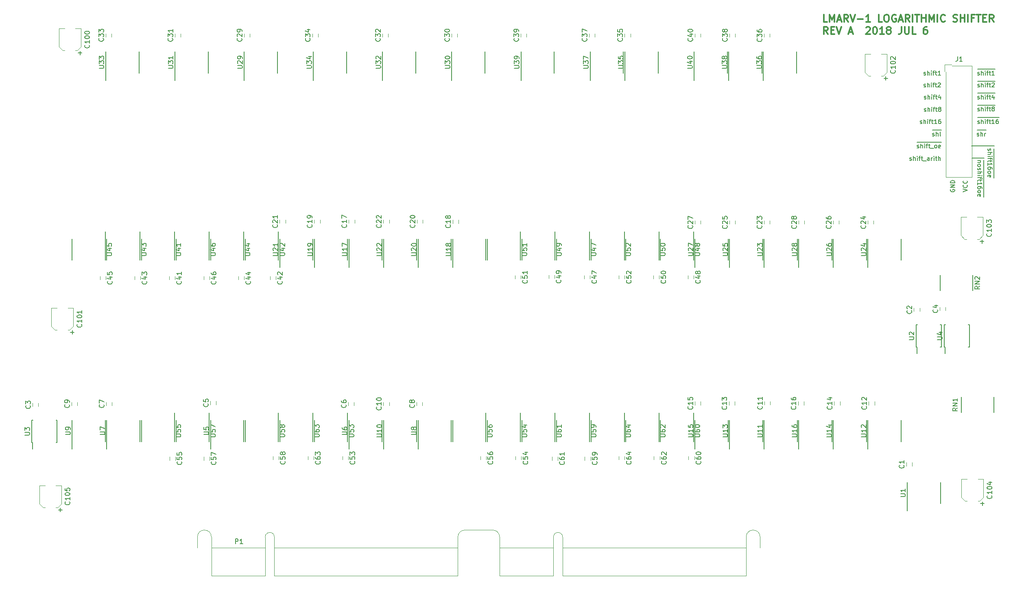
<source format=gto>
G04 #@! TF.GenerationSoftware,KiCad,Pcbnew,(5.0.0-rc2-35-gda6600525)*
G04 #@! TF.CreationDate,2018-07-08T09:44:57-07:00*
G04 #@! TF.ProjectId,shifter,736869667465722E6B696361645F7063,rev?*
G04 #@! TF.SameCoordinates,Original*
G04 #@! TF.FileFunction,Legend,Top*
G04 #@! TF.FilePolarity,Positive*
%FSLAX46Y46*%
G04 Gerber Fmt 4.6, Leading zero omitted, Abs format (unit mm)*
G04 Created by KiCad (PCBNEW (5.0.0-rc2-35-gda6600525)) date 07/08/18 09:44:57*
%MOMM*%
%LPD*%
G01*
G04 APERTURE LIST*
%ADD10C,0.300000*%
%ADD11C,0.200000*%
%ADD12C,0.152400*%
%ADD13C,0.120000*%
%ADD14C,0.150000*%
G04 APERTURE END LIST*
D10*
X233566428Y-51003571D02*
X232852142Y-51003571D01*
X232852142Y-49503571D01*
X234066428Y-51003571D02*
X234066428Y-49503571D01*
X234566428Y-50575000D01*
X235066428Y-49503571D01*
X235066428Y-51003571D01*
X235709285Y-50575000D02*
X236423571Y-50575000D01*
X235566428Y-51003571D02*
X236066428Y-49503571D01*
X236566428Y-51003571D01*
X237923571Y-51003571D02*
X237423571Y-50289285D01*
X237066428Y-51003571D02*
X237066428Y-49503571D01*
X237637857Y-49503571D01*
X237780714Y-49575000D01*
X237852142Y-49646428D01*
X237923571Y-49789285D01*
X237923571Y-50003571D01*
X237852142Y-50146428D01*
X237780714Y-50217857D01*
X237637857Y-50289285D01*
X237066428Y-50289285D01*
X238352142Y-49503571D02*
X238852142Y-51003571D01*
X239352142Y-49503571D01*
X239852142Y-50432142D02*
X240995000Y-50432142D01*
X242495000Y-51003571D02*
X241637857Y-51003571D01*
X242066428Y-51003571D02*
X242066428Y-49503571D01*
X241923571Y-49717857D01*
X241780714Y-49860714D01*
X241637857Y-49932142D01*
X244995000Y-51003571D02*
X244280714Y-51003571D01*
X244280714Y-49503571D01*
X245780714Y-49503571D02*
X246066428Y-49503571D01*
X246209285Y-49575000D01*
X246352142Y-49717857D01*
X246423571Y-50003571D01*
X246423571Y-50503571D01*
X246352142Y-50789285D01*
X246209285Y-50932142D01*
X246066428Y-51003571D01*
X245780714Y-51003571D01*
X245637857Y-50932142D01*
X245495000Y-50789285D01*
X245423571Y-50503571D01*
X245423571Y-50003571D01*
X245495000Y-49717857D01*
X245637857Y-49575000D01*
X245780714Y-49503571D01*
X247852142Y-49575000D02*
X247709285Y-49503571D01*
X247495000Y-49503571D01*
X247280714Y-49575000D01*
X247137857Y-49717857D01*
X247066428Y-49860714D01*
X246995000Y-50146428D01*
X246995000Y-50360714D01*
X247066428Y-50646428D01*
X247137857Y-50789285D01*
X247280714Y-50932142D01*
X247495000Y-51003571D01*
X247637857Y-51003571D01*
X247852142Y-50932142D01*
X247923571Y-50860714D01*
X247923571Y-50360714D01*
X247637857Y-50360714D01*
X248495000Y-50575000D02*
X249209285Y-50575000D01*
X248352142Y-51003571D02*
X248852142Y-49503571D01*
X249352142Y-51003571D01*
X250709285Y-51003571D02*
X250209285Y-50289285D01*
X249852142Y-51003571D02*
X249852142Y-49503571D01*
X250423571Y-49503571D01*
X250566428Y-49575000D01*
X250637857Y-49646428D01*
X250709285Y-49789285D01*
X250709285Y-50003571D01*
X250637857Y-50146428D01*
X250566428Y-50217857D01*
X250423571Y-50289285D01*
X249852142Y-50289285D01*
X251352142Y-51003571D02*
X251352142Y-49503571D01*
X251852142Y-49503571D02*
X252709285Y-49503571D01*
X252280714Y-51003571D02*
X252280714Y-49503571D01*
X253209285Y-51003571D02*
X253209285Y-49503571D01*
X253209285Y-50217857D02*
X254066428Y-50217857D01*
X254066428Y-51003571D02*
X254066428Y-49503571D01*
X254780714Y-51003571D02*
X254780714Y-49503571D01*
X255280714Y-50575000D01*
X255780714Y-49503571D01*
X255780714Y-51003571D01*
X256495000Y-51003571D02*
X256495000Y-49503571D01*
X258066428Y-50860714D02*
X257995000Y-50932142D01*
X257780714Y-51003571D01*
X257637857Y-51003571D01*
X257423571Y-50932142D01*
X257280714Y-50789285D01*
X257209285Y-50646428D01*
X257137857Y-50360714D01*
X257137857Y-50146428D01*
X257209285Y-49860714D01*
X257280714Y-49717857D01*
X257423571Y-49575000D01*
X257637857Y-49503571D01*
X257780714Y-49503571D01*
X257995000Y-49575000D01*
X258066428Y-49646428D01*
X259780714Y-50932142D02*
X259995000Y-51003571D01*
X260352142Y-51003571D01*
X260495000Y-50932142D01*
X260566428Y-50860714D01*
X260637857Y-50717857D01*
X260637857Y-50575000D01*
X260566428Y-50432142D01*
X260495000Y-50360714D01*
X260352142Y-50289285D01*
X260066428Y-50217857D01*
X259923571Y-50146428D01*
X259852142Y-50075000D01*
X259780714Y-49932142D01*
X259780714Y-49789285D01*
X259852142Y-49646428D01*
X259923571Y-49575000D01*
X260066428Y-49503571D01*
X260423571Y-49503571D01*
X260637857Y-49575000D01*
X261280714Y-51003571D02*
X261280714Y-49503571D01*
X261280714Y-50217857D02*
X262137857Y-50217857D01*
X262137857Y-51003571D02*
X262137857Y-49503571D01*
X262852142Y-51003571D02*
X262852142Y-49503571D01*
X264066428Y-50217857D02*
X263566428Y-50217857D01*
X263566428Y-51003571D02*
X263566428Y-49503571D01*
X264280714Y-49503571D01*
X264637857Y-49503571D02*
X265495000Y-49503571D01*
X265066428Y-51003571D02*
X265066428Y-49503571D01*
X265995000Y-50217857D02*
X266495000Y-50217857D01*
X266709285Y-51003571D02*
X265995000Y-51003571D01*
X265995000Y-49503571D01*
X266709285Y-49503571D01*
X268209285Y-51003571D02*
X267709285Y-50289285D01*
X267352142Y-51003571D02*
X267352142Y-49503571D01*
X267923571Y-49503571D01*
X268066428Y-49575000D01*
X268137857Y-49646428D01*
X268209285Y-49789285D01*
X268209285Y-50003571D01*
X268137857Y-50146428D01*
X268066428Y-50217857D01*
X267923571Y-50289285D01*
X267352142Y-50289285D01*
X233709285Y-53553571D02*
X233209285Y-52839285D01*
X232852142Y-53553571D02*
X232852142Y-52053571D01*
X233423571Y-52053571D01*
X233566428Y-52125000D01*
X233637857Y-52196428D01*
X233709285Y-52339285D01*
X233709285Y-52553571D01*
X233637857Y-52696428D01*
X233566428Y-52767857D01*
X233423571Y-52839285D01*
X232852142Y-52839285D01*
X234352142Y-52767857D02*
X234852142Y-52767857D01*
X235066428Y-53553571D02*
X234352142Y-53553571D01*
X234352142Y-52053571D01*
X235066428Y-52053571D01*
X235495000Y-52053571D02*
X235995000Y-53553571D01*
X236495000Y-52053571D01*
X238066428Y-53125000D02*
X238780714Y-53125000D01*
X237923571Y-53553571D02*
X238423571Y-52053571D01*
X238923571Y-53553571D01*
X241637857Y-52196428D02*
X241709285Y-52125000D01*
X241852142Y-52053571D01*
X242209285Y-52053571D01*
X242352142Y-52125000D01*
X242423571Y-52196428D01*
X242495000Y-52339285D01*
X242495000Y-52482142D01*
X242423571Y-52696428D01*
X241566428Y-53553571D01*
X242495000Y-53553571D01*
X243423571Y-52053571D02*
X243566428Y-52053571D01*
X243709285Y-52125000D01*
X243780714Y-52196428D01*
X243852142Y-52339285D01*
X243923571Y-52625000D01*
X243923571Y-52982142D01*
X243852142Y-53267857D01*
X243780714Y-53410714D01*
X243709285Y-53482142D01*
X243566428Y-53553571D01*
X243423571Y-53553571D01*
X243280714Y-53482142D01*
X243209285Y-53410714D01*
X243137857Y-53267857D01*
X243066428Y-52982142D01*
X243066428Y-52625000D01*
X243137857Y-52339285D01*
X243209285Y-52196428D01*
X243280714Y-52125000D01*
X243423571Y-52053571D01*
X245352142Y-53553571D02*
X244495000Y-53553571D01*
X244923571Y-53553571D02*
X244923571Y-52053571D01*
X244780714Y-52267857D01*
X244637857Y-52410714D01*
X244495000Y-52482142D01*
X246209285Y-52696428D02*
X246066428Y-52625000D01*
X245995000Y-52553571D01*
X245923571Y-52410714D01*
X245923571Y-52339285D01*
X245995000Y-52196428D01*
X246066428Y-52125000D01*
X246209285Y-52053571D01*
X246495000Y-52053571D01*
X246637857Y-52125000D01*
X246709285Y-52196428D01*
X246780714Y-52339285D01*
X246780714Y-52410714D01*
X246709285Y-52553571D01*
X246637857Y-52625000D01*
X246495000Y-52696428D01*
X246209285Y-52696428D01*
X246066428Y-52767857D01*
X245995000Y-52839285D01*
X245923571Y-52982142D01*
X245923571Y-53267857D01*
X245995000Y-53410714D01*
X246066428Y-53482142D01*
X246209285Y-53553571D01*
X246495000Y-53553571D01*
X246637857Y-53482142D01*
X246709285Y-53410714D01*
X246780714Y-53267857D01*
X246780714Y-52982142D01*
X246709285Y-52839285D01*
X246637857Y-52767857D01*
X246495000Y-52696428D01*
X248995000Y-52053571D02*
X248995000Y-53125000D01*
X248923571Y-53339285D01*
X248780714Y-53482142D01*
X248566428Y-53553571D01*
X248423571Y-53553571D01*
X249709285Y-52053571D02*
X249709285Y-53267857D01*
X249780714Y-53410714D01*
X249852142Y-53482142D01*
X249995000Y-53553571D01*
X250280714Y-53553571D01*
X250423571Y-53482142D01*
X250495000Y-53410714D01*
X250566428Y-53267857D01*
X250566428Y-52053571D01*
X251995000Y-53553571D02*
X251280714Y-53553571D01*
X251280714Y-52053571D01*
X254280714Y-52053571D02*
X253995000Y-52053571D01*
X253852142Y-52125000D01*
X253780714Y-52196428D01*
X253637857Y-52410714D01*
X253566428Y-52696428D01*
X253566428Y-53267857D01*
X253637857Y-53410714D01*
X253709285Y-53482142D01*
X253852142Y-53553571D01*
X254137857Y-53553571D01*
X254280714Y-53482142D01*
X254352142Y-53410714D01*
X254423571Y-53267857D01*
X254423571Y-52910714D01*
X254352142Y-52767857D01*
X254280714Y-52696428D01*
X254137857Y-52625000D01*
X253852142Y-52625000D01*
X253709285Y-52696428D01*
X253637857Y-52767857D01*
X253566428Y-52910714D01*
D11*
X263700000Y-79400000D02*
X266200000Y-79400000D01*
X263600000Y-76900000D02*
X268300000Y-76900000D01*
D12*
X253660273Y-62059833D02*
X253744940Y-62102166D01*
X253914273Y-62102166D01*
X253998940Y-62059833D01*
X254041273Y-61975166D01*
X254041273Y-61932833D01*
X253998940Y-61848166D01*
X253914273Y-61805833D01*
X253787273Y-61805833D01*
X253702606Y-61763500D01*
X253660273Y-61678833D01*
X253660273Y-61636500D01*
X253702606Y-61551833D01*
X253787273Y-61509500D01*
X253914273Y-61509500D01*
X253998940Y-61551833D01*
X254422273Y-62102166D02*
X254422273Y-61213166D01*
X254803273Y-62102166D02*
X254803273Y-61636500D01*
X254760940Y-61551833D01*
X254676273Y-61509500D01*
X254549273Y-61509500D01*
X254464606Y-61551833D01*
X254422273Y-61594166D01*
X255226606Y-62102166D02*
X255226606Y-61509500D01*
X255226606Y-61213166D02*
X255184273Y-61255500D01*
X255226606Y-61297833D01*
X255268940Y-61255500D01*
X255226606Y-61213166D01*
X255226606Y-61297833D01*
X255522940Y-61509500D02*
X255861606Y-61509500D01*
X255649940Y-62102166D02*
X255649940Y-61340166D01*
X255692273Y-61255500D01*
X255776940Y-61213166D01*
X255861606Y-61213166D01*
X256030940Y-61509500D02*
X256369606Y-61509500D01*
X256157940Y-61213166D02*
X256157940Y-61975166D01*
X256200273Y-62059833D01*
X256284940Y-62102166D01*
X256369606Y-62102166D01*
X257131606Y-62102166D02*
X256623606Y-62102166D01*
X256877606Y-62102166D02*
X256877606Y-61213166D01*
X256792940Y-61340166D01*
X256708273Y-61424833D01*
X256623606Y-61467166D01*
X253660273Y-64559833D02*
X253744940Y-64602166D01*
X253914273Y-64602166D01*
X253998940Y-64559833D01*
X254041273Y-64475166D01*
X254041273Y-64432833D01*
X253998940Y-64348166D01*
X253914273Y-64305833D01*
X253787273Y-64305833D01*
X253702606Y-64263500D01*
X253660273Y-64178833D01*
X253660273Y-64136500D01*
X253702606Y-64051833D01*
X253787273Y-64009500D01*
X253914273Y-64009500D01*
X253998940Y-64051833D01*
X254422273Y-64602166D02*
X254422273Y-63713166D01*
X254803273Y-64602166D02*
X254803273Y-64136500D01*
X254760940Y-64051833D01*
X254676273Y-64009500D01*
X254549273Y-64009500D01*
X254464606Y-64051833D01*
X254422273Y-64094166D01*
X255226606Y-64602166D02*
X255226606Y-64009500D01*
X255226606Y-63713166D02*
X255184273Y-63755500D01*
X255226606Y-63797833D01*
X255268940Y-63755500D01*
X255226606Y-63713166D01*
X255226606Y-63797833D01*
X255522940Y-64009500D02*
X255861606Y-64009500D01*
X255649940Y-64602166D02*
X255649940Y-63840166D01*
X255692273Y-63755500D01*
X255776940Y-63713166D01*
X255861606Y-63713166D01*
X256030940Y-64009500D02*
X256369606Y-64009500D01*
X256157940Y-63713166D02*
X256157940Y-64475166D01*
X256200273Y-64559833D01*
X256284940Y-64602166D01*
X256369606Y-64602166D01*
X256623606Y-63797833D02*
X256665940Y-63755500D01*
X256750606Y-63713166D01*
X256962273Y-63713166D01*
X257046940Y-63755500D01*
X257089273Y-63797833D01*
X257131606Y-63882500D01*
X257131606Y-63967166D01*
X257089273Y-64094166D01*
X256581273Y-64602166D01*
X257131606Y-64602166D01*
X253760273Y-67059833D02*
X253844940Y-67102166D01*
X254014273Y-67102166D01*
X254098940Y-67059833D01*
X254141273Y-66975166D01*
X254141273Y-66932833D01*
X254098940Y-66848166D01*
X254014273Y-66805833D01*
X253887273Y-66805833D01*
X253802606Y-66763500D01*
X253760273Y-66678833D01*
X253760273Y-66636500D01*
X253802606Y-66551833D01*
X253887273Y-66509500D01*
X254014273Y-66509500D01*
X254098940Y-66551833D01*
X254522273Y-67102166D02*
X254522273Y-66213166D01*
X254903273Y-67102166D02*
X254903273Y-66636500D01*
X254860940Y-66551833D01*
X254776273Y-66509500D01*
X254649273Y-66509500D01*
X254564606Y-66551833D01*
X254522273Y-66594166D01*
X255326606Y-67102166D02*
X255326606Y-66509500D01*
X255326606Y-66213166D02*
X255284273Y-66255500D01*
X255326606Y-66297833D01*
X255368940Y-66255500D01*
X255326606Y-66213166D01*
X255326606Y-66297833D01*
X255622940Y-66509500D02*
X255961606Y-66509500D01*
X255749940Y-67102166D02*
X255749940Y-66340166D01*
X255792273Y-66255500D01*
X255876940Y-66213166D01*
X255961606Y-66213166D01*
X256130940Y-66509500D02*
X256469606Y-66509500D01*
X256257940Y-66213166D02*
X256257940Y-66975166D01*
X256300273Y-67059833D01*
X256384940Y-67102166D01*
X256469606Y-67102166D01*
X257146940Y-66509500D02*
X257146940Y-67102166D01*
X256935273Y-66170833D02*
X256723606Y-66805833D01*
X257273940Y-66805833D01*
X253760273Y-69659833D02*
X253844940Y-69702166D01*
X254014273Y-69702166D01*
X254098940Y-69659833D01*
X254141273Y-69575166D01*
X254141273Y-69532833D01*
X254098940Y-69448166D01*
X254014273Y-69405833D01*
X253887273Y-69405833D01*
X253802606Y-69363500D01*
X253760273Y-69278833D01*
X253760273Y-69236500D01*
X253802606Y-69151833D01*
X253887273Y-69109500D01*
X254014273Y-69109500D01*
X254098940Y-69151833D01*
X254522273Y-69702166D02*
X254522273Y-68813166D01*
X254903273Y-69702166D02*
X254903273Y-69236500D01*
X254860940Y-69151833D01*
X254776273Y-69109500D01*
X254649273Y-69109500D01*
X254564606Y-69151833D01*
X254522273Y-69194166D01*
X255326606Y-69702166D02*
X255326606Y-69109500D01*
X255326606Y-68813166D02*
X255284273Y-68855500D01*
X255326606Y-68897833D01*
X255368940Y-68855500D01*
X255326606Y-68813166D01*
X255326606Y-68897833D01*
X255622940Y-69109500D02*
X255961606Y-69109500D01*
X255749940Y-69702166D02*
X255749940Y-68940166D01*
X255792273Y-68855500D01*
X255876940Y-68813166D01*
X255961606Y-68813166D01*
X256130940Y-69109500D02*
X256469606Y-69109500D01*
X256257940Y-68813166D02*
X256257940Y-69575166D01*
X256300273Y-69659833D01*
X256384940Y-69702166D01*
X256469606Y-69702166D01*
X256892940Y-69194166D02*
X256808273Y-69151833D01*
X256765940Y-69109500D01*
X256723606Y-69024833D01*
X256723606Y-68982500D01*
X256765940Y-68897833D01*
X256808273Y-68855500D01*
X256892940Y-68813166D01*
X257062273Y-68813166D01*
X257146940Y-68855500D01*
X257189273Y-68897833D01*
X257231606Y-68982500D01*
X257231606Y-69024833D01*
X257189273Y-69109500D01*
X257146940Y-69151833D01*
X257062273Y-69194166D01*
X256892940Y-69194166D01*
X256808273Y-69236500D01*
X256765940Y-69278833D01*
X256723606Y-69363500D01*
X256723606Y-69532833D01*
X256765940Y-69617500D01*
X256808273Y-69659833D01*
X256892940Y-69702166D01*
X257062273Y-69702166D01*
X257146940Y-69659833D01*
X257189273Y-69617500D01*
X257231606Y-69532833D01*
X257231606Y-69363500D01*
X257189273Y-69278833D01*
X257146940Y-69236500D01*
X257062273Y-69194166D01*
X252913606Y-72159833D02*
X252998273Y-72202166D01*
X253167606Y-72202166D01*
X253252273Y-72159833D01*
X253294606Y-72075166D01*
X253294606Y-72032833D01*
X253252273Y-71948166D01*
X253167606Y-71905833D01*
X253040606Y-71905833D01*
X252955940Y-71863500D01*
X252913606Y-71778833D01*
X252913606Y-71736500D01*
X252955940Y-71651833D01*
X253040606Y-71609500D01*
X253167606Y-71609500D01*
X253252273Y-71651833D01*
X253675606Y-72202166D02*
X253675606Y-71313166D01*
X254056606Y-72202166D02*
X254056606Y-71736500D01*
X254014273Y-71651833D01*
X253929606Y-71609500D01*
X253802606Y-71609500D01*
X253717940Y-71651833D01*
X253675606Y-71694166D01*
X254479940Y-72202166D02*
X254479940Y-71609500D01*
X254479940Y-71313166D02*
X254437606Y-71355500D01*
X254479940Y-71397833D01*
X254522273Y-71355500D01*
X254479940Y-71313166D01*
X254479940Y-71397833D01*
X254776273Y-71609500D02*
X255114940Y-71609500D01*
X254903273Y-72202166D02*
X254903273Y-71440166D01*
X254945606Y-71355500D01*
X255030273Y-71313166D01*
X255114940Y-71313166D01*
X255284273Y-71609500D02*
X255622940Y-71609500D01*
X255411273Y-71313166D02*
X255411273Y-72075166D01*
X255453606Y-72159833D01*
X255538273Y-72202166D01*
X255622940Y-72202166D01*
X256384940Y-72202166D02*
X255876940Y-72202166D01*
X256130940Y-72202166D02*
X256130940Y-71313166D01*
X256046273Y-71440166D01*
X255961606Y-71524833D01*
X255876940Y-71567166D01*
X257146940Y-71313166D02*
X256977606Y-71313166D01*
X256892940Y-71355500D01*
X256850606Y-71397833D01*
X256765940Y-71524833D01*
X256723606Y-71694166D01*
X256723606Y-72032833D01*
X256765940Y-72117500D01*
X256808273Y-72159833D01*
X256892940Y-72202166D01*
X257062273Y-72202166D01*
X257146940Y-72159833D01*
X257189273Y-72117500D01*
X257231606Y-72032833D01*
X257231606Y-71821166D01*
X257189273Y-71736500D01*
X257146940Y-71694166D01*
X257062273Y-71651833D01*
X256892940Y-71651833D01*
X256808273Y-71694166D01*
X256765940Y-71736500D01*
X256723606Y-71821166D01*
X255471610Y-73561800D02*
X256030940Y-73561800D01*
X255480606Y-74759833D02*
X255565273Y-74802166D01*
X255734606Y-74802166D01*
X255819273Y-74759833D01*
X255861606Y-74675166D01*
X255861606Y-74632833D01*
X255819273Y-74548166D01*
X255734606Y-74505833D01*
X255607606Y-74505833D01*
X255522940Y-74463500D01*
X255480606Y-74378833D01*
X255480606Y-74336500D01*
X255522940Y-74251833D01*
X255607606Y-74209500D01*
X255734606Y-74209500D01*
X255819273Y-74251833D01*
X256030940Y-73561800D02*
X256835273Y-73561800D01*
X256242606Y-74802166D02*
X256242606Y-73913166D01*
X256623606Y-74802166D02*
X256623606Y-74336500D01*
X256581273Y-74251833D01*
X256496606Y-74209500D01*
X256369606Y-74209500D01*
X256284940Y-74251833D01*
X256242606Y-74294166D01*
X256835273Y-73561800D02*
X257300940Y-73561800D01*
X257173940Y-74802166D02*
X257089273Y-74759833D01*
X257046940Y-74675166D01*
X257046940Y-73913166D01*
X252254277Y-76061800D02*
X252813606Y-76061800D01*
X252263273Y-77259833D02*
X252347940Y-77302166D01*
X252517273Y-77302166D01*
X252601940Y-77259833D01*
X252644273Y-77175166D01*
X252644273Y-77132833D01*
X252601940Y-77048166D01*
X252517273Y-77005833D01*
X252390273Y-77005833D01*
X252305606Y-76963500D01*
X252263273Y-76878833D01*
X252263273Y-76836500D01*
X252305606Y-76751833D01*
X252390273Y-76709500D01*
X252517273Y-76709500D01*
X252601940Y-76751833D01*
X252813606Y-76061800D02*
X253617940Y-76061800D01*
X253025273Y-77302166D02*
X253025273Y-76413166D01*
X253406273Y-77302166D02*
X253406273Y-76836500D01*
X253363940Y-76751833D01*
X253279273Y-76709500D01*
X253152273Y-76709500D01*
X253067606Y-76751833D01*
X253025273Y-76794166D01*
X253617940Y-76061800D02*
X254041273Y-76061800D01*
X253829606Y-77302166D02*
X253829606Y-76709500D01*
X253829606Y-76413166D02*
X253787273Y-76455500D01*
X253829606Y-76497833D01*
X253871940Y-76455500D01*
X253829606Y-76413166D01*
X253829606Y-76497833D01*
X254041273Y-76061800D02*
X254549273Y-76061800D01*
X254125940Y-76709500D02*
X254464606Y-76709500D01*
X254252940Y-77302166D02*
X254252940Y-76540166D01*
X254295273Y-76455500D01*
X254379940Y-76413166D01*
X254464606Y-76413166D01*
X254549273Y-76061800D02*
X255057273Y-76061800D01*
X254633940Y-76709500D02*
X254972606Y-76709500D01*
X254760940Y-76413166D02*
X254760940Y-77175166D01*
X254803273Y-77259833D01*
X254887940Y-77302166D01*
X254972606Y-77302166D01*
X255057273Y-76061800D02*
X255734606Y-76061800D01*
X255057273Y-77386833D02*
X255734606Y-77386833D01*
X255734606Y-76061800D02*
X256538940Y-76061800D01*
X256073273Y-77302166D02*
X255988606Y-77259833D01*
X255946273Y-77217500D01*
X255903940Y-77132833D01*
X255903940Y-76878833D01*
X255946273Y-76794166D01*
X255988606Y-76751833D01*
X256073273Y-76709500D01*
X256200273Y-76709500D01*
X256284940Y-76751833D01*
X256327273Y-76794166D01*
X256369606Y-76878833D01*
X256369606Y-77132833D01*
X256327273Y-77217500D01*
X256284940Y-77259833D01*
X256200273Y-77302166D01*
X256073273Y-77302166D01*
X256538940Y-76061800D02*
X257300940Y-76061800D01*
X257089273Y-77259833D02*
X257004606Y-77302166D01*
X256835273Y-77302166D01*
X256750606Y-77259833D01*
X256708273Y-77175166D01*
X256708273Y-76836500D01*
X256750606Y-76751833D01*
X256835273Y-76709500D01*
X257004606Y-76709500D01*
X257089273Y-76751833D01*
X257131606Y-76836500D01*
X257131606Y-76921166D01*
X256708273Y-77005833D01*
X250739273Y-79859833D02*
X250823940Y-79902166D01*
X250993273Y-79902166D01*
X251077940Y-79859833D01*
X251120273Y-79775166D01*
X251120273Y-79732833D01*
X251077940Y-79648166D01*
X250993273Y-79605833D01*
X250866273Y-79605833D01*
X250781606Y-79563500D01*
X250739273Y-79478833D01*
X250739273Y-79436500D01*
X250781606Y-79351833D01*
X250866273Y-79309500D01*
X250993273Y-79309500D01*
X251077940Y-79351833D01*
X251501273Y-79902166D02*
X251501273Y-79013166D01*
X251882273Y-79902166D02*
X251882273Y-79436500D01*
X251839940Y-79351833D01*
X251755273Y-79309500D01*
X251628273Y-79309500D01*
X251543606Y-79351833D01*
X251501273Y-79394166D01*
X252305606Y-79902166D02*
X252305606Y-79309500D01*
X252305606Y-79013166D02*
X252263273Y-79055500D01*
X252305606Y-79097833D01*
X252347940Y-79055500D01*
X252305606Y-79013166D01*
X252305606Y-79097833D01*
X252601940Y-79309500D02*
X252940606Y-79309500D01*
X252728940Y-79902166D02*
X252728940Y-79140166D01*
X252771273Y-79055500D01*
X252855940Y-79013166D01*
X252940606Y-79013166D01*
X253109940Y-79309500D02*
X253448606Y-79309500D01*
X253236940Y-79013166D02*
X253236940Y-79775166D01*
X253279273Y-79859833D01*
X253363940Y-79902166D01*
X253448606Y-79902166D01*
X253533273Y-79986833D02*
X254210606Y-79986833D01*
X254803273Y-79902166D02*
X254803273Y-79436500D01*
X254760940Y-79351833D01*
X254676273Y-79309500D01*
X254506940Y-79309500D01*
X254422273Y-79351833D01*
X254803273Y-79859833D02*
X254718606Y-79902166D01*
X254506940Y-79902166D01*
X254422273Y-79859833D01*
X254379940Y-79775166D01*
X254379940Y-79690500D01*
X254422273Y-79605833D01*
X254506940Y-79563500D01*
X254718606Y-79563500D01*
X254803273Y-79521166D01*
X255226606Y-79902166D02*
X255226606Y-79309500D01*
X255226606Y-79478833D02*
X255268940Y-79394166D01*
X255311273Y-79351833D01*
X255395940Y-79309500D01*
X255480606Y-79309500D01*
X255776940Y-79902166D02*
X255776940Y-79309500D01*
X255776940Y-79013166D02*
X255734606Y-79055500D01*
X255776940Y-79097833D01*
X255819273Y-79055500D01*
X255776940Y-79013166D01*
X255776940Y-79097833D01*
X256073273Y-79309500D02*
X256411940Y-79309500D01*
X256200273Y-79013166D02*
X256200273Y-79775166D01*
X256242606Y-79859833D01*
X256327273Y-79902166D01*
X256411940Y-79902166D01*
X256708273Y-79902166D02*
X256708273Y-79013166D01*
X257089273Y-79902166D02*
X257089273Y-79436500D01*
X257046940Y-79351833D01*
X256962273Y-79309500D01*
X256835273Y-79309500D01*
X256750606Y-79351833D01*
X256708273Y-79394166D01*
X259255500Y-85931060D02*
X259213166Y-86015726D01*
X259213166Y-86142726D01*
X259255500Y-86269726D01*
X259340166Y-86354393D01*
X259424833Y-86396726D01*
X259594166Y-86439060D01*
X259721166Y-86439060D01*
X259890500Y-86396726D01*
X259975166Y-86354393D01*
X260059833Y-86269726D01*
X260102166Y-86142726D01*
X260102166Y-86058060D01*
X260059833Y-85931060D01*
X260017500Y-85888726D01*
X259721166Y-85888726D01*
X259721166Y-86058060D01*
X260102166Y-85507726D02*
X259213166Y-85507726D01*
X260102166Y-84999726D01*
X259213166Y-84999726D01*
X260102166Y-84576393D02*
X259213166Y-84576393D01*
X259213166Y-84364726D01*
X259255500Y-84237726D01*
X259340166Y-84153060D01*
X259424833Y-84110726D01*
X259594166Y-84068393D01*
X259721166Y-84068393D01*
X259890500Y-84110726D01*
X259975166Y-84153060D01*
X260059833Y-84237726D01*
X260102166Y-84364726D01*
X260102166Y-84576393D01*
X261813166Y-86416273D02*
X262702166Y-86119940D01*
X261813166Y-85823606D01*
X262617500Y-85019273D02*
X262659833Y-85061606D01*
X262702166Y-85188606D01*
X262702166Y-85273273D01*
X262659833Y-85400273D01*
X262575166Y-85484940D01*
X262490500Y-85527273D01*
X262321166Y-85569606D01*
X262194166Y-85569606D01*
X262024833Y-85527273D01*
X261940166Y-85484940D01*
X261855500Y-85400273D01*
X261813166Y-85273273D01*
X261813166Y-85188606D01*
X261855500Y-85061606D01*
X261897833Y-85019273D01*
X262617500Y-84130273D02*
X262659833Y-84172606D01*
X262702166Y-84299606D01*
X262702166Y-84384273D01*
X262659833Y-84511273D01*
X262575166Y-84595940D01*
X262490500Y-84638273D01*
X262321166Y-84680606D01*
X262194166Y-84680606D01*
X262024833Y-84638273D01*
X261940166Y-84595940D01*
X261855500Y-84511273D01*
X261813166Y-84384273D01*
X261813166Y-84299606D01*
X261855500Y-84172606D01*
X261897833Y-84130273D01*
X266138200Y-79859397D02*
X266138200Y-80503393D01*
X265490500Y-79910726D02*
X264897833Y-79910726D01*
X265405833Y-79910726D02*
X265448166Y-79953060D01*
X265490500Y-80037726D01*
X265490500Y-80164726D01*
X265448166Y-80249393D01*
X265363500Y-80291726D01*
X264897833Y-80291726D01*
X266138200Y-80503393D02*
X266138200Y-81307726D01*
X264897833Y-80842060D02*
X264940166Y-80757393D01*
X264982500Y-80715060D01*
X265067166Y-80672726D01*
X265321166Y-80672726D01*
X265405833Y-80715060D01*
X265448166Y-80757393D01*
X265490500Y-80842060D01*
X265490500Y-80969060D01*
X265448166Y-81053726D01*
X265405833Y-81096060D01*
X265321166Y-81138393D01*
X265067166Y-81138393D01*
X264982500Y-81096060D01*
X264940166Y-81053726D01*
X264897833Y-80969060D01*
X264897833Y-80842060D01*
X266138200Y-81307726D02*
X266138200Y-82027393D01*
X264940166Y-81477060D02*
X264897833Y-81561726D01*
X264897833Y-81731060D01*
X264940166Y-81815726D01*
X265024833Y-81858060D01*
X265067166Y-81858060D01*
X265151833Y-81815726D01*
X265194166Y-81731060D01*
X265194166Y-81604060D01*
X265236500Y-81519393D01*
X265321166Y-81477060D01*
X265363500Y-81477060D01*
X265448166Y-81519393D01*
X265490500Y-81604060D01*
X265490500Y-81731060D01*
X265448166Y-81815726D01*
X266138200Y-82027393D02*
X266138200Y-82831726D01*
X264897833Y-82239060D02*
X265786833Y-82239060D01*
X264897833Y-82620060D02*
X265363500Y-82620060D01*
X265448166Y-82577726D01*
X265490500Y-82493060D01*
X265490500Y-82366060D01*
X265448166Y-82281393D01*
X265405833Y-82239060D01*
X266138200Y-82831726D02*
X266138200Y-83255060D01*
X264897833Y-83043393D02*
X265490500Y-83043393D01*
X265786833Y-83043393D02*
X265744500Y-83001060D01*
X265702166Y-83043393D01*
X265744500Y-83085726D01*
X265786833Y-83043393D01*
X265702166Y-83043393D01*
X266138200Y-83255060D02*
X266138200Y-83763060D01*
X265490500Y-83339726D02*
X265490500Y-83678393D01*
X264897833Y-83466726D02*
X265659833Y-83466726D01*
X265744500Y-83509060D01*
X265786833Y-83593726D01*
X265786833Y-83678393D01*
X266138200Y-83763060D02*
X266138200Y-84271060D01*
X265490500Y-83847726D02*
X265490500Y-84186393D01*
X265786833Y-83974726D02*
X265024833Y-83974726D01*
X264940166Y-84017060D01*
X264897833Y-84101726D01*
X264897833Y-84186393D01*
X266138200Y-84271060D02*
X266138200Y-85117726D01*
X264897833Y-84948393D02*
X264897833Y-84440393D01*
X264897833Y-84694393D02*
X265786833Y-84694393D01*
X265659833Y-84609726D01*
X265575166Y-84525060D01*
X265532833Y-84440393D01*
X266138200Y-85117726D02*
X266138200Y-85964393D01*
X265786833Y-85710393D02*
X265786833Y-85541060D01*
X265744500Y-85456393D01*
X265702166Y-85414060D01*
X265575166Y-85329393D01*
X265405833Y-85287060D01*
X265067166Y-85287060D01*
X264982500Y-85329393D01*
X264940166Y-85371726D01*
X264897833Y-85456393D01*
X264897833Y-85625726D01*
X264940166Y-85710393D01*
X264982500Y-85752726D01*
X265067166Y-85795060D01*
X265278833Y-85795060D01*
X265363500Y-85752726D01*
X265405833Y-85710393D01*
X265448166Y-85625726D01*
X265448166Y-85456393D01*
X265405833Y-85371726D01*
X265363500Y-85329393D01*
X265278833Y-85287060D01*
X266138200Y-85964393D02*
X266138200Y-86768726D01*
X264897833Y-86303060D02*
X264940166Y-86218393D01*
X264982500Y-86176060D01*
X265067166Y-86133726D01*
X265321166Y-86133726D01*
X265405833Y-86176060D01*
X265448166Y-86218393D01*
X265490500Y-86303060D01*
X265490500Y-86430060D01*
X265448166Y-86514726D01*
X265405833Y-86557060D01*
X265321166Y-86599393D01*
X265067166Y-86599393D01*
X264982500Y-86557060D01*
X264940166Y-86514726D01*
X264897833Y-86430060D01*
X264897833Y-86303060D01*
X266138200Y-86768726D02*
X266138200Y-87530726D01*
X264940166Y-87319060D02*
X264897833Y-87234393D01*
X264897833Y-87065060D01*
X264940166Y-86980393D01*
X265024833Y-86938060D01*
X265363500Y-86938060D01*
X265448166Y-86980393D01*
X265490500Y-87065060D01*
X265490500Y-87234393D01*
X265448166Y-87319060D01*
X265363500Y-87361393D01*
X265278833Y-87361393D01*
X265194166Y-86938060D01*
X268238200Y-77459397D02*
X268238200Y-78018726D01*
X267040166Y-77468393D02*
X266997833Y-77553060D01*
X266997833Y-77722393D01*
X267040166Y-77807060D01*
X267124833Y-77849393D01*
X267167166Y-77849393D01*
X267251833Y-77807060D01*
X267294166Y-77722393D01*
X267294166Y-77595393D01*
X267336500Y-77510726D01*
X267421166Y-77468393D01*
X267463500Y-77468393D01*
X267548166Y-77510726D01*
X267590500Y-77595393D01*
X267590500Y-77722393D01*
X267548166Y-77807060D01*
X268238200Y-78018726D02*
X268238200Y-78823060D01*
X266997833Y-78230393D02*
X267886833Y-78230393D01*
X266997833Y-78611393D02*
X267463500Y-78611393D01*
X267548166Y-78569060D01*
X267590500Y-78484393D01*
X267590500Y-78357393D01*
X267548166Y-78272726D01*
X267505833Y-78230393D01*
X268238200Y-78823060D02*
X268238200Y-79246393D01*
X266997833Y-79034726D02*
X267590500Y-79034726D01*
X267886833Y-79034726D02*
X267844500Y-78992393D01*
X267802166Y-79034726D01*
X267844500Y-79077060D01*
X267886833Y-79034726D01*
X267802166Y-79034726D01*
X268238200Y-79246393D02*
X268238200Y-79754393D01*
X267590500Y-79331060D02*
X267590500Y-79669726D01*
X266997833Y-79458060D02*
X267759833Y-79458060D01*
X267844500Y-79500393D01*
X267886833Y-79585060D01*
X267886833Y-79669726D01*
X268238200Y-79754393D02*
X268238200Y-80262393D01*
X267590500Y-79839060D02*
X267590500Y-80177726D01*
X267886833Y-79966060D02*
X267124833Y-79966060D01*
X267040166Y-80008393D01*
X266997833Y-80093060D01*
X266997833Y-80177726D01*
X268238200Y-80262393D02*
X268238200Y-81109060D01*
X266997833Y-80939726D02*
X266997833Y-80431726D01*
X266997833Y-80685726D02*
X267886833Y-80685726D01*
X267759833Y-80601060D01*
X267675166Y-80516393D01*
X267632833Y-80431726D01*
X268238200Y-81109060D02*
X268238200Y-81955726D01*
X267886833Y-81701726D02*
X267886833Y-81532393D01*
X267844500Y-81447726D01*
X267802166Y-81405393D01*
X267675166Y-81320726D01*
X267505833Y-81278393D01*
X267167166Y-81278393D01*
X267082500Y-81320726D01*
X267040166Y-81363060D01*
X266997833Y-81447726D01*
X266997833Y-81617060D01*
X267040166Y-81701726D01*
X267082500Y-81744060D01*
X267167166Y-81786393D01*
X267378833Y-81786393D01*
X267463500Y-81744060D01*
X267505833Y-81701726D01*
X267548166Y-81617060D01*
X267548166Y-81447726D01*
X267505833Y-81363060D01*
X267463500Y-81320726D01*
X267378833Y-81278393D01*
X268238200Y-81955726D02*
X268238200Y-82760060D01*
X266997833Y-82294393D02*
X267040166Y-82209726D01*
X267082500Y-82167393D01*
X267167166Y-82125060D01*
X267421166Y-82125060D01*
X267505833Y-82167393D01*
X267548166Y-82209726D01*
X267590500Y-82294393D01*
X267590500Y-82421393D01*
X267548166Y-82506060D01*
X267505833Y-82548393D01*
X267421166Y-82590726D01*
X267167166Y-82590726D01*
X267082500Y-82548393D01*
X267040166Y-82506060D01*
X266997833Y-82421393D01*
X266997833Y-82294393D01*
X268238200Y-82760060D02*
X268238200Y-83522060D01*
X267040166Y-83310393D02*
X266997833Y-83225726D01*
X266997833Y-83056393D01*
X267040166Y-82971726D01*
X267124833Y-82929393D01*
X267463500Y-82929393D01*
X267548166Y-82971726D01*
X267590500Y-83056393D01*
X267590500Y-83225726D01*
X267548166Y-83310393D01*
X267463500Y-83352726D01*
X267378833Y-83352726D01*
X267294166Y-82929393D01*
X264759397Y-73561800D02*
X265318726Y-73561800D01*
X264768393Y-74759833D02*
X264853060Y-74802166D01*
X265022393Y-74802166D01*
X265107060Y-74759833D01*
X265149393Y-74675166D01*
X265149393Y-74632833D01*
X265107060Y-74548166D01*
X265022393Y-74505833D01*
X264895393Y-74505833D01*
X264810726Y-74463500D01*
X264768393Y-74378833D01*
X264768393Y-74336500D01*
X264810726Y-74251833D01*
X264895393Y-74209500D01*
X265022393Y-74209500D01*
X265107060Y-74251833D01*
X265318726Y-73561800D02*
X266123060Y-73561800D01*
X265530393Y-74802166D02*
X265530393Y-73913166D01*
X265911393Y-74802166D02*
X265911393Y-74336500D01*
X265869060Y-74251833D01*
X265784393Y-74209500D01*
X265657393Y-74209500D01*
X265572726Y-74251833D01*
X265530393Y-74294166D01*
X266123060Y-73561800D02*
X266673393Y-73561800D01*
X266334726Y-74802166D02*
X266334726Y-74209500D01*
X266334726Y-74378833D02*
X266377060Y-74294166D01*
X266419393Y-74251833D01*
X266504060Y-74209500D01*
X266588726Y-74209500D01*
X264859397Y-70961800D02*
X265418726Y-70961800D01*
X264868393Y-72159833D02*
X264953060Y-72202166D01*
X265122393Y-72202166D01*
X265207060Y-72159833D01*
X265249393Y-72075166D01*
X265249393Y-72032833D01*
X265207060Y-71948166D01*
X265122393Y-71905833D01*
X264995393Y-71905833D01*
X264910726Y-71863500D01*
X264868393Y-71778833D01*
X264868393Y-71736500D01*
X264910726Y-71651833D01*
X264995393Y-71609500D01*
X265122393Y-71609500D01*
X265207060Y-71651833D01*
X265418726Y-70961800D02*
X266223060Y-70961800D01*
X265630393Y-72202166D02*
X265630393Y-71313166D01*
X266011393Y-72202166D02*
X266011393Y-71736500D01*
X265969060Y-71651833D01*
X265884393Y-71609500D01*
X265757393Y-71609500D01*
X265672726Y-71651833D01*
X265630393Y-71694166D01*
X266223060Y-70961800D02*
X266646393Y-70961800D01*
X266434726Y-72202166D02*
X266434726Y-71609500D01*
X266434726Y-71313166D02*
X266392393Y-71355500D01*
X266434726Y-71397833D01*
X266477060Y-71355500D01*
X266434726Y-71313166D01*
X266434726Y-71397833D01*
X266646393Y-70961800D02*
X267154393Y-70961800D01*
X266731060Y-71609500D02*
X267069726Y-71609500D01*
X266858060Y-72202166D02*
X266858060Y-71440166D01*
X266900393Y-71355500D01*
X266985060Y-71313166D01*
X267069726Y-71313166D01*
X267154393Y-70961800D02*
X267662393Y-70961800D01*
X267239060Y-71609500D02*
X267577726Y-71609500D01*
X267366060Y-71313166D02*
X267366060Y-72075166D01*
X267408393Y-72159833D01*
X267493060Y-72202166D01*
X267577726Y-72202166D01*
X267662393Y-70961800D02*
X268509060Y-70961800D01*
X268339726Y-72202166D02*
X267831726Y-72202166D01*
X268085726Y-72202166D02*
X268085726Y-71313166D01*
X268001060Y-71440166D01*
X267916393Y-71524833D01*
X267831726Y-71567166D01*
X268509060Y-70961800D02*
X269355726Y-70961800D01*
X269101726Y-71313166D02*
X268932393Y-71313166D01*
X268847726Y-71355500D01*
X268805393Y-71397833D01*
X268720726Y-71524833D01*
X268678393Y-71694166D01*
X268678393Y-72032833D01*
X268720726Y-72117500D01*
X268763060Y-72159833D01*
X268847726Y-72202166D01*
X269017060Y-72202166D01*
X269101726Y-72159833D01*
X269144060Y-72117500D01*
X269186393Y-72032833D01*
X269186393Y-71821166D01*
X269144060Y-71736500D01*
X269101726Y-71694166D01*
X269017060Y-71651833D01*
X268847726Y-71651833D01*
X268763060Y-71694166D01*
X268720726Y-71736500D01*
X268678393Y-71821166D01*
X264855337Y-68361800D02*
X265414666Y-68361800D01*
X264864333Y-69559833D02*
X264949000Y-69602166D01*
X265118333Y-69602166D01*
X265203000Y-69559833D01*
X265245333Y-69475166D01*
X265245333Y-69432833D01*
X265203000Y-69348166D01*
X265118333Y-69305833D01*
X264991333Y-69305833D01*
X264906666Y-69263500D01*
X264864333Y-69178833D01*
X264864333Y-69136500D01*
X264906666Y-69051833D01*
X264991333Y-69009500D01*
X265118333Y-69009500D01*
X265203000Y-69051833D01*
X265414666Y-68361800D02*
X266219000Y-68361800D01*
X265626333Y-69602166D02*
X265626333Y-68713166D01*
X266007333Y-69602166D02*
X266007333Y-69136500D01*
X265965000Y-69051833D01*
X265880333Y-69009500D01*
X265753333Y-69009500D01*
X265668666Y-69051833D01*
X265626333Y-69094166D01*
X266219000Y-68361800D02*
X266642333Y-68361800D01*
X266430666Y-69602166D02*
X266430666Y-69009500D01*
X266430666Y-68713166D02*
X266388333Y-68755500D01*
X266430666Y-68797833D01*
X266473000Y-68755500D01*
X266430666Y-68713166D01*
X266430666Y-68797833D01*
X266642333Y-68361800D02*
X267150333Y-68361800D01*
X266727000Y-69009500D02*
X267065666Y-69009500D01*
X266854000Y-69602166D02*
X266854000Y-68840166D01*
X266896333Y-68755500D01*
X266981000Y-68713166D01*
X267065666Y-68713166D01*
X267150333Y-68361800D02*
X267658333Y-68361800D01*
X267235000Y-69009500D02*
X267573666Y-69009500D01*
X267362000Y-68713166D02*
X267362000Y-69475166D01*
X267404333Y-69559833D01*
X267489000Y-69602166D01*
X267573666Y-69602166D01*
X267658333Y-68361800D02*
X268505000Y-68361800D01*
X267997000Y-69094166D02*
X267912333Y-69051833D01*
X267870000Y-69009500D01*
X267827666Y-68924833D01*
X267827666Y-68882500D01*
X267870000Y-68797833D01*
X267912333Y-68755500D01*
X267997000Y-68713166D01*
X268166333Y-68713166D01*
X268251000Y-68755500D01*
X268293333Y-68797833D01*
X268335666Y-68882500D01*
X268335666Y-68924833D01*
X268293333Y-69009500D01*
X268251000Y-69051833D01*
X268166333Y-69094166D01*
X267997000Y-69094166D01*
X267912333Y-69136500D01*
X267870000Y-69178833D01*
X267827666Y-69263500D01*
X267827666Y-69432833D01*
X267870000Y-69517500D01*
X267912333Y-69559833D01*
X267997000Y-69602166D01*
X268166333Y-69602166D01*
X268251000Y-69559833D01*
X268293333Y-69517500D01*
X268335666Y-69432833D01*
X268335666Y-69263500D01*
X268293333Y-69178833D01*
X268251000Y-69136500D01*
X268166333Y-69094166D01*
X264855337Y-65861800D02*
X265414666Y-65861800D01*
X264864333Y-67059833D02*
X264949000Y-67102166D01*
X265118333Y-67102166D01*
X265203000Y-67059833D01*
X265245333Y-66975166D01*
X265245333Y-66932833D01*
X265203000Y-66848166D01*
X265118333Y-66805833D01*
X264991333Y-66805833D01*
X264906666Y-66763500D01*
X264864333Y-66678833D01*
X264864333Y-66636500D01*
X264906666Y-66551833D01*
X264991333Y-66509500D01*
X265118333Y-66509500D01*
X265203000Y-66551833D01*
X265414666Y-65861800D02*
X266219000Y-65861800D01*
X265626333Y-67102166D02*
X265626333Y-66213166D01*
X266007333Y-67102166D02*
X266007333Y-66636500D01*
X265965000Y-66551833D01*
X265880333Y-66509500D01*
X265753333Y-66509500D01*
X265668666Y-66551833D01*
X265626333Y-66594166D01*
X266219000Y-65861800D02*
X266642333Y-65861800D01*
X266430666Y-67102166D02*
X266430666Y-66509500D01*
X266430666Y-66213166D02*
X266388333Y-66255500D01*
X266430666Y-66297833D01*
X266473000Y-66255500D01*
X266430666Y-66213166D01*
X266430666Y-66297833D01*
X266642333Y-65861800D02*
X267150333Y-65861800D01*
X266727000Y-66509500D02*
X267065666Y-66509500D01*
X266854000Y-67102166D02*
X266854000Y-66340166D01*
X266896333Y-66255500D01*
X266981000Y-66213166D01*
X267065666Y-66213166D01*
X267150333Y-65861800D02*
X267658333Y-65861800D01*
X267235000Y-66509500D02*
X267573666Y-66509500D01*
X267362000Y-66213166D02*
X267362000Y-66975166D01*
X267404333Y-67059833D01*
X267489000Y-67102166D01*
X267573666Y-67102166D01*
X267658333Y-65861800D02*
X268505000Y-65861800D01*
X268251000Y-66509500D02*
X268251000Y-67102166D01*
X268039333Y-66170833D02*
X267827666Y-66805833D01*
X268378000Y-66805833D01*
X264855337Y-63361800D02*
X265414666Y-63361800D01*
X264864333Y-64559833D02*
X264949000Y-64602166D01*
X265118333Y-64602166D01*
X265203000Y-64559833D01*
X265245333Y-64475166D01*
X265245333Y-64432833D01*
X265203000Y-64348166D01*
X265118333Y-64305833D01*
X264991333Y-64305833D01*
X264906666Y-64263500D01*
X264864333Y-64178833D01*
X264864333Y-64136500D01*
X264906666Y-64051833D01*
X264991333Y-64009500D01*
X265118333Y-64009500D01*
X265203000Y-64051833D01*
X265414666Y-63361800D02*
X266219000Y-63361800D01*
X265626333Y-64602166D02*
X265626333Y-63713166D01*
X266007333Y-64602166D02*
X266007333Y-64136500D01*
X265965000Y-64051833D01*
X265880333Y-64009500D01*
X265753333Y-64009500D01*
X265668666Y-64051833D01*
X265626333Y-64094166D01*
X266219000Y-63361800D02*
X266642333Y-63361800D01*
X266430666Y-64602166D02*
X266430666Y-64009500D01*
X266430666Y-63713166D02*
X266388333Y-63755500D01*
X266430666Y-63797833D01*
X266473000Y-63755500D01*
X266430666Y-63713166D01*
X266430666Y-63797833D01*
X266642333Y-63361800D02*
X267150333Y-63361800D01*
X266727000Y-64009500D02*
X267065666Y-64009500D01*
X266854000Y-64602166D02*
X266854000Y-63840166D01*
X266896333Y-63755500D01*
X266981000Y-63713166D01*
X267065666Y-63713166D01*
X267150333Y-63361800D02*
X267658333Y-63361800D01*
X267235000Y-64009500D02*
X267573666Y-64009500D01*
X267362000Y-63713166D02*
X267362000Y-64475166D01*
X267404333Y-64559833D01*
X267489000Y-64602166D01*
X267573666Y-64602166D01*
X267658333Y-63361800D02*
X268505000Y-63361800D01*
X267827666Y-63797833D02*
X267870000Y-63755500D01*
X267954666Y-63713166D01*
X268166333Y-63713166D01*
X268251000Y-63755500D01*
X268293333Y-63797833D01*
X268335666Y-63882500D01*
X268335666Y-63967166D01*
X268293333Y-64094166D01*
X267785333Y-64602166D01*
X268335666Y-64602166D01*
X264855337Y-60861800D02*
X265414666Y-60861800D01*
X264864333Y-62059833D02*
X264949000Y-62102166D01*
X265118333Y-62102166D01*
X265203000Y-62059833D01*
X265245333Y-61975166D01*
X265245333Y-61932833D01*
X265203000Y-61848166D01*
X265118333Y-61805833D01*
X264991333Y-61805833D01*
X264906666Y-61763500D01*
X264864333Y-61678833D01*
X264864333Y-61636500D01*
X264906666Y-61551833D01*
X264991333Y-61509500D01*
X265118333Y-61509500D01*
X265203000Y-61551833D01*
X265414666Y-60861800D02*
X266219000Y-60861800D01*
X265626333Y-62102166D02*
X265626333Y-61213166D01*
X266007333Y-62102166D02*
X266007333Y-61636500D01*
X265965000Y-61551833D01*
X265880333Y-61509500D01*
X265753333Y-61509500D01*
X265668666Y-61551833D01*
X265626333Y-61594166D01*
X266219000Y-60861800D02*
X266642333Y-60861800D01*
X266430666Y-62102166D02*
X266430666Y-61509500D01*
X266430666Y-61213166D02*
X266388333Y-61255500D01*
X266430666Y-61297833D01*
X266473000Y-61255500D01*
X266430666Y-61213166D01*
X266430666Y-61297833D01*
X266642333Y-60861800D02*
X267150333Y-60861800D01*
X266727000Y-61509500D02*
X267065666Y-61509500D01*
X266854000Y-62102166D02*
X266854000Y-61340166D01*
X266896333Y-61255500D01*
X266981000Y-61213166D01*
X267065666Y-61213166D01*
X267150333Y-60861800D02*
X267658333Y-60861800D01*
X267235000Y-61509500D02*
X267573666Y-61509500D01*
X267362000Y-61213166D02*
X267362000Y-61975166D01*
X267404333Y-62059833D01*
X267489000Y-62102166D01*
X267573666Y-62102166D01*
X267658333Y-60861800D02*
X268505000Y-60861800D01*
X268335666Y-62102166D02*
X267827666Y-62102166D01*
X268081666Y-62102166D02*
X268081666Y-61213166D01*
X267997000Y-61340166D01*
X267912333Y-61424833D01*
X267827666Y-61467166D01*
D13*
G04 #@! TO.C,C30*
X156600000Y-53450000D02*
X156600000Y-54150000D01*
X155400000Y-54150000D02*
X155400000Y-53450000D01*
G04 #@! TO.C,C32*
X141000000Y-54150000D02*
X141000000Y-53450000D01*
X142200000Y-53450000D02*
X142200000Y-54150000D01*
G04 #@! TO.C,C33*
X84600000Y-53450000D02*
X84600000Y-54150000D01*
X83400000Y-54150000D02*
X83400000Y-53450000D01*
G04 #@! TO.C,C35*
X191400000Y-54150000D02*
X191400000Y-53450000D01*
X192600000Y-53450000D02*
X192600000Y-54150000D01*
G04 #@! TO.C,C36*
X220400000Y-54200000D02*
X220400000Y-53500000D01*
X221600000Y-53500000D02*
X221600000Y-54200000D01*
G04 #@! TO.C,C37*
X184000000Y-54150000D02*
X184000000Y-53450000D01*
X185200000Y-53450000D02*
X185200000Y-54150000D01*
G04 #@! TO.C,C38*
X213200000Y-54150000D02*
X213200000Y-53450000D01*
X214400000Y-53450000D02*
X214400000Y-54150000D01*
G04 #@! TO.C,C39*
X169800000Y-54150000D02*
X169800000Y-53450000D01*
X171000000Y-53450000D02*
X171000000Y-54150000D01*
G04 #@! TO.C,C40*
X206000000Y-54150000D02*
X206000000Y-53450000D01*
X207200000Y-53450000D02*
X207200000Y-54150000D01*
D14*
G04 #@! TO.C,U1*
X250225000Y-152900000D02*
X250225000Y-146925000D01*
X257125000Y-151375000D02*
X257125000Y-146925000D01*
G04 #@! TO.C,U2*
X252200000Y-118775000D02*
X252200000Y-120125000D01*
X257325000Y-118775000D02*
X257325000Y-114125000D01*
X252075000Y-118775000D02*
X252075000Y-114125000D01*
X257325000Y-118775000D02*
X257100000Y-118775000D01*
X257325000Y-114125000D02*
X257100000Y-114125000D01*
X252075000Y-114125000D02*
X252300000Y-114125000D01*
X252075000Y-118775000D02*
X252200000Y-118775000D01*
G04 #@! TO.C,U3*
X68150000Y-138675000D02*
X68150000Y-140025000D01*
X73275000Y-138675000D02*
X73275000Y-134025000D01*
X68025000Y-138675000D02*
X68025000Y-134025000D01*
X73275000Y-138675000D02*
X73050000Y-138675000D01*
X73275000Y-134025000D02*
X73050000Y-134025000D01*
X68025000Y-134025000D02*
X68250000Y-134025000D01*
X68025000Y-138675000D02*
X68150000Y-138675000D01*
G04 #@! TO.C,U4*
X257925000Y-118775000D02*
X258050000Y-118775000D01*
X257925000Y-114125000D02*
X258150000Y-114125000D01*
X263175000Y-114125000D02*
X262950000Y-114125000D01*
X263175000Y-118775000D02*
X262950000Y-118775000D01*
X257925000Y-118775000D02*
X257925000Y-114125000D01*
X263175000Y-118775000D02*
X263175000Y-114125000D01*
X258050000Y-118775000D02*
X258050000Y-120125000D01*
G04 #@! TO.C,U5*
X105225000Y-140000000D02*
X105225000Y-134025000D01*
X112125000Y-138475000D02*
X112125000Y-134025000D01*
G04 #@! TO.C,U6*
X140925000Y-138475000D02*
X140925000Y-134025000D01*
X134025000Y-140000000D02*
X134025000Y-134025000D01*
G04 #@! TO.C,U7*
X83625000Y-140000000D02*
X83625000Y-134025000D01*
X90525000Y-138475000D02*
X90525000Y-134025000D01*
G04 #@! TO.C,U8*
X155325000Y-138475000D02*
X155325000Y-134025000D01*
X148425000Y-140000000D02*
X148425000Y-134025000D01*
G04 #@! TO.C,U9*
X76425000Y-140000000D02*
X76425000Y-134025000D01*
X83325000Y-138475000D02*
X83325000Y-134025000D01*
G04 #@! TO.C,U10*
X148125000Y-138475000D02*
X148125000Y-134025000D01*
X141225000Y-140000000D02*
X141225000Y-134025000D01*
G04 #@! TO.C,U11*
X227325000Y-138475000D02*
X227325000Y-134025000D01*
X220425000Y-140000000D02*
X220425000Y-134025000D01*
G04 #@! TO.C,U12*
X242025000Y-140000000D02*
X242025000Y-134025000D01*
X248925000Y-138475000D02*
X248925000Y-134025000D01*
G04 #@! TO.C,U13*
X213225000Y-140000000D02*
X213225000Y-134025000D01*
X220125000Y-138475000D02*
X220125000Y-134025000D01*
G04 #@! TO.C,U14*
X241725000Y-138475000D02*
X241725000Y-134025000D01*
X234825000Y-140000000D02*
X234825000Y-134025000D01*
G04 #@! TO.C,U15*
X212925000Y-138475000D02*
X212925000Y-134025000D01*
X206025000Y-140000000D02*
X206025000Y-134025000D01*
G04 #@! TO.C,U17*
X140925000Y-100675000D02*
X140925000Y-96225000D01*
X134025000Y-102200000D02*
X134025000Y-96225000D01*
G04 #@! TO.C,U18*
X155625000Y-102200000D02*
X155625000Y-96225000D01*
X162525000Y-100675000D02*
X162525000Y-96225000D01*
G04 #@! TO.C,U19*
X133725000Y-100675000D02*
X133725000Y-96225000D01*
X126825000Y-102200000D02*
X126825000Y-96225000D01*
G04 #@! TO.C,U20*
X155325000Y-100675000D02*
X155325000Y-96225000D01*
X148425000Y-102200000D02*
X148425000Y-96225000D01*
G04 #@! TO.C,U21*
X126525000Y-100675000D02*
X126525000Y-96225000D01*
X119625000Y-102200000D02*
X119625000Y-96225000D01*
G04 #@! TO.C,U22*
X141225000Y-102200000D02*
X141225000Y-96225000D01*
X148125000Y-100675000D02*
X148125000Y-96225000D01*
G04 #@! TO.C,U23*
X220425000Y-102200000D02*
X220425000Y-96225000D01*
X227325000Y-100675000D02*
X227325000Y-96225000D01*
G04 #@! TO.C,U24*
X248925000Y-100675000D02*
X248925000Y-96225000D01*
X242025000Y-102200000D02*
X242025000Y-96225000D01*
G04 #@! TO.C,U25*
X213225000Y-102200000D02*
X213225000Y-96225000D01*
X220125000Y-100675000D02*
X220125000Y-96225000D01*
G04 #@! TO.C,U26*
X241725000Y-100675000D02*
X241725000Y-96225000D01*
X234825000Y-102200000D02*
X234825000Y-96225000D01*
G04 #@! TO.C,U27*
X206025000Y-102200000D02*
X206025000Y-96225000D01*
X212925000Y-100675000D02*
X212925000Y-96225000D01*
G04 #@! TO.C,U28*
X234525000Y-100675000D02*
X234525000Y-96225000D01*
X227625000Y-102200000D02*
X227625000Y-96225000D01*
G04 #@! TO.C,U29*
X119125000Y-61675000D02*
X119125000Y-57225000D01*
X112225000Y-63200000D02*
X112225000Y-57225000D01*
G04 #@! TO.C,U30*
X155425000Y-63200000D02*
X155425000Y-57225000D01*
X162325000Y-61675000D02*
X162325000Y-57225000D01*
G04 #@! TO.C,U31*
X104725000Y-61675000D02*
X104725000Y-57225000D01*
X97825000Y-63200000D02*
X97825000Y-57225000D01*
G04 #@! TO.C,U32*
X141025000Y-63200000D02*
X141025000Y-57225000D01*
X147925000Y-61675000D02*
X147925000Y-57225000D01*
G04 #@! TO.C,U33*
X90325000Y-61675000D02*
X90325000Y-57225000D01*
X83425000Y-63200000D02*
X83425000Y-57225000D01*
G04 #@! TO.C,U34*
X126625000Y-63200000D02*
X126625000Y-57225000D01*
X133525000Y-61675000D02*
X133525000Y-57225000D01*
G04 #@! TO.C,U35*
X191475000Y-63200000D02*
X191475000Y-57225000D01*
X198375000Y-61675000D02*
X198375000Y-57225000D01*
G04 #@! TO.C,U36*
X227175000Y-61675000D02*
X227175000Y-57225000D01*
X220275000Y-63200000D02*
X220275000Y-57225000D01*
G04 #@! TO.C,U37*
X184225000Y-63200000D02*
X184225000Y-57225000D01*
X191125000Y-61675000D02*
X191125000Y-57225000D01*
G04 #@! TO.C,U38*
X219975000Y-61675000D02*
X219975000Y-57225000D01*
X213075000Y-63200000D02*
X213075000Y-57225000D01*
G04 #@! TO.C,U39*
X169825000Y-63200000D02*
X169825000Y-57225000D01*
X176725000Y-61675000D02*
X176725000Y-57225000D01*
G04 #@! TO.C,U40*
X212775000Y-61675000D02*
X212775000Y-57225000D01*
X205875000Y-63200000D02*
X205875000Y-57225000D01*
G04 #@! TO.C,U41*
X90825000Y-96225000D02*
X90825000Y-100675000D01*
X97725000Y-94700000D02*
X97725000Y-100675000D01*
G04 #@! TO.C,U42*
X119325000Y-94700000D02*
X119325000Y-100675000D01*
X112425000Y-96225000D02*
X112425000Y-100675000D01*
G04 #@! TO.C,U43*
X83625000Y-96225000D02*
X83625000Y-100675000D01*
X90525000Y-94700000D02*
X90525000Y-100675000D01*
G04 #@! TO.C,U44*
X112125000Y-94700000D02*
X112125000Y-100675000D01*
X105225000Y-96225000D02*
X105225000Y-100675000D01*
G04 #@! TO.C,U45*
X83325000Y-94700000D02*
X83325000Y-100675000D01*
X76425000Y-96225000D02*
X76425000Y-100675000D01*
G04 #@! TO.C,U46*
X104925000Y-94700000D02*
X104925000Y-100675000D01*
X98025000Y-96225000D02*
X98025000Y-100675000D01*
G04 #@! TO.C,U47*
X184125000Y-94700000D02*
X184125000Y-100675000D01*
X177225000Y-96225000D02*
X177225000Y-100675000D01*
G04 #@! TO.C,U48*
X198825000Y-96225000D02*
X198825000Y-100675000D01*
X205725000Y-94700000D02*
X205725000Y-100675000D01*
G04 #@! TO.C,U49*
X176925000Y-94700000D02*
X176925000Y-100675000D01*
X170025000Y-96225000D02*
X170025000Y-100675000D01*
G04 #@! TO.C,U50*
X191625000Y-96225000D02*
X191625000Y-100675000D01*
X198525000Y-94700000D02*
X198525000Y-100675000D01*
G04 #@! TO.C,U51*
X169725000Y-94700000D02*
X169725000Y-100675000D01*
X162825000Y-96225000D02*
X162825000Y-100675000D01*
G04 #@! TO.C,U52*
X184425000Y-96225000D02*
X184425000Y-100675000D01*
X191325000Y-94700000D02*
X191325000Y-100675000D01*
G04 #@! TO.C,U53*
X126825000Y-134025000D02*
X126825000Y-138475000D01*
X133725000Y-132500000D02*
X133725000Y-138475000D01*
G04 #@! TO.C,U54*
X169725000Y-132500000D02*
X169725000Y-138475000D01*
X162825000Y-134025000D02*
X162825000Y-138475000D01*
G04 #@! TO.C,U55*
X90825000Y-134025000D02*
X90825000Y-138475000D01*
X97725000Y-132500000D02*
X97725000Y-138475000D01*
G04 #@! TO.C,U56*
X162525000Y-132500000D02*
X162525000Y-138475000D01*
X155625000Y-134025000D02*
X155625000Y-138475000D01*
G04 #@! TO.C,U57*
X98025000Y-134025000D02*
X98025000Y-138475000D01*
X104925000Y-132500000D02*
X104925000Y-138475000D01*
G04 #@! TO.C,U58*
X119325000Y-132500000D02*
X119325000Y-138475000D01*
X112425000Y-134025000D02*
X112425000Y-138475000D01*
G04 #@! TO.C,U59*
X177225000Y-134025000D02*
X177225000Y-138475000D01*
X184125000Y-132500000D02*
X184125000Y-138475000D01*
G04 #@! TO.C,U60*
X205725000Y-132500000D02*
X205725000Y-138475000D01*
X198825000Y-134025000D02*
X198825000Y-138475000D01*
G04 #@! TO.C,U61*
X170025000Y-134025000D02*
X170025000Y-138475000D01*
X176925000Y-132500000D02*
X176925000Y-138475000D01*
G04 #@! TO.C,U62*
X198525000Y-132500000D02*
X198525000Y-138475000D01*
X191625000Y-134025000D02*
X191625000Y-138475000D01*
G04 #@! TO.C,U63*
X119625000Y-134025000D02*
X119625000Y-138475000D01*
X126525000Y-132500000D02*
X126525000Y-138475000D01*
G04 #@! TO.C,U64*
X191325000Y-132500000D02*
X191325000Y-138475000D01*
X184425000Y-134025000D02*
X184425000Y-138475000D01*
G04 #@! TO.C,U16*
X227625000Y-140000000D02*
X227625000Y-134025000D01*
X234525000Y-138475000D02*
X234525000Y-134025000D01*
D13*
G04 #@! TO.C,P1*
X158140000Y-156910000D02*
X163940000Y-156910000D01*
X102490000Y-158360000D02*
X102490000Y-160610000D01*
X105390000Y-158360000D02*
G75*
G03X102490000Y-158360000I-1450000J0D01*
G01*
X118490000Y-158360000D02*
G75*
G03X116590000Y-158360000I-950000J0D01*
G01*
X116590000Y-160610000D02*
X116590000Y-158360000D01*
X118490000Y-158360000D02*
X118490000Y-160610000D01*
X105390000Y-160610000D02*
X116590000Y-160610000D01*
X116590000Y-160610000D02*
X116590000Y-166410000D01*
X116590000Y-166410000D02*
X105390000Y-166410000D01*
X105390000Y-166410000D02*
X105390000Y-158360000D01*
X156690000Y-160610000D02*
X118490000Y-160610000D01*
X118490000Y-166410000D02*
X156690000Y-166410000D01*
X118490000Y-160610000D02*
X118490000Y-166410000D01*
X156690000Y-158360000D02*
X156690000Y-166410000D01*
X158140000Y-156910000D02*
G75*
G03X156690000Y-158360000I0J-1450000D01*
G01*
X178490000Y-158360000D02*
X178490000Y-160610000D01*
X178490000Y-160610000D02*
X178490000Y-166410000D01*
X216690000Y-160610000D02*
X178490000Y-160610000D01*
X178490000Y-166410000D02*
X216690000Y-166410000D01*
X216690000Y-158360000D02*
X216690000Y-166410000D01*
X219590000Y-158360000D02*
G75*
G03X216690000Y-158360000I-1450000J0D01*
G01*
X219590000Y-158360000D02*
X219590000Y-160610000D01*
X176590000Y-160610000D02*
X176590000Y-166410000D01*
X178490000Y-158360000D02*
G75*
G03X176590000Y-158360000I-950000J0D01*
G01*
X176590000Y-160610000D02*
X176590000Y-158360000D01*
X176590000Y-166410000D02*
X165390000Y-166410000D01*
X165390000Y-160610000D02*
X176590000Y-160610000D01*
X165390000Y-158360000D02*
G75*
G03X163940000Y-156910000I-1450000J0D01*
G01*
X165390000Y-166410000D02*
X165390000Y-158360000D01*
G04 #@! TO.C,C1*
X251200000Y-142850000D02*
X251200000Y-143550000D01*
X250000000Y-143550000D02*
X250000000Y-142850000D01*
G04 #@! TO.C,C2*
X252800000Y-110650000D02*
X252800000Y-111350000D01*
X251600000Y-111350000D02*
X251600000Y-110650000D01*
G04 #@! TO.C,C3*
X69400000Y-130450000D02*
X69400000Y-131150000D01*
X68200000Y-131150000D02*
X68200000Y-130450000D01*
G04 #@! TO.C,C4*
X257000000Y-111150000D02*
X257000000Y-110450000D01*
X258200000Y-110450000D02*
X258200000Y-111150000D01*
G04 #@! TO.C,C5*
X106400000Y-130050000D02*
X106400000Y-130750000D01*
X105200000Y-130750000D02*
X105200000Y-130050000D01*
G04 #@! TO.C,C6*
X133900000Y-130950000D02*
X133900000Y-130250000D01*
X135100000Y-130250000D02*
X135100000Y-130950000D01*
G04 #@! TO.C,C7*
X84700000Y-130250000D02*
X84700000Y-130950000D01*
X83500000Y-130950000D02*
X83500000Y-130250000D01*
G04 #@! TO.C,C8*
X148100000Y-130950000D02*
X148100000Y-130250000D01*
X149300000Y-130250000D02*
X149300000Y-130950000D01*
G04 #@! TO.C,C9*
X77500000Y-130250000D02*
X77500000Y-130950000D01*
X76300000Y-130950000D02*
X76300000Y-130250000D01*
G04 #@! TO.C,C10*
X141200000Y-130950000D02*
X141200000Y-130250000D01*
X142400000Y-130250000D02*
X142400000Y-130950000D01*
G04 #@! TO.C,C11*
X220500000Y-130800000D02*
X220500000Y-130100000D01*
X221700000Y-130100000D02*
X221700000Y-130800000D01*
G04 #@! TO.C,C12*
X242200000Y-130850000D02*
X242200000Y-130150000D01*
X243400000Y-130150000D02*
X243400000Y-130850000D01*
G04 #@! TO.C,C13*
X213100000Y-130850000D02*
X213100000Y-130150000D01*
X214300000Y-130150000D02*
X214300000Y-130850000D01*
G04 #@! TO.C,C14*
X236200000Y-130150000D02*
X236200000Y-130850000D01*
X235000000Y-130850000D02*
X235000000Y-130150000D01*
G04 #@! TO.C,C15*
X206000000Y-130850000D02*
X206000000Y-130150000D01*
X207200000Y-130150000D02*
X207200000Y-130850000D01*
G04 #@! TO.C,C16*
X228700000Y-130150000D02*
X228700000Y-130850000D01*
X227500000Y-130850000D02*
X227500000Y-130150000D01*
G04 #@! TO.C,C17*
X135200000Y-92250000D02*
X135200000Y-92950000D01*
X134000000Y-92950000D02*
X134000000Y-92250000D01*
G04 #@! TO.C,C18*
X156800000Y-92300000D02*
X156800000Y-93000000D01*
X155600000Y-93000000D02*
X155600000Y-92300000D01*
G04 #@! TO.C,C19*
X126800000Y-92950000D02*
X126800000Y-92250000D01*
X128000000Y-92250000D02*
X128000000Y-92950000D01*
G04 #@! TO.C,C20*
X148200000Y-92950000D02*
X148200000Y-92250000D01*
X149400000Y-92250000D02*
X149400000Y-92950000D01*
G04 #@! TO.C,C21*
X120800000Y-92250000D02*
X120800000Y-92950000D01*
X119600000Y-92950000D02*
X119600000Y-92250000D01*
G04 #@! TO.C,C22*
X141200000Y-92950000D02*
X141200000Y-92250000D01*
X142400000Y-92250000D02*
X142400000Y-92950000D01*
G04 #@! TO.C,C23*
X221600000Y-92450000D02*
X221600000Y-93150000D01*
X220400000Y-93150000D02*
X220400000Y-92450000D01*
G04 #@! TO.C,C24*
X243200000Y-92450000D02*
X243200000Y-93150000D01*
X242000000Y-93150000D02*
X242000000Y-92450000D01*
G04 #@! TO.C,C25*
X214400000Y-92450000D02*
X214400000Y-93150000D01*
X213200000Y-93150000D02*
X213200000Y-92450000D01*
G04 #@! TO.C,C26*
X234800000Y-93150000D02*
X234800000Y-92450000D01*
X236000000Y-92450000D02*
X236000000Y-93150000D01*
G04 #@! TO.C,C27*
X206000000Y-93150000D02*
X206000000Y-92450000D01*
X207200000Y-92450000D02*
X207200000Y-93150000D01*
G04 #@! TO.C,C28*
X227600000Y-93150000D02*
X227600000Y-92450000D01*
X228800000Y-92450000D02*
X228800000Y-93150000D01*
G04 #@! TO.C,C29*
X113400000Y-53450000D02*
X113400000Y-54150000D01*
X112200000Y-54150000D02*
X112200000Y-53450000D01*
G04 #@! TO.C,C31*
X99000000Y-53450000D02*
X99000000Y-54150000D01*
X97800000Y-54150000D02*
X97800000Y-53450000D01*
G04 #@! TO.C,C34*
X126400000Y-54150000D02*
X126400000Y-53450000D01*
X127600000Y-53450000D02*
X127600000Y-54150000D01*
G04 #@! TO.C,C41*
X96600000Y-104750000D02*
X96600000Y-104050000D01*
X97800000Y-104050000D02*
X97800000Y-104750000D01*
G04 #@! TO.C,C42*
X118800000Y-104050000D02*
X118800000Y-104750000D01*
X117600000Y-104750000D02*
X117600000Y-104050000D01*
G04 #@! TO.C,C43*
X89400000Y-104750000D02*
X89400000Y-104050000D01*
X90600000Y-104050000D02*
X90600000Y-104750000D01*
G04 #@! TO.C,C44*
X112200000Y-104050000D02*
X112200000Y-104750000D01*
X111000000Y-104750000D02*
X111000000Y-104050000D01*
G04 #@! TO.C,C45*
X82200000Y-104750000D02*
X82200000Y-104050000D01*
X83400000Y-104050000D02*
X83400000Y-104750000D01*
G04 #@! TO.C,C46*
X103800000Y-104750000D02*
X103800000Y-104050000D01*
X105000000Y-104050000D02*
X105000000Y-104750000D01*
G04 #@! TO.C,C47*
X184200000Y-103850000D02*
X184200000Y-104550000D01*
X183000000Y-104550000D02*
X183000000Y-103850000D01*
G04 #@! TO.C,C48*
X204600000Y-104550000D02*
X204600000Y-103850000D01*
X205800000Y-103850000D02*
X205800000Y-104550000D01*
G04 #@! TO.C,C49*
X176800000Y-103800000D02*
X176800000Y-104500000D01*
X175600000Y-104500000D02*
X175600000Y-103800000D01*
G04 #@! TO.C,C50*
X198600000Y-103850000D02*
X198600000Y-104550000D01*
X197400000Y-104550000D02*
X197400000Y-103850000D01*
G04 #@! TO.C,C51*
X168600000Y-104550000D02*
X168600000Y-103850000D01*
X169800000Y-103850000D02*
X169800000Y-104550000D01*
G04 #@! TO.C,C52*
X191400000Y-103850000D02*
X191400000Y-104550000D01*
X190200000Y-104550000D02*
X190200000Y-103850000D01*
G04 #@! TO.C,C53*
X132700000Y-142250000D02*
X132700000Y-141550000D01*
X133900000Y-141550000D02*
X133900000Y-142250000D01*
G04 #@! TO.C,C54*
X168700000Y-142250000D02*
X168700000Y-141550000D01*
X169900000Y-141550000D02*
X169900000Y-142250000D01*
G04 #@! TO.C,C55*
X97900000Y-141650000D02*
X97900000Y-142350000D01*
X96700000Y-142350000D02*
X96700000Y-141650000D01*
G04 #@! TO.C,C56*
X162600000Y-141550000D02*
X162600000Y-142250000D01*
X161400000Y-142250000D02*
X161400000Y-141550000D01*
G04 #@! TO.C,C57*
X105000000Y-141650000D02*
X105000000Y-142350000D01*
X103800000Y-142350000D02*
X103800000Y-141650000D01*
G04 #@! TO.C,C58*
X118200000Y-142250000D02*
X118200000Y-141550000D01*
X119400000Y-141550000D02*
X119400000Y-142250000D01*
G04 #@! TO.C,C59*
X184300000Y-141650000D02*
X184300000Y-142350000D01*
X183100000Y-142350000D02*
X183100000Y-141650000D01*
G04 #@! TO.C,C60*
X204700000Y-142250000D02*
X204700000Y-141550000D01*
X205900000Y-141550000D02*
X205900000Y-142250000D01*
G04 #@! TO.C,C61*
X177500000Y-141650000D02*
X177500000Y-142350000D01*
X176300000Y-142350000D02*
X176300000Y-141650000D01*
G04 #@! TO.C,C62*
X198700000Y-141550000D02*
X198700000Y-142250000D01*
X197500000Y-142250000D02*
X197500000Y-141550000D01*
G04 #@! TO.C,C63*
X125500000Y-142250000D02*
X125500000Y-141550000D01*
X126700000Y-141550000D02*
X126700000Y-142250000D01*
G04 #@! TO.C,C64*
X191400000Y-141550000D02*
X191400000Y-142250000D01*
X190200000Y-142250000D02*
X190200000Y-141550000D01*
G04 #@! TO.C,C100*
X78270000Y-56220000D02*
X77510000Y-56990000D01*
X78270000Y-56220000D02*
X78270000Y-52410000D01*
X73700000Y-56220000D02*
X74460000Y-56990000D01*
X73700000Y-56220000D02*
X73700000Y-52410000D01*
X74460000Y-56990000D02*
X74870000Y-56990000D01*
X77510000Y-56990000D02*
X77100000Y-56990000D01*
X78270000Y-52410000D02*
X77100000Y-52410000D01*
X73700000Y-52410000D02*
X74870000Y-52410000D01*
G04 #@! TO.C,C101*
X72100000Y-110610000D02*
X73270000Y-110610000D01*
X76670000Y-110610000D02*
X75500000Y-110610000D01*
X75910000Y-115190000D02*
X75500000Y-115190000D01*
X72860000Y-115190000D02*
X73270000Y-115190000D01*
X72100000Y-114420000D02*
X72100000Y-110610000D01*
X72100000Y-114420000D02*
X72860000Y-115190000D01*
X76670000Y-114420000D02*
X76670000Y-110610000D01*
X76670000Y-114420000D02*
X75910000Y-115190000D01*
G04 #@! TO.C,C102*
X245970000Y-61520000D02*
X245210000Y-62290000D01*
X245970000Y-61520000D02*
X245970000Y-57710000D01*
X241400000Y-61520000D02*
X242160000Y-62290000D01*
X241400000Y-61520000D02*
X241400000Y-57710000D01*
X242160000Y-62290000D02*
X242570000Y-62290000D01*
X245210000Y-62290000D02*
X244800000Y-62290000D01*
X245970000Y-57710000D02*
X244800000Y-57710000D01*
X241400000Y-57710000D02*
X242570000Y-57710000D01*
G04 #@! TO.C,C103*
X265970000Y-95520000D02*
X265210000Y-96290000D01*
X265970000Y-95520000D02*
X265970000Y-91710000D01*
X261400000Y-95520000D02*
X262160000Y-96290000D01*
X261400000Y-95520000D02*
X261400000Y-91710000D01*
X262160000Y-96290000D02*
X262570000Y-96290000D01*
X265210000Y-96290000D02*
X264800000Y-96290000D01*
X265970000Y-91710000D02*
X264800000Y-91710000D01*
X261400000Y-91710000D02*
X262570000Y-91710000D01*
G04 #@! TO.C,C104*
X261500000Y-146310000D02*
X262670000Y-146310000D01*
X266070000Y-146310000D02*
X264900000Y-146310000D01*
X265310000Y-150890000D02*
X264900000Y-150890000D01*
X262260000Y-150890000D02*
X262670000Y-150890000D01*
X261500000Y-150120000D02*
X261500000Y-146310000D01*
X261500000Y-150120000D02*
X262260000Y-150890000D01*
X266070000Y-150120000D02*
X266070000Y-146310000D01*
X266070000Y-150120000D02*
X265310000Y-150890000D01*
G04 #@! TO.C,C105*
X74170000Y-151420000D02*
X73410000Y-152190000D01*
X74170000Y-151420000D02*
X74170000Y-147610000D01*
X69600000Y-151420000D02*
X70360000Y-152190000D01*
X69600000Y-151420000D02*
X69600000Y-147610000D01*
X70360000Y-152190000D02*
X70770000Y-152190000D01*
X73410000Y-152190000D02*
X73000000Y-152190000D01*
X74170000Y-147610000D02*
X73000000Y-147610000D01*
X69600000Y-147610000D02*
X70770000Y-147610000D01*
G04 #@! TO.C,J1*
X258030000Y-59930000D02*
X258030000Y-61330000D01*
X259430000Y-59930000D02*
X258030000Y-59930000D01*
X258280000Y-83340000D02*
X258280000Y-61430000D01*
X263660000Y-83340000D02*
X258280000Y-83340000D01*
X263660000Y-60180000D02*
X263660000Y-83340000D01*
X259530000Y-60180000D02*
X263660000Y-60180000D01*
D14*
G04 #@! TO.C,RN1*
X268240000Y-132400000D02*
X268240000Y-129200000D01*
X261440000Y-132400000D02*
X261440000Y-129200000D01*
G04 #@! TO.C,RN2*
X257040000Y-107000000D02*
X257040000Y-103800000D01*
X263840000Y-107000000D02*
X263840000Y-103800000D01*
G04 #@! TO.C,C30*
X154857142Y-54442857D02*
X154904761Y-54490476D01*
X154952380Y-54633333D01*
X154952380Y-54728571D01*
X154904761Y-54871428D01*
X154809523Y-54966666D01*
X154714285Y-55014285D01*
X154523809Y-55061904D01*
X154380952Y-55061904D01*
X154190476Y-55014285D01*
X154095238Y-54966666D01*
X154000000Y-54871428D01*
X153952380Y-54728571D01*
X153952380Y-54633333D01*
X154000000Y-54490476D01*
X154047619Y-54442857D01*
X153952380Y-54109523D02*
X153952380Y-53490476D01*
X154333333Y-53823809D01*
X154333333Y-53680952D01*
X154380952Y-53585714D01*
X154428571Y-53538095D01*
X154523809Y-53490476D01*
X154761904Y-53490476D01*
X154857142Y-53538095D01*
X154904761Y-53585714D01*
X154952380Y-53680952D01*
X154952380Y-53966666D01*
X154904761Y-54061904D01*
X154857142Y-54109523D01*
X153952380Y-52871428D02*
X153952380Y-52776190D01*
X154000000Y-52680952D01*
X154047619Y-52633333D01*
X154142857Y-52585714D01*
X154333333Y-52538095D01*
X154571428Y-52538095D01*
X154761904Y-52585714D01*
X154857142Y-52633333D01*
X154904761Y-52680952D01*
X154952380Y-52776190D01*
X154952380Y-52871428D01*
X154904761Y-52966666D01*
X154857142Y-53014285D01*
X154761904Y-53061904D01*
X154571428Y-53109523D01*
X154333333Y-53109523D01*
X154142857Y-53061904D01*
X154047619Y-53014285D01*
X154000000Y-52966666D01*
X153952380Y-52871428D01*
G04 #@! TO.C,C32*
X140457142Y-54442857D02*
X140504761Y-54490476D01*
X140552380Y-54633333D01*
X140552380Y-54728571D01*
X140504761Y-54871428D01*
X140409523Y-54966666D01*
X140314285Y-55014285D01*
X140123809Y-55061904D01*
X139980952Y-55061904D01*
X139790476Y-55014285D01*
X139695238Y-54966666D01*
X139600000Y-54871428D01*
X139552380Y-54728571D01*
X139552380Y-54633333D01*
X139600000Y-54490476D01*
X139647619Y-54442857D01*
X139552380Y-54109523D02*
X139552380Y-53490476D01*
X139933333Y-53823809D01*
X139933333Y-53680952D01*
X139980952Y-53585714D01*
X140028571Y-53538095D01*
X140123809Y-53490476D01*
X140361904Y-53490476D01*
X140457142Y-53538095D01*
X140504761Y-53585714D01*
X140552380Y-53680952D01*
X140552380Y-53966666D01*
X140504761Y-54061904D01*
X140457142Y-54109523D01*
X139647619Y-53109523D02*
X139600000Y-53061904D01*
X139552380Y-52966666D01*
X139552380Y-52728571D01*
X139600000Y-52633333D01*
X139647619Y-52585714D01*
X139742857Y-52538095D01*
X139838095Y-52538095D01*
X139980952Y-52585714D01*
X140552380Y-53157142D01*
X140552380Y-52538095D01*
G04 #@! TO.C,C33*
X82857142Y-54442857D02*
X82904761Y-54490476D01*
X82952380Y-54633333D01*
X82952380Y-54728571D01*
X82904761Y-54871428D01*
X82809523Y-54966666D01*
X82714285Y-55014285D01*
X82523809Y-55061904D01*
X82380952Y-55061904D01*
X82190476Y-55014285D01*
X82095238Y-54966666D01*
X82000000Y-54871428D01*
X81952380Y-54728571D01*
X81952380Y-54633333D01*
X82000000Y-54490476D01*
X82047619Y-54442857D01*
X81952380Y-54109523D02*
X81952380Y-53490476D01*
X82333333Y-53823809D01*
X82333333Y-53680952D01*
X82380952Y-53585714D01*
X82428571Y-53538095D01*
X82523809Y-53490476D01*
X82761904Y-53490476D01*
X82857142Y-53538095D01*
X82904761Y-53585714D01*
X82952380Y-53680952D01*
X82952380Y-53966666D01*
X82904761Y-54061904D01*
X82857142Y-54109523D01*
X81952380Y-53157142D02*
X81952380Y-52538095D01*
X82333333Y-52871428D01*
X82333333Y-52728571D01*
X82380952Y-52633333D01*
X82428571Y-52585714D01*
X82523809Y-52538095D01*
X82761904Y-52538095D01*
X82857142Y-52585714D01*
X82904761Y-52633333D01*
X82952380Y-52728571D01*
X82952380Y-53014285D01*
X82904761Y-53109523D01*
X82857142Y-53157142D01*
G04 #@! TO.C,C35*
X190857142Y-54442857D02*
X190904761Y-54490476D01*
X190952380Y-54633333D01*
X190952380Y-54728571D01*
X190904761Y-54871428D01*
X190809523Y-54966666D01*
X190714285Y-55014285D01*
X190523809Y-55061904D01*
X190380952Y-55061904D01*
X190190476Y-55014285D01*
X190095238Y-54966666D01*
X190000000Y-54871428D01*
X189952380Y-54728571D01*
X189952380Y-54633333D01*
X190000000Y-54490476D01*
X190047619Y-54442857D01*
X189952380Y-54109523D02*
X189952380Y-53490476D01*
X190333333Y-53823809D01*
X190333333Y-53680952D01*
X190380952Y-53585714D01*
X190428571Y-53538095D01*
X190523809Y-53490476D01*
X190761904Y-53490476D01*
X190857142Y-53538095D01*
X190904761Y-53585714D01*
X190952380Y-53680952D01*
X190952380Y-53966666D01*
X190904761Y-54061904D01*
X190857142Y-54109523D01*
X189952380Y-52585714D02*
X189952380Y-53061904D01*
X190428571Y-53109523D01*
X190380952Y-53061904D01*
X190333333Y-52966666D01*
X190333333Y-52728571D01*
X190380952Y-52633333D01*
X190428571Y-52585714D01*
X190523809Y-52538095D01*
X190761904Y-52538095D01*
X190857142Y-52585714D01*
X190904761Y-52633333D01*
X190952380Y-52728571D01*
X190952380Y-52966666D01*
X190904761Y-53061904D01*
X190857142Y-53109523D01*
G04 #@! TO.C,C36*
X219857142Y-54492857D02*
X219904761Y-54540476D01*
X219952380Y-54683333D01*
X219952380Y-54778571D01*
X219904761Y-54921428D01*
X219809523Y-55016666D01*
X219714285Y-55064285D01*
X219523809Y-55111904D01*
X219380952Y-55111904D01*
X219190476Y-55064285D01*
X219095238Y-55016666D01*
X219000000Y-54921428D01*
X218952380Y-54778571D01*
X218952380Y-54683333D01*
X219000000Y-54540476D01*
X219047619Y-54492857D01*
X218952380Y-54159523D02*
X218952380Y-53540476D01*
X219333333Y-53873809D01*
X219333333Y-53730952D01*
X219380952Y-53635714D01*
X219428571Y-53588095D01*
X219523809Y-53540476D01*
X219761904Y-53540476D01*
X219857142Y-53588095D01*
X219904761Y-53635714D01*
X219952380Y-53730952D01*
X219952380Y-54016666D01*
X219904761Y-54111904D01*
X219857142Y-54159523D01*
X218952380Y-52683333D02*
X218952380Y-52873809D01*
X219000000Y-52969047D01*
X219047619Y-53016666D01*
X219190476Y-53111904D01*
X219380952Y-53159523D01*
X219761904Y-53159523D01*
X219857142Y-53111904D01*
X219904761Y-53064285D01*
X219952380Y-52969047D01*
X219952380Y-52778571D01*
X219904761Y-52683333D01*
X219857142Y-52635714D01*
X219761904Y-52588095D01*
X219523809Y-52588095D01*
X219428571Y-52635714D01*
X219380952Y-52683333D01*
X219333333Y-52778571D01*
X219333333Y-52969047D01*
X219380952Y-53064285D01*
X219428571Y-53111904D01*
X219523809Y-53159523D01*
G04 #@! TO.C,C37*
X183457142Y-54442857D02*
X183504761Y-54490476D01*
X183552380Y-54633333D01*
X183552380Y-54728571D01*
X183504761Y-54871428D01*
X183409523Y-54966666D01*
X183314285Y-55014285D01*
X183123809Y-55061904D01*
X182980952Y-55061904D01*
X182790476Y-55014285D01*
X182695238Y-54966666D01*
X182600000Y-54871428D01*
X182552380Y-54728571D01*
X182552380Y-54633333D01*
X182600000Y-54490476D01*
X182647619Y-54442857D01*
X182552380Y-54109523D02*
X182552380Y-53490476D01*
X182933333Y-53823809D01*
X182933333Y-53680952D01*
X182980952Y-53585714D01*
X183028571Y-53538095D01*
X183123809Y-53490476D01*
X183361904Y-53490476D01*
X183457142Y-53538095D01*
X183504761Y-53585714D01*
X183552380Y-53680952D01*
X183552380Y-53966666D01*
X183504761Y-54061904D01*
X183457142Y-54109523D01*
X182552380Y-53157142D02*
X182552380Y-52490476D01*
X183552380Y-52919047D01*
G04 #@! TO.C,C38*
X212657142Y-54442857D02*
X212704761Y-54490476D01*
X212752380Y-54633333D01*
X212752380Y-54728571D01*
X212704761Y-54871428D01*
X212609523Y-54966666D01*
X212514285Y-55014285D01*
X212323809Y-55061904D01*
X212180952Y-55061904D01*
X211990476Y-55014285D01*
X211895238Y-54966666D01*
X211800000Y-54871428D01*
X211752380Y-54728571D01*
X211752380Y-54633333D01*
X211800000Y-54490476D01*
X211847619Y-54442857D01*
X211752380Y-54109523D02*
X211752380Y-53490476D01*
X212133333Y-53823809D01*
X212133333Y-53680952D01*
X212180952Y-53585714D01*
X212228571Y-53538095D01*
X212323809Y-53490476D01*
X212561904Y-53490476D01*
X212657142Y-53538095D01*
X212704761Y-53585714D01*
X212752380Y-53680952D01*
X212752380Y-53966666D01*
X212704761Y-54061904D01*
X212657142Y-54109523D01*
X212180952Y-52919047D02*
X212133333Y-53014285D01*
X212085714Y-53061904D01*
X211990476Y-53109523D01*
X211942857Y-53109523D01*
X211847619Y-53061904D01*
X211800000Y-53014285D01*
X211752380Y-52919047D01*
X211752380Y-52728571D01*
X211800000Y-52633333D01*
X211847619Y-52585714D01*
X211942857Y-52538095D01*
X211990476Y-52538095D01*
X212085714Y-52585714D01*
X212133333Y-52633333D01*
X212180952Y-52728571D01*
X212180952Y-52919047D01*
X212228571Y-53014285D01*
X212276190Y-53061904D01*
X212371428Y-53109523D01*
X212561904Y-53109523D01*
X212657142Y-53061904D01*
X212704761Y-53014285D01*
X212752380Y-52919047D01*
X212752380Y-52728571D01*
X212704761Y-52633333D01*
X212657142Y-52585714D01*
X212561904Y-52538095D01*
X212371428Y-52538095D01*
X212276190Y-52585714D01*
X212228571Y-52633333D01*
X212180952Y-52728571D01*
G04 #@! TO.C,C39*
X169257142Y-54442857D02*
X169304761Y-54490476D01*
X169352380Y-54633333D01*
X169352380Y-54728571D01*
X169304761Y-54871428D01*
X169209523Y-54966666D01*
X169114285Y-55014285D01*
X168923809Y-55061904D01*
X168780952Y-55061904D01*
X168590476Y-55014285D01*
X168495238Y-54966666D01*
X168400000Y-54871428D01*
X168352380Y-54728571D01*
X168352380Y-54633333D01*
X168400000Y-54490476D01*
X168447619Y-54442857D01*
X168352380Y-54109523D02*
X168352380Y-53490476D01*
X168733333Y-53823809D01*
X168733333Y-53680952D01*
X168780952Y-53585714D01*
X168828571Y-53538095D01*
X168923809Y-53490476D01*
X169161904Y-53490476D01*
X169257142Y-53538095D01*
X169304761Y-53585714D01*
X169352380Y-53680952D01*
X169352380Y-53966666D01*
X169304761Y-54061904D01*
X169257142Y-54109523D01*
X169352380Y-53014285D02*
X169352380Y-52823809D01*
X169304761Y-52728571D01*
X169257142Y-52680952D01*
X169114285Y-52585714D01*
X168923809Y-52538095D01*
X168542857Y-52538095D01*
X168447619Y-52585714D01*
X168400000Y-52633333D01*
X168352380Y-52728571D01*
X168352380Y-52919047D01*
X168400000Y-53014285D01*
X168447619Y-53061904D01*
X168542857Y-53109523D01*
X168780952Y-53109523D01*
X168876190Y-53061904D01*
X168923809Y-53014285D01*
X168971428Y-52919047D01*
X168971428Y-52728571D01*
X168923809Y-52633333D01*
X168876190Y-52585714D01*
X168780952Y-52538095D01*
G04 #@! TO.C,C40*
X205457142Y-54442857D02*
X205504761Y-54490476D01*
X205552380Y-54633333D01*
X205552380Y-54728571D01*
X205504761Y-54871428D01*
X205409523Y-54966666D01*
X205314285Y-55014285D01*
X205123809Y-55061904D01*
X204980952Y-55061904D01*
X204790476Y-55014285D01*
X204695238Y-54966666D01*
X204600000Y-54871428D01*
X204552380Y-54728571D01*
X204552380Y-54633333D01*
X204600000Y-54490476D01*
X204647619Y-54442857D01*
X204885714Y-53585714D02*
X205552380Y-53585714D01*
X204504761Y-53823809D02*
X205219047Y-54061904D01*
X205219047Y-53442857D01*
X204552380Y-52871428D02*
X204552380Y-52776190D01*
X204600000Y-52680952D01*
X204647619Y-52633333D01*
X204742857Y-52585714D01*
X204933333Y-52538095D01*
X205171428Y-52538095D01*
X205361904Y-52585714D01*
X205457142Y-52633333D01*
X205504761Y-52680952D01*
X205552380Y-52776190D01*
X205552380Y-52871428D01*
X205504761Y-52966666D01*
X205457142Y-53014285D01*
X205361904Y-53061904D01*
X205171428Y-53109523D01*
X204933333Y-53109523D01*
X204742857Y-53061904D01*
X204647619Y-53014285D01*
X204600000Y-52966666D01*
X204552380Y-52871428D01*
G04 #@! TO.C,U1*
X248827380Y-149911904D02*
X249636904Y-149911904D01*
X249732142Y-149864285D01*
X249779761Y-149816666D01*
X249827380Y-149721428D01*
X249827380Y-149530952D01*
X249779761Y-149435714D01*
X249732142Y-149388095D01*
X249636904Y-149340476D01*
X248827380Y-149340476D01*
X249827380Y-148340476D02*
X249827380Y-148911904D01*
X249827380Y-148626190D02*
X248827380Y-148626190D01*
X248970238Y-148721428D01*
X249065476Y-148816666D01*
X249113095Y-148911904D01*
G04 #@! TO.C,U2*
X250602380Y-117211904D02*
X251411904Y-117211904D01*
X251507142Y-117164285D01*
X251554761Y-117116666D01*
X251602380Y-117021428D01*
X251602380Y-116830952D01*
X251554761Y-116735714D01*
X251507142Y-116688095D01*
X251411904Y-116640476D01*
X250602380Y-116640476D01*
X250697619Y-116211904D02*
X250650000Y-116164285D01*
X250602380Y-116069047D01*
X250602380Y-115830952D01*
X250650000Y-115735714D01*
X250697619Y-115688095D01*
X250792857Y-115640476D01*
X250888095Y-115640476D01*
X251030952Y-115688095D01*
X251602380Y-116259523D01*
X251602380Y-115640476D01*
G04 #@! TO.C,U3*
X66552380Y-137111904D02*
X67361904Y-137111904D01*
X67457142Y-137064285D01*
X67504761Y-137016666D01*
X67552380Y-136921428D01*
X67552380Y-136730952D01*
X67504761Y-136635714D01*
X67457142Y-136588095D01*
X67361904Y-136540476D01*
X66552380Y-136540476D01*
X66552380Y-136159523D02*
X66552380Y-135540476D01*
X66933333Y-135873809D01*
X66933333Y-135730952D01*
X66980952Y-135635714D01*
X67028571Y-135588095D01*
X67123809Y-135540476D01*
X67361904Y-135540476D01*
X67457142Y-135588095D01*
X67504761Y-135635714D01*
X67552380Y-135730952D01*
X67552380Y-136016666D01*
X67504761Y-136111904D01*
X67457142Y-136159523D01*
G04 #@! TO.C,U4*
X256452380Y-117211904D02*
X257261904Y-117211904D01*
X257357142Y-117164285D01*
X257404761Y-117116666D01*
X257452380Y-117021428D01*
X257452380Y-116830952D01*
X257404761Y-116735714D01*
X257357142Y-116688095D01*
X257261904Y-116640476D01*
X256452380Y-116640476D01*
X256785714Y-115735714D02*
X257452380Y-115735714D01*
X256404761Y-115973809D02*
X257119047Y-116211904D01*
X257119047Y-115592857D01*
G04 #@! TO.C,U5*
X103827380Y-137011904D02*
X104636904Y-137011904D01*
X104732142Y-136964285D01*
X104779761Y-136916666D01*
X104827380Y-136821428D01*
X104827380Y-136630952D01*
X104779761Y-136535714D01*
X104732142Y-136488095D01*
X104636904Y-136440476D01*
X103827380Y-136440476D01*
X103827380Y-135488095D02*
X103827380Y-135964285D01*
X104303571Y-136011904D01*
X104255952Y-135964285D01*
X104208333Y-135869047D01*
X104208333Y-135630952D01*
X104255952Y-135535714D01*
X104303571Y-135488095D01*
X104398809Y-135440476D01*
X104636904Y-135440476D01*
X104732142Y-135488095D01*
X104779761Y-135535714D01*
X104827380Y-135630952D01*
X104827380Y-135869047D01*
X104779761Y-135964285D01*
X104732142Y-136011904D01*
G04 #@! TO.C,U6*
X132627380Y-137011904D02*
X133436904Y-137011904D01*
X133532142Y-136964285D01*
X133579761Y-136916666D01*
X133627380Y-136821428D01*
X133627380Y-136630952D01*
X133579761Y-136535714D01*
X133532142Y-136488095D01*
X133436904Y-136440476D01*
X132627380Y-136440476D01*
X132627380Y-135535714D02*
X132627380Y-135726190D01*
X132675000Y-135821428D01*
X132722619Y-135869047D01*
X132865476Y-135964285D01*
X133055952Y-136011904D01*
X133436904Y-136011904D01*
X133532142Y-135964285D01*
X133579761Y-135916666D01*
X133627380Y-135821428D01*
X133627380Y-135630952D01*
X133579761Y-135535714D01*
X133532142Y-135488095D01*
X133436904Y-135440476D01*
X133198809Y-135440476D01*
X133103571Y-135488095D01*
X133055952Y-135535714D01*
X133008333Y-135630952D01*
X133008333Y-135821428D01*
X133055952Y-135916666D01*
X133103571Y-135964285D01*
X133198809Y-136011904D01*
G04 #@! TO.C,U7*
X82227380Y-137011904D02*
X83036904Y-137011904D01*
X83132142Y-136964285D01*
X83179761Y-136916666D01*
X83227380Y-136821428D01*
X83227380Y-136630952D01*
X83179761Y-136535714D01*
X83132142Y-136488095D01*
X83036904Y-136440476D01*
X82227380Y-136440476D01*
X82227380Y-136059523D02*
X82227380Y-135392857D01*
X83227380Y-135821428D01*
G04 #@! TO.C,U8*
X147027380Y-137011904D02*
X147836904Y-137011904D01*
X147932142Y-136964285D01*
X147979761Y-136916666D01*
X148027380Y-136821428D01*
X148027380Y-136630952D01*
X147979761Y-136535714D01*
X147932142Y-136488095D01*
X147836904Y-136440476D01*
X147027380Y-136440476D01*
X147455952Y-135821428D02*
X147408333Y-135916666D01*
X147360714Y-135964285D01*
X147265476Y-136011904D01*
X147217857Y-136011904D01*
X147122619Y-135964285D01*
X147075000Y-135916666D01*
X147027380Y-135821428D01*
X147027380Y-135630952D01*
X147075000Y-135535714D01*
X147122619Y-135488095D01*
X147217857Y-135440476D01*
X147265476Y-135440476D01*
X147360714Y-135488095D01*
X147408333Y-135535714D01*
X147455952Y-135630952D01*
X147455952Y-135821428D01*
X147503571Y-135916666D01*
X147551190Y-135964285D01*
X147646428Y-136011904D01*
X147836904Y-136011904D01*
X147932142Y-135964285D01*
X147979761Y-135916666D01*
X148027380Y-135821428D01*
X148027380Y-135630952D01*
X147979761Y-135535714D01*
X147932142Y-135488095D01*
X147836904Y-135440476D01*
X147646428Y-135440476D01*
X147551190Y-135488095D01*
X147503571Y-135535714D01*
X147455952Y-135630952D01*
G04 #@! TO.C,U9*
X75027380Y-137011904D02*
X75836904Y-137011904D01*
X75932142Y-136964285D01*
X75979761Y-136916666D01*
X76027380Y-136821428D01*
X76027380Y-136630952D01*
X75979761Y-136535714D01*
X75932142Y-136488095D01*
X75836904Y-136440476D01*
X75027380Y-136440476D01*
X76027380Y-135916666D02*
X76027380Y-135726190D01*
X75979761Y-135630952D01*
X75932142Y-135583333D01*
X75789285Y-135488095D01*
X75598809Y-135440476D01*
X75217857Y-135440476D01*
X75122619Y-135488095D01*
X75075000Y-135535714D01*
X75027380Y-135630952D01*
X75027380Y-135821428D01*
X75075000Y-135916666D01*
X75122619Y-135964285D01*
X75217857Y-136011904D01*
X75455952Y-136011904D01*
X75551190Y-135964285D01*
X75598809Y-135916666D01*
X75646428Y-135821428D01*
X75646428Y-135630952D01*
X75598809Y-135535714D01*
X75551190Y-135488095D01*
X75455952Y-135440476D01*
G04 #@! TO.C,U10*
X139827380Y-137488095D02*
X140636904Y-137488095D01*
X140732142Y-137440476D01*
X140779761Y-137392857D01*
X140827380Y-137297619D01*
X140827380Y-137107142D01*
X140779761Y-137011904D01*
X140732142Y-136964285D01*
X140636904Y-136916666D01*
X139827380Y-136916666D01*
X140827380Y-135916666D02*
X140827380Y-136488095D01*
X140827380Y-136202380D02*
X139827380Y-136202380D01*
X139970238Y-136297619D01*
X140065476Y-136392857D01*
X140113095Y-136488095D01*
X139827380Y-135297619D02*
X139827380Y-135202380D01*
X139875000Y-135107142D01*
X139922619Y-135059523D01*
X140017857Y-135011904D01*
X140208333Y-134964285D01*
X140446428Y-134964285D01*
X140636904Y-135011904D01*
X140732142Y-135059523D01*
X140779761Y-135107142D01*
X140827380Y-135202380D01*
X140827380Y-135297619D01*
X140779761Y-135392857D01*
X140732142Y-135440476D01*
X140636904Y-135488095D01*
X140446428Y-135535714D01*
X140208333Y-135535714D01*
X140017857Y-135488095D01*
X139922619Y-135440476D01*
X139875000Y-135392857D01*
X139827380Y-135297619D01*
G04 #@! TO.C,U11*
X219027380Y-137488095D02*
X219836904Y-137488095D01*
X219932142Y-137440476D01*
X219979761Y-137392857D01*
X220027380Y-137297619D01*
X220027380Y-137107142D01*
X219979761Y-137011904D01*
X219932142Y-136964285D01*
X219836904Y-136916666D01*
X219027380Y-136916666D01*
X220027380Y-135916666D02*
X220027380Y-136488095D01*
X220027380Y-136202380D02*
X219027380Y-136202380D01*
X219170238Y-136297619D01*
X219265476Y-136392857D01*
X219313095Y-136488095D01*
X220027380Y-134964285D02*
X220027380Y-135535714D01*
X220027380Y-135250000D02*
X219027380Y-135250000D01*
X219170238Y-135345238D01*
X219265476Y-135440476D01*
X219313095Y-135535714D01*
G04 #@! TO.C,U12*
X240627380Y-137488095D02*
X241436904Y-137488095D01*
X241532142Y-137440476D01*
X241579761Y-137392857D01*
X241627380Y-137297619D01*
X241627380Y-137107142D01*
X241579761Y-137011904D01*
X241532142Y-136964285D01*
X241436904Y-136916666D01*
X240627380Y-136916666D01*
X241627380Y-135916666D02*
X241627380Y-136488095D01*
X241627380Y-136202380D02*
X240627380Y-136202380D01*
X240770238Y-136297619D01*
X240865476Y-136392857D01*
X240913095Y-136488095D01*
X240722619Y-135535714D02*
X240675000Y-135488095D01*
X240627380Y-135392857D01*
X240627380Y-135154761D01*
X240675000Y-135059523D01*
X240722619Y-135011904D01*
X240817857Y-134964285D01*
X240913095Y-134964285D01*
X241055952Y-135011904D01*
X241627380Y-135583333D01*
X241627380Y-134964285D01*
G04 #@! TO.C,U13*
X211827380Y-137488095D02*
X212636904Y-137488095D01*
X212732142Y-137440476D01*
X212779761Y-137392857D01*
X212827380Y-137297619D01*
X212827380Y-137107142D01*
X212779761Y-137011904D01*
X212732142Y-136964285D01*
X212636904Y-136916666D01*
X211827380Y-136916666D01*
X212827380Y-135916666D02*
X212827380Y-136488095D01*
X212827380Y-136202380D02*
X211827380Y-136202380D01*
X211970238Y-136297619D01*
X212065476Y-136392857D01*
X212113095Y-136488095D01*
X211827380Y-135583333D02*
X211827380Y-134964285D01*
X212208333Y-135297619D01*
X212208333Y-135154761D01*
X212255952Y-135059523D01*
X212303571Y-135011904D01*
X212398809Y-134964285D01*
X212636904Y-134964285D01*
X212732142Y-135011904D01*
X212779761Y-135059523D01*
X212827380Y-135154761D01*
X212827380Y-135440476D01*
X212779761Y-135535714D01*
X212732142Y-135583333D01*
G04 #@! TO.C,U14*
X233427380Y-137488095D02*
X234236904Y-137488095D01*
X234332142Y-137440476D01*
X234379761Y-137392857D01*
X234427380Y-137297619D01*
X234427380Y-137107142D01*
X234379761Y-137011904D01*
X234332142Y-136964285D01*
X234236904Y-136916666D01*
X233427380Y-136916666D01*
X234427380Y-135916666D02*
X234427380Y-136488095D01*
X234427380Y-136202380D02*
X233427380Y-136202380D01*
X233570238Y-136297619D01*
X233665476Y-136392857D01*
X233713095Y-136488095D01*
X233760714Y-135059523D02*
X234427380Y-135059523D01*
X233379761Y-135297619D02*
X234094047Y-135535714D01*
X234094047Y-134916666D01*
G04 #@! TO.C,U15*
X204627380Y-137488095D02*
X205436904Y-137488095D01*
X205532142Y-137440476D01*
X205579761Y-137392857D01*
X205627380Y-137297619D01*
X205627380Y-137107142D01*
X205579761Y-137011904D01*
X205532142Y-136964285D01*
X205436904Y-136916666D01*
X204627380Y-136916666D01*
X205627380Y-135916666D02*
X205627380Y-136488095D01*
X205627380Y-136202380D02*
X204627380Y-136202380D01*
X204770238Y-136297619D01*
X204865476Y-136392857D01*
X204913095Y-136488095D01*
X204627380Y-135011904D02*
X204627380Y-135488095D01*
X205103571Y-135535714D01*
X205055952Y-135488095D01*
X205008333Y-135392857D01*
X205008333Y-135154761D01*
X205055952Y-135059523D01*
X205103571Y-135011904D01*
X205198809Y-134964285D01*
X205436904Y-134964285D01*
X205532142Y-135011904D01*
X205579761Y-135059523D01*
X205627380Y-135154761D01*
X205627380Y-135392857D01*
X205579761Y-135488095D01*
X205532142Y-135535714D01*
G04 #@! TO.C,U17*
X132627380Y-99688095D02*
X133436904Y-99688095D01*
X133532142Y-99640476D01*
X133579761Y-99592857D01*
X133627380Y-99497619D01*
X133627380Y-99307142D01*
X133579761Y-99211904D01*
X133532142Y-99164285D01*
X133436904Y-99116666D01*
X132627380Y-99116666D01*
X133627380Y-98116666D02*
X133627380Y-98688095D01*
X133627380Y-98402380D02*
X132627380Y-98402380D01*
X132770238Y-98497619D01*
X132865476Y-98592857D01*
X132913095Y-98688095D01*
X132627380Y-97783333D02*
X132627380Y-97116666D01*
X133627380Y-97545238D01*
G04 #@! TO.C,U18*
X154227380Y-99688095D02*
X155036904Y-99688095D01*
X155132142Y-99640476D01*
X155179761Y-99592857D01*
X155227380Y-99497619D01*
X155227380Y-99307142D01*
X155179761Y-99211904D01*
X155132142Y-99164285D01*
X155036904Y-99116666D01*
X154227380Y-99116666D01*
X155227380Y-98116666D02*
X155227380Y-98688095D01*
X155227380Y-98402380D02*
X154227380Y-98402380D01*
X154370238Y-98497619D01*
X154465476Y-98592857D01*
X154513095Y-98688095D01*
X154655952Y-97545238D02*
X154608333Y-97640476D01*
X154560714Y-97688095D01*
X154465476Y-97735714D01*
X154417857Y-97735714D01*
X154322619Y-97688095D01*
X154275000Y-97640476D01*
X154227380Y-97545238D01*
X154227380Y-97354761D01*
X154275000Y-97259523D01*
X154322619Y-97211904D01*
X154417857Y-97164285D01*
X154465476Y-97164285D01*
X154560714Y-97211904D01*
X154608333Y-97259523D01*
X154655952Y-97354761D01*
X154655952Y-97545238D01*
X154703571Y-97640476D01*
X154751190Y-97688095D01*
X154846428Y-97735714D01*
X155036904Y-97735714D01*
X155132142Y-97688095D01*
X155179761Y-97640476D01*
X155227380Y-97545238D01*
X155227380Y-97354761D01*
X155179761Y-97259523D01*
X155132142Y-97211904D01*
X155036904Y-97164285D01*
X154846428Y-97164285D01*
X154751190Y-97211904D01*
X154703571Y-97259523D01*
X154655952Y-97354761D01*
G04 #@! TO.C,U19*
X125427380Y-99688095D02*
X126236904Y-99688095D01*
X126332142Y-99640476D01*
X126379761Y-99592857D01*
X126427380Y-99497619D01*
X126427380Y-99307142D01*
X126379761Y-99211904D01*
X126332142Y-99164285D01*
X126236904Y-99116666D01*
X125427380Y-99116666D01*
X126427380Y-98116666D02*
X126427380Y-98688095D01*
X126427380Y-98402380D02*
X125427380Y-98402380D01*
X125570238Y-98497619D01*
X125665476Y-98592857D01*
X125713095Y-98688095D01*
X126427380Y-97640476D02*
X126427380Y-97450000D01*
X126379761Y-97354761D01*
X126332142Y-97307142D01*
X126189285Y-97211904D01*
X125998809Y-97164285D01*
X125617857Y-97164285D01*
X125522619Y-97211904D01*
X125475000Y-97259523D01*
X125427380Y-97354761D01*
X125427380Y-97545238D01*
X125475000Y-97640476D01*
X125522619Y-97688095D01*
X125617857Y-97735714D01*
X125855952Y-97735714D01*
X125951190Y-97688095D01*
X125998809Y-97640476D01*
X126046428Y-97545238D01*
X126046428Y-97354761D01*
X125998809Y-97259523D01*
X125951190Y-97211904D01*
X125855952Y-97164285D01*
G04 #@! TO.C,U20*
X147027380Y-99688095D02*
X147836904Y-99688095D01*
X147932142Y-99640476D01*
X147979761Y-99592857D01*
X148027380Y-99497619D01*
X148027380Y-99307142D01*
X147979761Y-99211904D01*
X147932142Y-99164285D01*
X147836904Y-99116666D01*
X147027380Y-99116666D01*
X147122619Y-98688095D02*
X147075000Y-98640476D01*
X147027380Y-98545238D01*
X147027380Y-98307142D01*
X147075000Y-98211904D01*
X147122619Y-98164285D01*
X147217857Y-98116666D01*
X147313095Y-98116666D01*
X147455952Y-98164285D01*
X148027380Y-98735714D01*
X148027380Y-98116666D01*
X147027380Y-97497619D02*
X147027380Y-97402380D01*
X147075000Y-97307142D01*
X147122619Y-97259523D01*
X147217857Y-97211904D01*
X147408333Y-97164285D01*
X147646428Y-97164285D01*
X147836904Y-97211904D01*
X147932142Y-97259523D01*
X147979761Y-97307142D01*
X148027380Y-97402380D01*
X148027380Y-97497619D01*
X147979761Y-97592857D01*
X147932142Y-97640476D01*
X147836904Y-97688095D01*
X147646428Y-97735714D01*
X147408333Y-97735714D01*
X147217857Y-97688095D01*
X147122619Y-97640476D01*
X147075000Y-97592857D01*
X147027380Y-97497619D01*
G04 #@! TO.C,U21*
X118227380Y-99688095D02*
X119036904Y-99688095D01*
X119132142Y-99640476D01*
X119179761Y-99592857D01*
X119227380Y-99497619D01*
X119227380Y-99307142D01*
X119179761Y-99211904D01*
X119132142Y-99164285D01*
X119036904Y-99116666D01*
X118227380Y-99116666D01*
X118322619Y-98688095D02*
X118275000Y-98640476D01*
X118227380Y-98545238D01*
X118227380Y-98307142D01*
X118275000Y-98211904D01*
X118322619Y-98164285D01*
X118417857Y-98116666D01*
X118513095Y-98116666D01*
X118655952Y-98164285D01*
X119227380Y-98735714D01*
X119227380Y-98116666D01*
X119227380Y-97164285D02*
X119227380Y-97735714D01*
X119227380Y-97450000D02*
X118227380Y-97450000D01*
X118370238Y-97545238D01*
X118465476Y-97640476D01*
X118513095Y-97735714D01*
G04 #@! TO.C,U22*
X139827380Y-99688095D02*
X140636904Y-99688095D01*
X140732142Y-99640476D01*
X140779761Y-99592857D01*
X140827380Y-99497619D01*
X140827380Y-99307142D01*
X140779761Y-99211904D01*
X140732142Y-99164285D01*
X140636904Y-99116666D01*
X139827380Y-99116666D01*
X139922619Y-98688095D02*
X139875000Y-98640476D01*
X139827380Y-98545238D01*
X139827380Y-98307142D01*
X139875000Y-98211904D01*
X139922619Y-98164285D01*
X140017857Y-98116666D01*
X140113095Y-98116666D01*
X140255952Y-98164285D01*
X140827380Y-98735714D01*
X140827380Y-98116666D01*
X139922619Y-97735714D02*
X139875000Y-97688095D01*
X139827380Y-97592857D01*
X139827380Y-97354761D01*
X139875000Y-97259523D01*
X139922619Y-97211904D01*
X140017857Y-97164285D01*
X140113095Y-97164285D01*
X140255952Y-97211904D01*
X140827380Y-97783333D01*
X140827380Y-97164285D01*
G04 #@! TO.C,U23*
X219027380Y-99688095D02*
X219836904Y-99688095D01*
X219932142Y-99640476D01*
X219979761Y-99592857D01*
X220027380Y-99497619D01*
X220027380Y-99307142D01*
X219979761Y-99211904D01*
X219932142Y-99164285D01*
X219836904Y-99116666D01*
X219027380Y-99116666D01*
X219122619Y-98688095D02*
X219075000Y-98640476D01*
X219027380Y-98545238D01*
X219027380Y-98307142D01*
X219075000Y-98211904D01*
X219122619Y-98164285D01*
X219217857Y-98116666D01*
X219313095Y-98116666D01*
X219455952Y-98164285D01*
X220027380Y-98735714D01*
X220027380Y-98116666D01*
X219027380Y-97783333D02*
X219027380Y-97164285D01*
X219408333Y-97497619D01*
X219408333Y-97354761D01*
X219455952Y-97259523D01*
X219503571Y-97211904D01*
X219598809Y-97164285D01*
X219836904Y-97164285D01*
X219932142Y-97211904D01*
X219979761Y-97259523D01*
X220027380Y-97354761D01*
X220027380Y-97640476D01*
X219979761Y-97735714D01*
X219932142Y-97783333D01*
G04 #@! TO.C,U24*
X240627380Y-99688095D02*
X241436904Y-99688095D01*
X241532142Y-99640476D01*
X241579761Y-99592857D01*
X241627380Y-99497619D01*
X241627380Y-99307142D01*
X241579761Y-99211904D01*
X241532142Y-99164285D01*
X241436904Y-99116666D01*
X240627380Y-99116666D01*
X240722619Y-98688095D02*
X240675000Y-98640476D01*
X240627380Y-98545238D01*
X240627380Y-98307142D01*
X240675000Y-98211904D01*
X240722619Y-98164285D01*
X240817857Y-98116666D01*
X240913095Y-98116666D01*
X241055952Y-98164285D01*
X241627380Y-98735714D01*
X241627380Y-98116666D01*
X240960714Y-97259523D02*
X241627380Y-97259523D01*
X240579761Y-97497619D02*
X241294047Y-97735714D01*
X241294047Y-97116666D01*
G04 #@! TO.C,U25*
X211827380Y-99688095D02*
X212636904Y-99688095D01*
X212732142Y-99640476D01*
X212779761Y-99592857D01*
X212827380Y-99497619D01*
X212827380Y-99307142D01*
X212779761Y-99211904D01*
X212732142Y-99164285D01*
X212636904Y-99116666D01*
X211827380Y-99116666D01*
X211922619Y-98688095D02*
X211875000Y-98640476D01*
X211827380Y-98545238D01*
X211827380Y-98307142D01*
X211875000Y-98211904D01*
X211922619Y-98164285D01*
X212017857Y-98116666D01*
X212113095Y-98116666D01*
X212255952Y-98164285D01*
X212827380Y-98735714D01*
X212827380Y-98116666D01*
X211827380Y-97211904D02*
X211827380Y-97688095D01*
X212303571Y-97735714D01*
X212255952Y-97688095D01*
X212208333Y-97592857D01*
X212208333Y-97354761D01*
X212255952Y-97259523D01*
X212303571Y-97211904D01*
X212398809Y-97164285D01*
X212636904Y-97164285D01*
X212732142Y-97211904D01*
X212779761Y-97259523D01*
X212827380Y-97354761D01*
X212827380Y-97592857D01*
X212779761Y-97688095D01*
X212732142Y-97735714D01*
G04 #@! TO.C,U26*
X233427380Y-99688095D02*
X234236904Y-99688095D01*
X234332142Y-99640476D01*
X234379761Y-99592857D01*
X234427380Y-99497619D01*
X234427380Y-99307142D01*
X234379761Y-99211904D01*
X234332142Y-99164285D01*
X234236904Y-99116666D01*
X233427380Y-99116666D01*
X233522619Y-98688095D02*
X233475000Y-98640476D01*
X233427380Y-98545238D01*
X233427380Y-98307142D01*
X233475000Y-98211904D01*
X233522619Y-98164285D01*
X233617857Y-98116666D01*
X233713095Y-98116666D01*
X233855952Y-98164285D01*
X234427380Y-98735714D01*
X234427380Y-98116666D01*
X233427380Y-97259523D02*
X233427380Y-97450000D01*
X233475000Y-97545238D01*
X233522619Y-97592857D01*
X233665476Y-97688095D01*
X233855952Y-97735714D01*
X234236904Y-97735714D01*
X234332142Y-97688095D01*
X234379761Y-97640476D01*
X234427380Y-97545238D01*
X234427380Y-97354761D01*
X234379761Y-97259523D01*
X234332142Y-97211904D01*
X234236904Y-97164285D01*
X233998809Y-97164285D01*
X233903571Y-97211904D01*
X233855952Y-97259523D01*
X233808333Y-97354761D01*
X233808333Y-97545238D01*
X233855952Y-97640476D01*
X233903571Y-97688095D01*
X233998809Y-97735714D01*
G04 #@! TO.C,U27*
X204627380Y-99688095D02*
X205436904Y-99688095D01*
X205532142Y-99640476D01*
X205579761Y-99592857D01*
X205627380Y-99497619D01*
X205627380Y-99307142D01*
X205579761Y-99211904D01*
X205532142Y-99164285D01*
X205436904Y-99116666D01*
X204627380Y-99116666D01*
X204722619Y-98688095D02*
X204675000Y-98640476D01*
X204627380Y-98545238D01*
X204627380Y-98307142D01*
X204675000Y-98211904D01*
X204722619Y-98164285D01*
X204817857Y-98116666D01*
X204913095Y-98116666D01*
X205055952Y-98164285D01*
X205627380Y-98735714D01*
X205627380Y-98116666D01*
X204627380Y-97783333D02*
X204627380Y-97116666D01*
X205627380Y-97545238D01*
G04 #@! TO.C,U28*
X226227380Y-99688095D02*
X227036904Y-99688095D01*
X227132142Y-99640476D01*
X227179761Y-99592857D01*
X227227380Y-99497619D01*
X227227380Y-99307142D01*
X227179761Y-99211904D01*
X227132142Y-99164285D01*
X227036904Y-99116666D01*
X226227380Y-99116666D01*
X226322619Y-98688095D02*
X226275000Y-98640476D01*
X226227380Y-98545238D01*
X226227380Y-98307142D01*
X226275000Y-98211904D01*
X226322619Y-98164285D01*
X226417857Y-98116666D01*
X226513095Y-98116666D01*
X226655952Y-98164285D01*
X227227380Y-98735714D01*
X227227380Y-98116666D01*
X226655952Y-97545238D02*
X226608333Y-97640476D01*
X226560714Y-97688095D01*
X226465476Y-97735714D01*
X226417857Y-97735714D01*
X226322619Y-97688095D01*
X226275000Y-97640476D01*
X226227380Y-97545238D01*
X226227380Y-97354761D01*
X226275000Y-97259523D01*
X226322619Y-97211904D01*
X226417857Y-97164285D01*
X226465476Y-97164285D01*
X226560714Y-97211904D01*
X226608333Y-97259523D01*
X226655952Y-97354761D01*
X226655952Y-97545238D01*
X226703571Y-97640476D01*
X226751190Y-97688095D01*
X226846428Y-97735714D01*
X227036904Y-97735714D01*
X227132142Y-97688095D01*
X227179761Y-97640476D01*
X227227380Y-97545238D01*
X227227380Y-97354761D01*
X227179761Y-97259523D01*
X227132142Y-97211904D01*
X227036904Y-97164285D01*
X226846428Y-97164285D01*
X226751190Y-97211904D01*
X226703571Y-97259523D01*
X226655952Y-97354761D01*
G04 #@! TO.C,U29*
X110827380Y-60688095D02*
X111636904Y-60688095D01*
X111732142Y-60640476D01*
X111779761Y-60592857D01*
X111827380Y-60497619D01*
X111827380Y-60307142D01*
X111779761Y-60211904D01*
X111732142Y-60164285D01*
X111636904Y-60116666D01*
X110827380Y-60116666D01*
X110922619Y-59688095D02*
X110875000Y-59640476D01*
X110827380Y-59545238D01*
X110827380Y-59307142D01*
X110875000Y-59211904D01*
X110922619Y-59164285D01*
X111017857Y-59116666D01*
X111113095Y-59116666D01*
X111255952Y-59164285D01*
X111827380Y-59735714D01*
X111827380Y-59116666D01*
X111827380Y-58640476D02*
X111827380Y-58450000D01*
X111779761Y-58354761D01*
X111732142Y-58307142D01*
X111589285Y-58211904D01*
X111398809Y-58164285D01*
X111017857Y-58164285D01*
X110922619Y-58211904D01*
X110875000Y-58259523D01*
X110827380Y-58354761D01*
X110827380Y-58545238D01*
X110875000Y-58640476D01*
X110922619Y-58688095D01*
X111017857Y-58735714D01*
X111255952Y-58735714D01*
X111351190Y-58688095D01*
X111398809Y-58640476D01*
X111446428Y-58545238D01*
X111446428Y-58354761D01*
X111398809Y-58259523D01*
X111351190Y-58211904D01*
X111255952Y-58164285D01*
G04 #@! TO.C,U30*
X154027380Y-60688095D02*
X154836904Y-60688095D01*
X154932142Y-60640476D01*
X154979761Y-60592857D01*
X155027380Y-60497619D01*
X155027380Y-60307142D01*
X154979761Y-60211904D01*
X154932142Y-60164285D01*
X154836904Y-60116666D01*
X154027380Y-60116666D01*
X154027380Y-59735714D02*
X154027380Y-59116666D01*
X154408333Y-59450000D01*
X154408333Y-59307142D01*
X154455952Y-59211904D01*
X154503571Y-59164285D01*
X154598809Y-59116666D01*
X154836904Y-59116666D01*
X154932142Y-59164285D01*
X154979761Y-59211904D01*
X155027380Y-59307142D01*
X155027380Y-59592857D01*
X154979761Y-59688095D01*
X154932142Y-59735714D01*
X154027380Y-58497619D02*
X154027380Y-58402380D01*
X154075000Y-58307142D01*
X154122619Y-58259523D01*
X154217857Y-58211904D01*
X154408333Y-58164285D01*
X154646428Y-58164285D01*
X154836904Y-58211904D01*
X154932142Y-58259523D01*
X154979761Y-58307142D01*
X155027380Y-58402380D01*
X155027380Y-58497619D01*
X154979761Y-58592857D01*
X154932142Y-58640476D01*
X154836904Y-58688095D01*
X154646428Y-58735714D01*
X154408333Y-58735714D01*
X154217857Y-58688095D01*
X154122619Y-58640476D01*
X154075000Y-58592857D01*
X154027380Y-58497619D01*
G04 #@! TO.C,U31*
X96427380Y-60688095D02*
X97236904Y-60688095D01*
X97332142Y-60640476D01*
X97379761Y-60592857D01*
X97427380Y-60497619D01*
X97427380Y-60307142D01*
X97379761Y-60211904D01*
X97332142Y-60164285D01*
X97236904Y-60116666D01*
X96427380Y-60116666D01*
X96427380Y-59735714D02*
X96427380Y-59116666D01*
X96808333Y-59450000D01*
X96808333Y-59307142D01*
X96855952Y-59211904D01*
X96903571Y-59164285D01*
X96998809Y-59116666D01*
X97236904Y-59116666D01*
X97332142Y-59164285D01*
X97379761Y-59211904D01*
X97427380Y-59307142D01*
X97427380Y-59592857D01*
X97379761Y-59688095D01*
X97332142Y-59735714D01*
X97427380Y-58164285D02*
X97427380Y-58735714D01*
X97427380Y-58450000D02*
X96427380Y-58450000D01*
X96570238Y-58545238D01*
X96665476Y-58640476D01*
X96713095Y-58735714D01*
G04 #@! TO.C,U32*
X139627380Y-60688095D02*
X140436904Y-60688095D01*
X140532142Y-60640476D01*
X140579761Y-60592857D01*
X140627380Y-60497619D01*
X140627380Y-60307142D01*
X140579761Y-60211904D01*
X140532142Y-60164285D01*
X140436904Y-60116666D01*
X139627380Y-60116666D01*
X139627380Y-59735714D02*
X139627380Y-59116666D01*
X140008333Y-59450000D01*
X140008333Y-59307142D01*
X140055952Y-59211904D01*
X140103571Y-59164285D01*
X140198809Y-59116666D01*
X140436904Y-59116666D01*
X140532142Y-59164285D01*
X140579761Y-59211904D01*
X140627380Y-59307142D01*
X140627380Y-59592857D01*
X140579761Y-59688095D01*
X140532142Y-59735714D01*
X139722619Y-58735714D02*
X139675000Y-58688095D01*
X139627380Y-58592857D01*
X139627380Y-58354761D01*
X139675000Y-58259523D01*
X139722619Y-58211904D01*
X139817857Y-58164285D01*
X139913095Y-58164285D01*
X140055952Y-58211904D01*
X140627380Y-58783333D01*
X140627380Y-58164285D01*
G04 #@! TO.C,U33*
X82027380Y-60688095D02*
X82836904Y-60688095D01*
X82932142Y-60640476D01*
X82979761Y-60592857D01*
X83027380Y-60497619D01*
X83027380Y-60307142D01*
X82979761Y-60211904D01*
X82932142Y-60164285D01*
X82836904Y-60116666D01*
X82027380Y-60116666D01*
X82027380Y-59735714D02*
X82027380Y-59116666D01*
X82408333Y-59450000D01*
X82408333Y-59307142D01*
X82455952Y-59211904D01*
X82503571Y-59164285D01*
X82598809Y-59116666D01*
X82836904Y-59116666D01*
X82932142Y-59164285D01*
X82979761Y-59211904D01*
X83027380Y-59307142D01*
X83027380Y-59592857D01*
X82979761Y-59688095D01*
X82932142Y-59735714D01*
X82027380Y-58783333D02*
X82027380Y-58164285D01*
X82408333Y-58497619D01*
X82408333Y-58354761D01*
X82455952Y-58259523D01*
X82503571Y-58211904D01*
X82598809Y-58164285D01*
X82836904Y-58164285D01*
X82932142Y-58211904D01*
X82979761Y-58259523D01*
X83027380Y-58354761D01*
X83027380Y-58640476D01*
X82979761Y-58735714D01*
X82932142Y-58783333D01*
G04 #@! TO.C,U34*
X125227380Y-60688095D02*
X126036904Y-60688095D01*
X126132142Y-60640476D01*
X126179761Y-60592857D01*
X126227380Y-60497619D01*
X126227380Y-60307142D01*
X126179761Y-60211904D01*
X126132142Y-60164285D01*
X126036904Y-60116666D01*
X125227380Y-60116666D01*
X125227380Y-59735714D02*
X125227380Y-59116666D01*
X125608333Y-59450000D01*
X125608333Y-59307142D01*
X125655952Y-59211904D01*
X125703571Y-59164285D01*
X125798809Y-59116666D01*
X126036904Y-59116666D01*
X126132142Y-59164285D01*
X126179761Y-59211904D01*
X126227380Y-59307142D01*
X126227380Y-59592857D01*
X126179761Y-59688095D01*
X126132142Y-59735714D01*
X125560714Y-58259523D02*
X126227380Y-58259523D01*
X125179761Y-58497619D02*
X125894047Y-58735714D01*
X125894047Y-58116666D01*
G04 #@! TO.C,U35*
X190077380Y-60688095D02*
X190886904Y-60688095D01*
X190982142Y-60640476D01*
X191029761Y-60592857D01*
X191077380Y-60497619D01*
X191077380Y-60307142D01*
X191029761Y-60211904D01*
X190982142Y-60164285D01*
X190886904Y-60116666D01*
X190077380Y-60116666D01*
X190077380Y-59735714D02*
X190077380Y-59116666D01*
X190458333Y-59450000D01*
X190458333Y-59307142D01*
X190505952Y-59211904D01*
X190553571Y-59164285D01*
X190648809Y-59116666D01*
X190886904Y-59116666D01*
X190982142Y-59164285D01*
X191029761Y-59211904D01*
X191077380Y-59307142D01*
X191077380Y-59592857D01*
X191029761Y-59688095D01*
X190982142Y-59735714D01*
X190077380Y-58211904D02*
X190077380Y-58688095D01*
X190553571Y-58735714D01*
X190505952Y-58688095D01*
X190458333Y-58592857D01*
X190458333Y-58354761D01*
X190505952Y-58259523D01*
X190553571Y-58211904D01*
X190648809Y-58164285D01*
X190886904Y-58164285D01*
X190982142Y-58211904D01*
X191029761Y-58259523D01*
X191077380Y-58354761D01*
X191077380Y-58592857D01*
X191029761Y-58688095D01*
X190982142Y-58735714D01*
G04 #@! TO.C,U36*
X218877380Y-60688095D02*
X219686904Y-60688095D01*
X219782142Y-60640476D01*
X219829761Y-60592857D01*
X219877380Y-60497619D01*
X219877380Y-60307142D01*
X219829761Y-60211904D01*
X219782142Y-60164285D01*
X219686904Y-60116666D01*
X218877380Y-60116666D01*
X218877380Y-59735714D02*
X218877380Y-59116666D01*
X219258333Y-59450000D01*
X219258333Y-59307142D01*
X219305952Y-59211904D01*
X219353571Y-59164285D01*
X219448809Y-59116666D01*
X219686904Y-59116666D01*
X219782142Y-59164285D01*
X219829761Y-59211904D01*
X219877380Y-59307142D01*
X219877380Y-59592857D01*
X219829761Y-59688095D01*
X219782142Y-59735714D01*
X218877380Y-58259523D02*
X218877380Y-58450000D01*
X218925000Y-58545238D01*
X218972619Y-58592857D01*
X219115476Y-58688095D01*
X219305952Y-58735714D01*
X219686904Y-58735714D01*
X219782142Y-58688095D01*
X219829761Y-58640476D01*
X219877380Y-58545238D01*
X219877380Y-58354761D01*
X219829761Y-58259523D01*
X219782142Y-58211904D01*
X219686904Y-58164285D01*
X219448809Y-58164285D01*
X219353571Y-58211904D01*
X219305952Y-58259523D01*
X219258333Y-58354761D01*
X219258333Y-58545238D01*
X219305952Y-58640476D01*
X219353571Y-58688095D01*
X219448809Y-58735714D01*
G04 #@! TO.C,U37*
X182827380Y-60688095D02*
X183636904Y-60688095D01*
X183732142Y-60640476D01*
X183779761Y-60592857D01*
X183827380Y-60497619D01*
X183827380Y-60307142D01*
X183779761Y-60211904D01*
X183732142Y-60164285D01*
X183636904Y-60116666D01*
X182827380Y-60116666D01*
X182827380Y-59735714D02*
X182827380Y-59116666D01*
X183208333Y-59450000D01*
X183208333Y-59307142D01*
X183255952Y-59211904D01*
X183303571Y-59164285D01*
X183398809Y-59116666D01*
X183636904Y-59116666D01*
X183732142Y-59164285D01*
X183779761Y-59211904D01*
X183827380Y-59307142D01*
X183827380Y-59592857D01*
X183779761Y-59688095D01*
X183732142Y-59735714D01*
X182827380Y-58783333D02*
X182827380Y-58116666D01*
X183827380Y-58545238D01*
G04 #@! TO.C,U38*
X211677380Y-60688095D02*
X212486904Y-60688095D01*
X212582142Y-60640476D01*
X212629761Y-60592857D01*
X212677380Y-60497619D01*
X212677380Y-60307142D01*
X212629761Y-60211904D01*
X212582142Y-60164285D01*
X212486904Y-60116666D01*
X211677380Y-60116666D01*
X211677380Y-59735714D02*
X211677380Y-59116666D01*
X212058333Y-59450000D01*
X212058333Y-59307142D01*
X212105952Y-59211904D01*
X212153571Y-59164285D01*
X212248809Y-59116666D01*
X212486904Y-59116666D01*
X212582142Y-59164285D01*
X212629761Y-59211904D01*
X212677380Y-59307142D01*
X212677380Y-59592857D01*
X212629761Y-59688095D01*
X212582142Y-59735714D01*
X212105952Y-58545238D02*
X212058333Y-58640476D01*
X212010714Y-58688095D01*
X211915476Y-58735714D01*
X211867857Y-58735714D01*
X211772619Y-58688095D01*
X211725000Y-58640476D01*
X211677380Y-58545238D01*
X211677380Y-58354761D01*
X211725000Y-58259523D01*
X211772619Y-58211904D01*
X211867857Y-58164285D01*
X211915476Y-58164285D01*
X212010714Y-58211904D01*
X212058333Y-58259523D01*
X212105952Y-58354761D01*
X212105952Y-58545238D01*
X212153571Y-58640476D01*
X212201190Y-58688095D01*
X212296428Y-58735714D01*
X212486904Y-58735714D01*
X212582142Y-58688095D01*
X212629761Y-58640476D01*
X212677380Y-58545238D01*
X212677380Y-58354761D01*
X212629761Y-58259523D01*
X212582142Y-58211904D01*
X212486904Y-58164285D01*
X212296428Y-58164285D01*
X212201190Y-58211904D01*
X212153571Y-58259523D01*
X212105952Y-58354761D01*
G04 #@! TO.C,U39*
X168427380Y-60688095D02*
X169236904Y-60688095D01*
X169332142Y-60640476D01*
X169379761Y-60592857D01*
X169427380Y-60497619D01*
X169427380Y-60307142D01*
X169379761Y-60211904D01*
X169332142Y-60164285D01*
X169236904Y-60116666D01*
X168427380Y-60116666D01*
X168427380Y-59735714D02*
X168427380Y-59116666D01*
X168808333Y-59450000D01*
X168808333Y-59307142D01*
X168855952Y-59211904D01*
X168903571Y-59164285D01*
X168998809Y-59116666D01*
X169236904Y-59116666D01*
X169332142Y-59164285D01*
X169379761Y-59211904D01*
X169427380Y-59307142D01*
X169427380Y-59592857D01*
X169379761Y-59688095D01*
X169332142Y-59735714D01*
X169427380Y-58640476D02*
X169427380Y-58450000D01*
X169379761Y-58354761D01*
X169332142Y-58307142D01*
X169189285Y-58211904D01*
X168998809Y-58164285D01*
X168617857Y-58164285D01*
X168522619Y-58211904D01*
X168475000Y-58259523D01*
X168427380Y-58354761D01*
X168427380Y-58545238D01*
X168475000Y-58640476D01*
X168522619Y-58688095D01*
X168617857Y-58735714D01*
X168855952Y-58735714D01*
X168951190Y-58688095D01*
X168998809Y-58640476D01*
X169046428Y-58545238D01*
X169046428Y-58354761D01*
X168998809Y-58259523D01*
X168951190Y-58211904D01*
X168855952Y-58164285D01*
G04 #@! TO.C,U40*
X204477380Y-60688095D02*
X205286904Y-60688095D01*
X205382142Y-60640476D01*
X205429761Y-60592857D01*
X205477380Y-60497619D01*
X205477380Y-60307142D01*
X205429761Y-60211904D01*
X205382142Y-60164285D01*
X205286904Y-60116666D01*
X204477380Y-60116666D01*
X204810714Y-59211904D02*
X205477380Y-59211904D01*
X204429761Y-59450000D02*
X205144047Y-59688095D01*
X205144047Y-59069047D01*
X204477380Y-58497619D02*
X204477380Y-58402380D01*
X204525000Y-58307142D01*
X204572619Y-58259523D01*
X204667857Y-58211904D01*
X204858333Y-58164285D01*
X205096428Y-58164285D01*
X205286904Y-58211904D01*
X205382142Y-58259523D01*
X205429761Y-58307142D01*
X205477380Y-58402380D01*
X205477380Y-58497619D01*
X205429761Y-58592857D01*
X205382142Y-58640476D01*
X205286904Y-58688095D01*
X205096428Y-58735714D01*
X204858333Y-58735714D01*
X204667857Y-58688095D01*
X204572619Y-58640476D01*
X204525000Y-58592857D01*
X204477380Y-58497619D01*
G04 #@! TO.C,U41*
X98027380Y-99688095D02*
X98836904Y-99688095D01*
X98932142Y-99640476D01*
X98979761Y-99592857D01*
X99027380Y-99497619D01*
X99027380Y-99307142D01*
X98979761Y-99211904D01*
X98932142Y-99164285D01*
X98836904Y-99116666D01*
X98027380Y-99116666D01*
X98360714Y-98211904D02*
X99027380Y-98211904D01*
X97979761Y-98450000D02*
X98694047Y-98688095D01*
X98694047Y-98069047D01*
X99027380Y-97164285D02*
X99027380Y-97735714D01*
X99027380Y-97450000D02*
X98027380Y-97450000D01*
X98170238Y-97545238D01*
X98265476Y-97640476D01*
X98313095Y-97735714D01*
G04 #@! TO.C,U42*
X119627380Y-99688095D02*
X120436904Y-99688095D01*
X120532142Y-99640476D01*
X120579761Y-99592857D01*
X120627380Y-99497619D01*
X120627380Y-99307142D01*
X120579761Y-99211904D01*
X120532142Y-99164285D01*
X120436904Y-99116666D01*
X119627380Y-99116666D01*
X119960714Y-98211904D02*
X120627380Y-98211904D01*
X119579761Y-98450000D02*
X120294047Y-98688095D01*
X120294047Y-98069047D01*
X119722619Y-97735714D02*
X119675000Y-97688095D01*
X119627380Y-97592857D01*
X119627380Y-97354761D01*
X119675000Y-97259523D01*
X119722619Y-97211904D01*
X119817857Y-97164285D01*
X119913095Y-97164285D01*
X120055952Y-97211904D01*
X120627380Y-97783333D01*
X120627380Y-97164285D01*
G04 #@! TO.C,U43*
X90827380Y-99688095D02*
X91636904Y-99688095D01*
X91732142Y-99640476D01*
X91779761Y-99592857D01*
X91827380Y-99497619D01*
X91827380Y-99307142D01*
X91779761Y-99211904D01*
X91732142Y-99164285D01*
X91636904Y-99116666D01*
X90827380Y-99116666D01*
X91160714Y-98211904D02*
X91827380Y-98211904D01*
X90779761Y-98450000D02*
X91494047Y-98688095D01*
X91494047Y-98069047D01*
X90827380Y-97783333D02*
X90827380Y-97164285D01*
X91208333Y-97497619D01*
X91208333Y-97354761D01*
X91255952Y-97259523D01*
X91303571Y-97211904D01*
X91398809Y-97164285D01*
X91636904Y-97164285D01*
X91732142Y-97211904D01*
X91779761Y-97259523D01*
X91827380Y-97354761D01*
X91827380Y-97640476D01*
X91779761Y-97735714D01*
X91732142Y-97783333D01*
G04 #@! TO.C,U44*
X112427380Y-99688095D02*
X113236904Y-99688095D01*
X113332142Y-99640476D01*
X113379761Y-99592857D01*
X113427380Y-99497619D01*
X113427380Y-99307142D01*
X113379761Y-99211904D01*
X113332142Y-99164285D01*
X113236904Y-99116666D01*
X112427380Y-99116666D01*
X112760714Y-98211904D02*
X113427380Y-98211904D01*
X112379761Y-98450000D02*
X113094047Y-98688095D01*
X113094047Y-98069047D01*
X112760714Y-97259523D02*
X113427380Y-97259523D01*
X112379761Y-97497619D02*
X113094047Y-97735714D01*
X113094047Y-97116666D01*
G04 #@! TO.C,U45*
X83627380Y-99688095D02*
X84436904Y-99688095D01*
X84532142Y-99640476D01*
X84579761Y-99592857D01*
X84627380Y-99497619D01*
X84627380Y-99307142D01*
X84579761Y-99211904D01*
X84532142Y-99164285D01*
X84436904Y-99116666D01*
X83627380Y-99116666D01*
X83960714Y-98211904D02*
X84627380Y-98211904D01*
X83579761Y-98450000D02*
X84294047Y-98688095D01*
X84294047Y-98069047D01*
X83627380Y-97211904D02*
X83627380Y-97688095D01*
X84103571Y-97735714D01*
X84055952Y-97688095D01*
X84008333Y-97592857D01*
X84008333Y-97354761D01*
X84055952Y-97259523D01*
X84103571Y-97211904D01*
X84198809Y-97164285D01*
X84436904Y-97164285D01*
X84532142Y-97211904D01*
X84579761Y-97259523D01*
X84627380Y-97354761D01*
X84627380Y-97592857D01*
X84579761Y-97688095D01*
X84532142Y-97735714D01*
G04 #@! TO.C,U46*
X105227380Y-99688095D02*
X106036904Y-99688095D01*
X106132142Y-99640476D01*
X106179761Y-99592857D01*
X106227380Y-99497619D01*
X106227380Y-99307142D01*
X106179761Y-99211904D01*
X106132142Y-99164285D01*
X106036904Y-99116666D01*
X105227380Y-99116666D01*
X105560714Y-98211904D02*
X106227380Y-98211904D01*
X105179761Y-98450000D02*
X105894047Y-98688095D01*
X105894047Y-98069047D01*
X105227380Y-97259523D02*
X105227380Y-97450000D01*
X105275000Y-97545238D01*
X105322619Y-97592857D01*
X105465476Y-97688095D01*
X105655952Y-97735714D01*
X106036904Y-97735714D01*
X106132142Y-97688095D01*
X106179761Y-97640476D01*
X106227380Y-97545238D01*
X106227380Y-97354761D01*
X106179761Y-97259523D01*
X106132142Y-97211904D01*
X106036904Y-97164285D01*
X105798809Y-97164285D01*
X105703571Y-97211904D01*
X105655952Y-97259523D01*
X105608333Y-97354761D01*
X105608333Y-97545238D01*
X105655952Y-97640476D01*
X105703571Y-97688095D01*
X105798809Y-97735714D01*
G04 #@! TO.C,U47*
X184427380Y-99688095D02*
X185236904Y-99688095D01*
X185332142Y-99640476D01*
X185379761Y-99592857D01*
X185427380Y-99497619D01*
X185427380Y-99307142D01*
X185379761Y-99211904D01*
X185332142Y-99164285D01*
X185236904Y-99116666D01*
X184427380Y-99116666D01*
X184760714Y-98211904D02*
X185427380Y-98211904D01*
X184379761Y-98450000D02*
X185094047Y-98688095D01*
X185094047Y-98069047D01*
X184427380Y-97783333D02*
X184427380Y-97116666D01*
X185427380Y-97545238D01*
G04 #@! TO.C,U48*
X206027380Y-99688095D02*
X206836904Y-99688095D01*
X206932142Y-99640476D01*
X206979761Y-99592857D01*
X207027380Y-99497619D01*
X207027380Y-99307142D01*
X206979761Y-99211904D01*
X206932142Y-99164285D01*
X206836904Y-99116666D01*
X206027380Y-99116666D01*
X206360714Y-98211904D02*
X207027380Y-98211904D01*
X205979761Y-98450000D02*
X206694047Y-98688095D01*
X206694047Y-98069047D01*
X206455952Y-97545238D02*
X206408333Y-97640476D01*
X206360714Y-97688095D01*
X206265476Y-97735714D01*
X206217857Y-97735714D01*
X206122619Y-97688095D01*
X206075000Y-97640476D01*
X206027380Y-97545238D01*
X206027380Y-97354761D01*
X206075000Y-97259523D01*
X206122619Y-97211904D01*
X206217857Y-97164285D01*
X206265476Y-97164285D01*
X206360714Y-97211904D01*
X206408333Y-97259523D01*
X206455952Y-97354761D01*
X206455952Y-97545238D01*
X206503571Y-97640476D01*
X206551190Y-97688095D01*
X206646428Y-97735714D01*
X206836904Y-97735714D01*
X206932142Y-97688095D01*
X206979761Y-97640476D01*
X207027380Y-97545238D01*
X207027380Y-97354761D01*
X206979761Y-97259523D01*
X206932142Y-97211904D01*
X206836904Y-97164285D01*
X206646428Y-97164285D01*
X206551190Y-97211904D01*
X206503571Y-97259523D01*
X206455952Y-97354761D01*
G04 #@! TO.C,U49*
X177227380Y-99688095D02*
X178036904Y-99688095D01*
X178132142Y-99640476D01*
X178179761Y-99592857D01*
X178227380Y-99497619D01*
X178227380Y-99307142D01*
X178179761Y-99211904D01*
X178132142Y-99164285D01*
X178036904Y-99116666D01*
X177227380Y-99116666D01*
X177560714Y-98211904D02*
X178227380Y-98211904D01*
X177179761Y-98450000D02*
X177894047Y-98688095D01*
X177894047Y-98069047D01*
X178227380Y-97640476D02*
X178227380Y-97450000D01*
X178179761Y-97354761D01*
X178132142Y-97307142D01*
X177989285Y-97211904D01*
X177798809Y-97164285D01*
X177417857Y-97164285D01*
X177322619Y-97211904D01*
X177275000Y-97259523D01*
X177227380Y-97354761D01*
X177227380Y-97545238D01*
X177275000Y-97640476D01*
X177322619Y-97688095D01*
X177417857Y-97735714D01*
X177655952Y-97735714D01*
X177751190Y-97688095D01*
X177798809Y-97640476D01*
X177846428Y-97545238D01*
X177846428Y-97354761D01*
X177798809Y-97259523D01*
X177751190Y-97211904D01*
X177655952Y-97164285D01*
G04 #@! TO.C,U50*
X198827380Y-99688095D02*
X199636904Y-99688095D01*
X199732142Y-99640476D01*
X199779761Y-99592857D01*
X199827380Y-99497619D01*
X199827380Y-99307142D01*
X199779761Y-99211904D01*
X199732142Y-99164285D01*
X199636904Y-99116666D01*
X198827380Y-99116666D01*
X198827380Y-98164285D02*
X198827380Y-98640476D01*
X199303571Y-98688095D01*
X199255952Y-98640476D01*
X199208333Y-98545238D01*
X199208333Y-98307142D01*
X199255952Y-98211904D01*
X199303571Y-98164285D01*
X199398809Y-98116666D01*
X199636904Y-98116666D01*
X199732142Y-98164285D01*
X199779761Y-98211904D01*
X199827380Y-98307142D01*
X199827380Y-98545238D01*
X199779761Y-98640476D01*
X199732142Y-98688095D01*
X198827380Y-97497619D02*
X198827380Y-97402380D01*
X198875000Y-97307142D01*
X198922619Y-97259523D01*
X199017857Y-97211904D01*
X199208333Y-97164285D01*
X199446428Y-97164285D01*
X199636904Y-97211904D01*
X199732142Y-97259523D01*
X199779761Y-97307142D01*
X199827380Y-97402380D01*
X199827380Y-97497619D01*
X199779761Y-97592857D01*
X199732142Y-97640476D01*
X199636904Y-97688095D01*
X199446428Y-97735714D01*
X199208333Y-97735714D01*
X199017857Y-97688095D01*
X198922619Y-97640476D01*
X198875000Y-97592857D01*
X198827380Y-97497619D01*
G04 #@! TO.C,U51*
X170027380Y-99688095D02*
X170836904Y-99688095D01*
X170932142Y-99640476D01*
X170979761Y-99592857D01*
X171027380Y-99497619D01*
X171027380Y-99307142D01*
X170979761Y-99211904D01*
X170932142Y-99164285D01*
X170836904Y-99116666D01*
X170027380Y-99116666D01*
X170027380Y-98164285D02*
X170027380Y-98640476D01*
X170503571Y-98688095D01*
X170455952Y-98640476D01*
X170408333Y-98545238D01*
X170408333Y-98307142D01*
X170455952Y-98211904D01*
X170503571Y-98164285D01*
X170598809Y-98116666D01*
X170836904Y-98116666D01*
X170932142Y-98164285D01*
X170979761Y-98211904D01*
X171027380Y-98307142D01*
X171027380Y-98545238D01*
X170979761Y-98640476D01*
X170932142Y-98688095D01*
X171027380Y-97164285D02*
X171027380Y-97735714D01*
X171027380Y-97450000D02*
X170027380Y-97450000D01*
X170170238Y-97545238D01*
X170265476Y-97640476D01*
X170313095Y-97735714D01*
G04 #@! TO.C,U52*
X191627380Y-99688095D02*
X192436904Y-99688095D01*
X192532142Y-99640476D01*
X192579761Y-99592857D01*
X192627380Y-99497619D01*
X192627380Y-99307142D01*
X192579761Y-99211904D01*
X192532142Y-99164285D01*
X192436904Y-99116666D01*
X191627380Y-99116666D01*
X191627380Y-98164285D02*
X191627380Y-98640476D01*
X192103571Y-98688095D01*
X192055952Y-98640476D01*
X192008333Y-98545238D01*
X192008333Y-98307142D01*
X192055952Y-98211904D01*
X192103571Y-98164285D01*
X192198809Y-98116666D01*
X192436904Y-98116666D01*
X192532142Y-98164285D01*
X192579761Y-98211904D01*
X192627380Y-98307142D01*
X192627380Y-98545238D01*
X192579761Y-98640476D01*
X192532142Y-98688095D01*
X191722619Y-97735714D02*
X191675000Y-97688095D01*
X191627380Y-97592857D01*
X191627380Y-97354761D01*
X191675000Y-97259523D01*
X191722619Y-97211904D01*
X191817857Y-97164285D01*
X191913095Y-97164285D01*
X192055952Y-97211904D01*
X192627380Y-97783333D01*
X192627380Y-97164285D01*
G04 #@! TO.C,U53*
X134027380Y-137488095D02*
X134836904Y-137488095D01*
X134932142Y-137440476D01*
X134979761Y-137392857D01*
X135027380Y-137297619D01*
X135027380Y-137107142D01*
X134979761Y-137011904D01*
X134932142Y-136964285D01*
X134836904Y-136916666D01*
X134027380Y-136916666D01*
X134027380Y-135964285D02*
X134027380Y-136440476D01*
X134503571Y-136488095D01*
X134455952Y-136440476D01*
X134408333Y-136345238D01*
X134408333Y-136107142D01*
X134455952Y-136011904D01*
X134503571Y-135964285D01*
X134598809Y-135916666D01*
X134836904Y-135916666D01*
X134932142Y-135964285D01*
X134979761Y-136011904D01*
X135027380Y-136107142D01*
X135027380Y-136345238D01*
X134979761Y-136440476D01*
X134932142Y-136488095D01*
X134027380Y-135583333D02*
X134027380Y-134964285D01*
X134408333Y-135297619D01*
X134408333Y-135154761D01*
X134455952Y-135059523D01*
X134503571Y-135011904D01*
X134598809Y-134964285D01*
X134836904Y-134964285D01*
X134932142Y-135011904D01*
X134979761Y-135059523D01*
X135027380Y-135154761D01*
X135027380Y-135440476D01*
X134979761Y-135535714D01*
X134932142Y-135583333D01*
G04 #@! TO.C,U54*
X170027380Y-137488095D02*
X170836904Y-137488095D01*
X170932142Y-137440476D01*
X170979761Y-137392857D01*
X171027380Y-137297619D01*
X171027380Y-137107142D01*
X170979761Y-137011904D01*
X170932142Y-136964285D01*
X170836904Y-136916666D01*
X170027380Y-136916666D01*
X170027380Y-135964285D02*
X170027380Y-136440476D01*
X170503571Y-136488095D01*
X170455952Y-136440476D01*
X170408333Y-136345238D01*
X170408333Y-136107142D01*
X170455952Y-136011904D01*
X170503571Y-135964285D01*
X170598809Y-135916666D01*
X170836904Y-135916666D01*
X170932142Y-135964285D01*
X170979761Y-136011904D01*
X171027380Y-136107142D01*
X171027380Y-136345238D01*
X170979761Y-136440476D01*
X170932142Y-136488095D01*
X170360714Y-135059523D02*
X171027380Y-135059523D01*
X169979761Y-135297619D02*
X170694047Y-135535714D01*
X170694047Y-134916666D01*
G04 #@! TO.C,U55*
X98027380Y-137488095D02*
X98836904Y-137488095D01*
X98932142Y-137440476D01*
X98979761Y-137392857D01*
X99027380Y-137297619D01*
X99027380Y-137107142D01*
X98979761Y-137011904D01*
X98932142Y-136964285D01*
X98836904Y-136916666D01*
X98027380Y-136916666D01*
X98027380Y-135964285D02*
X98027380Y-136440476D01*
X98503571Y-136488095D01*
X98455952Y-136440476D01*
X98408333Y-136345238D01*
X98408333Y-136107142D01*
X98455952Y-136011904D01*
X98503571Y-135964285D01*
X98598809Y-135916666D01*
X98836904Y-135916666D01*
X98932142Y-135964285D01*
X98979761Y-136011904D01*
X99027380Y-136107142D01*
X99027380Y-136345238D01*
X98979761Y-136440476D01*
X98932142Y-136488095D01*
X98027380Y-135011904D02*
X98027380Y-135488095D01*
X98503571Y-135535714D01*
X98455952Y-135488095D01*
X98408333Y-135392857D01*
X98408333Y-135154761D01*
X98455952Y-135059523D01*
X98503571Y-135011904D01*
X98598809Y-134964285D01*
X98836904Y-134964285D01*
X98932142Y-135011904D01*
X98979761Y-135059523D01*
X99027380Y-135154761D01*
X99027380Y-135392857D01*
X98979761Y-135488095D01*
X98932142Y-135535714D01*
G04 #@! TO.C,U56*
X162827380Y-137488095D02*
X163636904Y-137488095D01*
X163732142Y-137440476D01*
X163779761Y-137392857D01*
X163827380Y-137297619D01*
X163827380Y-137107142D01*
X163779761Y-137011904D01*
X163732142Y-136964285D01*
X163636904Y-136916666D01*
X162827380Y-136916666D01*
X162827380Y-135964285D02*
X162827380Y-136440476D01*
X163303571Y-136488095D01*
X163255952Y-136440476D01*
X163208333Y-136345238D01*
X163208333Y-136107142D01*
X163255952Y-136011904D01*
X163303571Y-135964285D01*
X163398809Y-135916666D01*
X163636904Y-135916666D01*
X163732142Y-135964285D01*
X163779761Y-136011904D01*
X163827380Y-136107142D01*
X163827380Y-136345238D01*
X163779761Y-136440476D01*
X163732142Y-136488095D01*
X162827380Y-135059523D02*
X162827380Y-135250000D01*
X162875000Y-135345238D01*
X162922619Y-135392857D01*
X163065476Y-135488095D01*
X163255952Y-135535714D01*
X163636904Y-135535714D01*
X163732142Y-135488095D01*
X163779761Y-135440476D01*
X163827380Y-135345238D01*
X163827380Y-135154761D01*
X163779761Y-135059523D01*
X163732142Y-135011904D01*
X163636904Y-134964285D01*
X163398809Y-134964285D01*
X163303571Y-135011904D01*
X163255952Y-135059523D01*
X163208333Y-135154761D01*
X163208333Y-135345238D01*
X163255952Y-135440476D01*
X163303571Y-135488095D01*
X163398809Y-135535714D01*
G04 #@! TO.C,U57*
X105227380Y-137488095D02*
X106036904Y-137488095D01*
X106132142Y-137440476D01*
X106179761Y-137392857D01*
X106227380Y-137297619D01*
X106227380Y-137107142D01*
X106179761Y-137011904D01*
X106132142Y-136964285D01*
X106036904Y-136916666D01*
X105227380Y-136916666D01*
X105227380Y-135964285D02*
X105227380Y-136440476D01*
X105703571Y-136488095D01*
X105655952Y-136440476D01*
X105608333Y-136345238D01*
X105608333Y-136107142D01*
X105655952Y-136011904D01*
X105703571Y-135964285D01*
X105798809Y-135916666D01*
X106036904Y-135916666D01*
X106132142Y-135964285D01*
X106179761Y-136011904D01*
X106227380Y-136107142D01*
X106227380Y-136345238D01*
X106179761Y-136440476D01*
X106132142Y-136488095D01*
X105227380Y-135583333D02*
X105227380Y-134916666D01*
X106227380Y-135345238D01*
G04 #@! TO.C,U58*
X119627380Y-137488095D02*
X120436904Y-137488095D01*
X120532142Y-137440476D01*
X120579761Y-137392857D01*
X120627380Y-137297619D01*
X120627380Y-137107142D01*
X120579761Y-137011904D01*
X120532142Y-136964285D01*
X120436904Y-136916666D01*
X119627380Y-136916666D01*
X119627380Y-135964285D02*
X119627380Y-136440476D01*
X120103571Y-136488095D01*
X120055952Y-136440476D01*
X120008333Y-136345238D01*
X120008333Y-136107142D01*
X120055952Y-136011904D01*
X120103571Y-135964285D01*
X120198809Y-135916666D01*
X120436904Y-135916666D01*
X120532142Y-135964285D01*
X120579761Y-136011904D01*
X120627380Y-136107142D01*
X120627380Y-136345238D01*
X120579761Y-136440476D01*
X120532142Y-136488095D01*
X120055952Y-135345238D02*
X120008333Y-135440476D01*
X119960714Y-135488095D01*
X119865476Y-135535714D01*
X119817857Y-135535714D01*
X119722619Y-135488095D01*
X119675000Y-135440476D01*
X119627380Y-135345238D01*
X119627380Y-135154761D01*
X119675000Y-135059523D01*
X119722619Y-135011904D01*
X119817857Y-134964285D01*
X119865476Y-134964285D01*
X119960714Y-135011904D01*
X120008333Y-135059523D01*
X120055952Y-135154761D01*
X120055952Y-135345238D01*
X120103571Y-135440476D01*
X120151190Y-135488095D01*
X120246428Y-135535714D01*
X120436904Y-135535714D01*
X120532142Y-135488095D01*
X120579761Y-135440476D01*
X120627380Y-135345238D01*
X120627380Y-135154761D01*
X120579761Y-135059523D01*
X120532142Y-135011904D01*
X120436904Y-134964285D01*
X120246428Y-134964285D01*
X120151190Y-135011904D01*
X120103571Y-135059523D01*
X120055952Y-135154761D01*
G04 #@! TO.C,U59*
X184427380Y-137488095D02*
X185236904Y-137488095D01*
X185332142Y-137440476D01*
X185379761Y-137392857D01*
X185427380Y-137297619D01*
X185427380Y-137107142D01*
X185379761Y-137011904D01*
X185332142Y-136964285D01*
X185236904Y-136916666D01*
X184427380Y-136916666D01*
X184427380Y-135964285D02*
X184427380Y-136440476D01*
X184903571Y-136488095D01*
X184855952Y-136440476D01*
X184808333Y-136345238D01*
X184808333Y-136107142D01*
X184855952Y-136011904D01*
X184903571Y-135964285D01*
X184998809Y-135916666D01*
X185236904Y-135916666D01*
X185332142Y-135964285D01*
X185379761Y-136011904D01*
X185427380Y-136107142D01*
X185427380Y-136345238D01*
X185379761Y-136440476D01*
X185332142Y-136488095D01*
X185427380Y-135440476D02*
X185427380Y-135250000D01*
X185379761Y-135154761D01*
X185332142Y-135107142D01*
X185189285Y-135011904D01*
X184998809Y-134964285D01*
X184617857Y-134964285D01*
X184522619Y-135011904D01*
X184475000Y-135059523D01*
X184427380Y-135154761D01*
X184427380Y-135345238D01*
X184475000Y-135440476D01*
X184522619Y-135488095D01*
X184617857Y-135535714D01*
X184855952Y-135535714D01*
X184951190Y-135488095D01*
X184998809Y-135440476D01*
X185046428Y-135345238D01*
X185046428Y-135154761D01*
X184998809Y-135059523D01*
X184951190Y-135011904D01*
X184855952Y-134964285D01*
G04 #@! TO.C,U60*
X206027380Y-137488095D02*
X206836904Y-137488095D01*
X206932142Y-137440476D01*
X206979761Y-137392857D01*
X207027380Y-137297619D01*
X207027380Y-137107142D01*
X206979761Y-137011904D01*
X206932142Y-136964285D01*
X206836904Y-136916666D01*
X206027380Y-136916666D01*
X206027380Y-136011904D02*
X206027380Y-136202380D01*
X206075000Y-136297619D01*
X206122619Y-136345238D01*
X206265476Y-136440476D01*
X206455952Y-136488095D01*
X206836904Y-136488095D01*
X206932142Y-136440476D01*
X206979761Y-136392857D01*
X207027380Y-136297619D01*
X207027380Y-136107142D01*
X206979761Y-136011904D01*
X206932142Y-135964285D01*
X206836904Y-135916666D01*
X206598809Y-135916666D01*
X206503571Y-135964285D01*
X206455952Y-136011904D01*
X206408333Y-136107142D01*
X206408333Y-136297619D01*
X206455952Y-136392857D01*
X206503571Y-136440476D01*
X206598809Y-136488095D01*
X206027380Y-135297619D02*
X206027380Y-135202380D01*
X206075000Y-135107142D01*
X206122619Y-135059523D01*
X206217857Y-135011904D01*
X206408333Y-134964285D01*
X206646428Y-134964285D01*
X206836904Y-135011904D01*
X206932142Y-135059523D01*
X206979761Y-135107142D01*
X207027380Y-135202380D01*
X207027380Y-135297619D01*
X206979761Y-135392857D01*
X206932142Y-135440476D01*
X206836904Y-135488095D01*
X206646428Y-135535714D01*
X206408333Y-135535714D01*
X206217857Y-135488095D01*
X206122619Y-135440476D01*
X206075000Y-135392857D01*
X206027380Y-135297619D01*
G04 #@! TO.C,U61*
X177227380Y-137488095D02*
X178036904Y-137488095D01*
X178132142Y-137440476D01*
X178179761Y-137392857D01*
X178227380Y-137297619D01*
X178227380Y-137107142D01*
X178179761Y-137011904D01*
X178132142Y-136964285D01*
X178036904Y-136916666D01*
X177227380Y-136916666D01*
X177227380Y-136011904D02*
X177227380Y-136202380D01*
X177275000Y-136297619D01*
X177322619Y-136345238D01*
X177465476Y-136440476D01*
X177655952Y-136488095D01*
X178036904Y-136488095D01*
X178132142Y-136440476D01*
X178179761Y-136392857D01*
X178227380Y-136297619D01*
X178227380Y-136107142D01*
X178179761Y-136011904D01*
X178132142Y-135964285D01*
X178036904Y-135916666D01*
X177798809Y-135916666D01*
X177703571Y-135964285D01*
X177655952Y-136011904D01*
X177608333Y-136107142D01*
X177608333Y-136297619D01*
X177655952Y-136392857D01*
X177703571Y-136440476D01*
X177798809Y-136488095D01*
X178227380Y-134964285D02*
X178227380Y-135535714D01*
X178227380Y-135250000D02*
X177227380Y-135250000D01*
X177370238Y-135345238D01*
X177465476Y-135440476D01*
X177513095Y-135535714D01*
G04 #@! TO.C,U62*
X198827380Y-137488095D02*
X199636904Y-137488095D01*
X199732142Y-137440476D01*
X199779761Y-137392857D01*
X199827380Y-137297619D01*
X199827380Y-137107142D01*
X199779761Y-137011904D01*
X199732142Y-136964285D01*
X199636904Y-136916666D01*
X198827380Y-136916666D01*
X198827380Y-136011904D02*
X198827380Y-136202380D01*
X198875000Y-136297619D01*
X198922619Y-136345238D01*
X199065476Y-136440476D01*
X199255952Y-136488095D01*
X199636904Y-136488095D01*
X199732142Y-136440476D01*
X199779761Y-136392857D01*
X199827380Y-136297619D01*
X199827380Y-136107142D01*
X199779761Y-136011904D01*
X199732142Y-135964285D01*
X199636904Y-135916666D01*
X199398809Y-135916666D01*
X199303571Y-135964285D01*
X199255952Y-136011904D01*
X199208333Y-136107142D01*
X199208333Y-136297619D01*
X199255952Y-136392857D01*
X199303571Y-136440476D01*
X199398809Y-136488095D01*
X198922619Y-135535714D02*
X198875000Y-135488095D01*
X198827380Y-135392857D01*
X198827380Y-135154761D01*
X198875000Y-135059523D01*
X198922619Y-135011904D01*
X199017857Y-134964285D01*
X199113095Y-134964285D01*
X199255952Y-135011904D01*
X199827380Y-135583333D01*
X199827380Y-134964285D01*
G04 #@! TO.C,U63*
X126827380Y-137488095D02*
X127636904Y-137488095D01*
X127732142Y-137440476D01*
X127779761Y-137392857D01*
X127827380Y-137297619D01*
X127827380Y-137107142D01*
X127779761Y-137011904D01*
X127732142Y-136964285D01*
X127636904Y-136916666D01*
X126827380Y-136916666D01*
X126827380Y-136011904D02*
X126827380Y-136202380D01*
X126875000Y-136297619D01*
X126922619Y-136345238D01*
X127065476Y-136440476D01*
X127255952Y-136488095D01*
X127636904Y-136488095D01*
X127732142Y-136440476D01*
X127779761Y-136392857D01*
X127827380Y-136297619D01*
X127827380Y-136107142D01*
X127779761Y-136011904D01*
X127732142Y-135964285D01*
X127636904Y-135916666D01*
X127398809Y-135916666D01*
X127303571Y-135964285D01*
X127255952Y-136011904D01*
X127208333Y-136107142D01*
X127208333Y-136297619D01*
X127255952Y-136392857D01*
X127303571Y-136440476D01*
X127398809Y-136488095D01*
X126827380Y-135583333D02*
X126827380Y-134964285D01*
X127208333Y-135297619D01*
X127208333Y-135154761D01*
X127255952Y-135059523D01*
X127303571Y-135011904D01*
X127398809Y-134964285D01*
X127636904Y-134964285D01*
X127732142Y-135011904D01*
X127779761Y-135059523D01*
X127827380Y-135154761D01*
X127827380Y-135440476D01*
X127779761Y-135535714D01*
X127732142Y-135583333D01*
G04 #@! TO.C,U64*
X191627380Y-137488095D02*
X192436904Y-137488095D01*
X192532142Y-137440476D01*
X192579761Y-137392857D01*
X192627380Y-137297619D01*
X192627380Y-137107142D01*
X192579761Y-137011904D01*
X192532142Y-136964285D01*
X192436904Y-136916666D01*
X191627380Y-136916666D01*
X191627380Y-136011904D02*
X191627380Y-136202380D01*
X191675000Y-136297619D01*
X191722619Y-136345238D01*
X191865476Y-136440476D01*
X192055952Y-136488095D01*
X192436904Y-136488095D01*
X192532142Y-136440476D01*
X192579761Y-136392857D01*
X192627380Y-136297619D01*
X192627380Y-136107142D01*
X192579761Y-136011904D01*
X192532142Y-135964285D01*
X192436904Y-135916666D01*
X192198809Y-135916666D01*
X192103571Y-135964285D01*
X192055952Y-136011904D01*
X192008333Y-136107142D01*
X192008333Y-136297619D01*
X192055952Y-136392857D01*
X192103571Y-136440476D01*
X192198809Y-136488095D01*
X191960714Y-135059523D02*
X192627380Y-135059523D01*
X191579761Y-135297619D02*
X192294047Y-135535714D01*
X192294047Y-134916666D01*
G04 #@! TO.C,U16*
X226227380Y-137488095D02*
X227036904Y-137488095D01*
X227132142Y-137440476D01*
X227179761Y-137392857D01*
X227227380Y-137297619D01*
X227227380Y-137107142D01*
X227179761Y-137011904D01*
X227132142Y-136964285D01*
X227036904Y-136916666D01*
X226227380Y-136916666D01*
X227227380Y-135916666D02*
X227227380Y-136488095D01*
X227227380Y-136202380D02*
X226227380Y-136202380D01*
X226370238Y-136297619D01*
X226465476Y-136392857D01*
X226513095Y-136488095D01*
X226227380Y-135059523D02*
X226227380Y-135250000D01*
X226275000Y-135345238D01*
X226322619Y-135392857D01*
X226465476Y-135488095D01*
X226655952Y-135535714D01*
X227036904Y-135535714D01*
X227132142Y-135488095D01*
X227179761Y-135440476D01*
X227227380Y-135345238D01*
X227227380Y-135154761D01*
X227179761Y-135059523D01*
X227132142Y-135011904D01*
X227036904Y-134964285D01*
X226798809Y-134964285D01*
X226703571Y-135011904D01*
X226655952Y-135059523D01*
X226608333Y-135154761D01*
X226608333Y-135345238D01*
X226655952Y-135440476D01*
X226703571Y-135488095D01*
X226798809Y-135535714D01*
G04 #@! TO.C,P1*
X110401904Y-159752380D02*
X110401904Y-158752380D01*
X110782857Y-158752380D01*
X110878095Y-158800000D01*
X110925714Y-158847619D01*
X110973333Y-158942857D01*
X110973333Y-159085714D01*
X110925714Y-159180952D01*
X110878095Y-159228571D01*
X110782857Y-159276190D01*
X110401904Y-159276190D01*
X111925714Y-159752380D02*
X111354285Y-159752380D01*
X111640000Y-159752380D02*
X111640000Y-158752380D01*
X111544761Y-158895238D01*
X111449523Y-158990476D01*
X111354285Y-159038095D01*
G04 #@! TO.C,C1*
X249457142Y-143366666D02*
X249504761Y-143414285D01*
X249552380Y-143557142D01*
X249552380Y-143652380D01*
X249504761Y-143795238D01*
X249409523Y-143890476D01*
X249314285Y-143938095D01*
X249123809Y-143985714D01*
X248980952Y-143985714D01*
X248790476Y-143938095D01*
X248695238Y-143890476D01*
X248600000Y-143795238D01*
X248552380Y-143652380D01*
X248552380Y-143557142D01*
X248600000Y-143414285D01*
X248647619Y-143366666D01*
X249552380Y-142414285D02*
X249552380Y-142985714D01*
X249552380Y-142700000D02*
X248552380Y-142700000D01*
X248695238Y-142795238D01*
X248790476Y-142890476D01*
X248838095Y-142985714D01*
G04 #@! TO.C,C2*
X251057142Y-111166666D02*
X251104761Y-111214285D01*
X251152380Y-111357142D01*
X251152380Y-111452380D01*
X251104761Y-111595238D01*
X251009523Y-111690476D01*
X250914285Y-111738095D01*
X250723809Y-111785714D01*
X250580952Y-111785714D01*
X250390476Y-111738095D01*
X250295238Y-111690476D01*
X250200000Y-111595238D01*
X250152380Y-111452380D01*
X250152380Y-111357142D01*
X250200000Y-111214285D01*
X250247619Y-111166666D01*
X250247619Y-110785714D02*
X250200000Y-110738095D01*
X250152380Y-110642857D01*
X250152380Y-110404761D01*
X250200000Y-110309523D01*
X250247619Y-110261904D01*
X250342857Y-110214285D01*
X250438095Y-110214285D01*
X250580952Y-110261904D01*
X251152380Y-110833333D01*
X251152380Y-110214285D01*
G04 #@! TO.C,C3*
X67657142Y-130966666D02*
X67704761Y-131014285D01*
X67752380Y-131157142D01*
X67752380Y-131252380D01*
X67704761Y-131395238D01*
X67609523Y-131490476D01*
X67514285Y-131538095D01*
X67323809Y-131585714D01*
X67180952Y-131585714D01*
X66990476Y-131538095D01*
X66895238Y-131490476D01*
X66800000Y-131395238D01*
X66752380Y-131252380D01*
X66752380Y-131157142D01*
X66800000Y-131014285D01*
X66847619Y-130966666D01*
X66752380Y-130633333D02*
X66752380Y-130014285D01*
X67133333Y-130347619D01*
X67133333Y-130204761D01*
X67180952Y-130109523D01*
X67228571Y-130061904D01*
X67323809Y-130014285D01*
X67561904Y-130014285D01*
X67657142Y-130061904D01*
X67704761Y-130109523D01*
X67752380Y-130204761D01*
X67752380Y-130490476D01*
X67704761Y-130585714D01*
X67657142Y-130633333D01*
G04 #@! TO.C,C4*
X256457142Y-110966666D02*
X256504761Y-111014285D01*
X256552380Y-111157142D01*
X256552380Y-111252380D01*
X256504761Y-111395238D01*
X256409523Y-111490476D01*
X256314285Y-111538095D01*
X256123809Y-111585714D01*
X255980952Y-111585714D01*
X255790476Y-111538095D01*
X255695238Y-111490476D01*
X255600000Y-111395238D01*
X255552380Y-111252380D01*
X255552380Y-111157142D01*
X255600000Y-111014285D01*
X255647619Y-110966666D01*
X255885714Y-110109523D02*
X256552380Y-110109523D01*
X255504761Y-110347619D02*
X256219047Y-110585714D01*
X256219047Y-109966666D01*
G04 #@! TO.C,C5*
X104657142Y-130566666D02*
X104704761Y-130614285D01*
X104752380Y-130757142D01*
X104752380Y-130852380D01*
X104704761Y-130995238D01*
X104609523Y-131090476D01*
X104514285Y-131138095D01*
X104323809Y-131185714D01*
X104180952Y-131185714D01*
X103990476Y-131138095D01*
X103895238Y-131090476D01*
X103800000Y-130995238D01*
X103752380Y-130852380D01*
X103752380Y-130757142D01*
X103800000Y-130614285D01*
X103847619Y-130566666D01*
X103752380Y-129661904D02*
X103752380Y-130138095D01*
X104228571Y-130185714D01*
X104180952Y-130138095D01*
X104133333Y-130042857D01*
X104133333Y-129804761D01*
X104180952Y-129709523D01*
X104228571Y-129661904D01*
X104323809Y-129614285D01*
X104561904Y-129614285D01*
X104657142Y-129661904D01*
X104704761Y-129709523D01*
X104752380Y-129804761D01*
X104752380Y-130042857D01*
X104704761Y-130138095D01*
X104657142Y-130185714D01*
G04 #@! TO.C,C6*
X133357142Y-130766666D02*
X133404761Y-130814285D01*
X133452380Y-130957142D01*
X133452380Y-131052380D01*
X133404761Y-131195238D01*
X133309523Y-131290476D01*
X133214285Y-131338095D01*
X133023809Y-131385714D01*
X132880952Y-131385714D01*
X132690476Y-131338095D01*
X132595238Y-131290476D01*
X132500000Y-131195238D01*
X132452380Y-131052380D01*
X132452380Y-130957142D01*
X132500000Y-130814285D01*
X132547619Y-130766666D01*
X132452380Y-129909523D02*
X132452380Y-130100000D01*
X132500000Y-130195238D01*
X132547619Y-130242857D01*
X132690476Y-130338095D01*
X132880952Y-130385714D01*
X133261904Y-130385714D01*
X133357142Y-130338095D01*
X133404761Y-130290476D01*
X133452380Y-130195238D01*
X133452380Y-130004761D01*
X133404761Y-129909523D01*
X133357142Y-129861904D01*
X133261904Y-129814285D01*
X133023809Y-129814285D01*
X132928571Y-129861904D01*
X132880952Y-129909523D01*
X132833333Y-130004761D01*
X132833333Y-130195238D01*
X132880952Y-130290476D01*
X132928571Y-130338095D01*
X133023809Y-130385714D01*
G04 #@! TO.C,C7*
X82957142Y-130766666D02*
X83004761Y-130814285D01*
X83052380Y-130957142D01*
X83052380Y-131052380D01*
X83004761Y-131195238D01*
X82909523Y-131290476D01*
X82814285Y-131338095D01*
X82623809Y-131385714D01*
X82480952Y-131385714D01*
X82290476Y-131338095D01*
X82195238Y-131290476D01*
X82100000Y-131195238D01*
X82052380Y-131052380D01*
X82052380Y-130957142D01*
X82100000Y-130814285D01*
X82147619Y-130766666D01*
X82052380Y-130433333D02*
X82052380Y-129766666D01*
X83052380Y-130195238D01*
G04 #@! TO.C,C8*
X147557142Y-130766666D02*
X147604761Y-130814285D01*
X147652380Y-130957142D01*
X147652380Y-131052380D01*
X147604761Y-131195238D01*
X147509523Y-131290476D01*
X147414285Y-131338095D01*
X147223809Y-131385714D01*
X147080952Y-131385714D01*
X146890476Y-131338095D01*
X146795238Y-131290476D01*
X146700000Y-131195238D01*
X146652380Y-131052380D01*
X146652380Y-130957142D01*
X146700000Y-130814285D01*
X146747619Y-130766666D01*
X147080952Y-130195238D02*
X147033333Y-130290476D01*
X146985714Y-130338095D01*
X146890476Y-130385714D01*
X146842857Y-130385714D01*
X146747619Y-130338095D01*
X146700000Y-130290476D01*
X146652380Y-130195238D01*
X146652380Y-130004761D01*
X146700000Y-129909523D01*
X146747619Y-129861904D01*
X146842857Y-129814285D01*
X146890476Y-129814285D01*
X146985714Y-129861904D01*
X147033333Y-129909523D01*
X147080952Y-130004761D01*
X147080952Y-130195238D01*
X147128571Y-130290476D01*
X147176190Y-130338095D01*
X147271428Y-130385714D01*
X147461904Y-130385714D01*
X147557142Y-130338095D01*
X147604761Y-130290476D01*
X147652380Y-130195238D01*
X147652380Y-130004761D01*
X147604761Y-129909523D01*
X147557142Y-129861904D01*
X147461904Y-129814285D01*
X147271428Y-129814285D01*
X147176190Y-129861904D01*
X147128571Y-129909523D01*
X147080952Y-130004761D01*
G04 #@! TO.C,C9*
X75757142Y-130766666D02*
X75804761Y-130814285D01*
X75852380Y-130957142D01*
X75852380Y-131052380D01*
X75804761Y-131195238D01*
X75709523Y-131290476D01*
X75614285Y-131338095D01*
X75423809Y-131385714D01*
X75280952Y-131385714D01*
X75090476Y-131338095D01*
X74995238Y-131290476D01*
X74900000Y-131195238D01*
X74852380Y-131052380D01*
X74852380Y-130957142D01*
X74900000Y-130814285D01*
X74947619Y-130766666D01*
X75852380Y-130290476D02*
X75852380Y-130100000D01*
X75804761Y-130004761D01*
X75757142Y-129957142D01*
X75614285Y-129861904D01*
X75423809Y-129814285D01*
X75042857Y-129814285D01*
X74947619Y-129861904D01*
X74900000Y-129909523D01*
X74852380Y-130004761D01*
X74852380Y-130195238D01*
X74900000Y-130290476D01*
X74947619Y-130338095D01*
X75042857Y-130385714D01*
X75280952Y-130385714D01*
X75376190Y-130338095D01*
X75423809Y-130290476D01*
X75471428Y-130195238D01*
X75471428Y-130004761D01*
X75423809Y-129909523D01*
X75376190Y-129861904D01*
X75280952Y-129814285D01*
G04 #@! TO.C,C10*
X140657142Y-131242857D02*
X140704761Y-131290476D01*
X140752380Y-131433333D01*
X140752380Y-131528571D01*
X140704761Y-131671428D01*
X140609523Y-131766666D01*
X140514285Y-131814285D01*
X140323809Y-131861904D01*
X140180952Y-131861904D01*
X139990476Y-131814285D01*
X139895238Y-131766666D01*
X139800000Y-131671428D01*
X139752380Y-131528571D01*
X139752380Y-131433333D01*
X139800000Y-131290476D01*
X139847619Y-131242857D01*
X140752380Y-130290476D02*
X140752380Y-130861904D01*
X140752380Y-130576190D02*
X139752380Y-130576190D01*
X139895238Y-130671428D01*
X139990476Y-130766666D01*
X140038095Y-130861904D01*
X139752380Y-129671428D02*
X139752380Y-129576190D01*
X139800000Y-129480952D01*
X139847619Y-129433333D01*
X139942857Y-129385714D01*
X140133333Y-129338095D01*
X140371428Y-129338095D01*
X140561904Y-129385714D01*
X140657142Y-129433333D01*
X140704761Y-129480952D01*
X140752380Y-129576190D01*
X140752380Y-129671428D01*
X140704761Y-129766666D01*
X140657142Y-129814285D01*
X140561904Y-129861904D01*
X140371428Y-129909523D01*
X140133333Y-129909523D01*
X139942857Y-129861904D01*
X139847619Y-129814285D01*
X139800000Y-129766666D01*
X139752380Y-129671428D01*
G04 #@! TO.C,C11*
X219957142Y-131092857D02*
X220004761Y-131140476D01*
X220052380Y-131283333D01*
X220052380Y-131378571D01*
X220004761Y-131521428D01*
X219909523Y-131616666D01*
X219814285Y-131664285D01*
X219623809Y-131711904D01*
X219480952Y-131711904D01*
X219290476Y-131664285D01*
X219195238Y-131616666D01*
X219100000Y-131521428D01*
X219052380Y-131378571D01*
X219052380Y-131283333D01*
X219100000Y-131140476D01*
X219147619Y-131092857D01*
X220052380Y-130140476D02*
X220052380Y-130711904D01*
X220052380Y-130426190D02*
X219052380Y-130426190D01*
X219195238Y-130521428D01*
X219290476Y-130616666D01*
X219338095Y-130711904D01*
X220052380Y-129188095D02*
X220052380Y-129759523D01*
X220052380Y-129473809D02*
X219052380Y-129473809D01*
X219195238Y-129569047D01*
X219290476Y-129664285D01*
X219338095Y-129759523D01*
G04 #@! TO.C,C12*
X241657142Y-131142857D02*
X241704761Y-131190476D01*
X241752380Y-131333333D01*
X241752380Y-131428571D01*
X241704761Y-131571428D01*
X241609523Y-131666666D01*
X241514285Y-131714285D01*
X241323809Y-131761904D01*
X241180952Y-131761904D01*
X240990476Y-131714285D01*
X240895238Y-131666666D01*
X240800000Y-131571428D01*
X240752380Y-131428571D01*
X240752380Y-131333333D01*
X240800000Y-131190476D01*
X240847619Y-131142857D01*
X241752380Y-130190476D02*
X241752380Y-130761904D01*
X241752380Y-130476190D02*
X240752380Y-130476190D01*
X240895238Y-130571428D01*
X240990476Y-130666666D01*
X241038095Y-130761904D01*
X240847619Y-129809523D02*
X240800000Y-129761904D01*
X240752380Y-129666666D01*
X240752380Y-129428571D01*
X240800000Y-129333333D01*
X240847619Y-129285714D01*
X240942857Y-129238095D01*
X241038095Y-129238095D01*
X241180952Y-129285714D01*
X241752380Y-129857142D01*
X241752380Y-129238095D01*
G04 #@! TO.C,C13*
X212557142Y-131142857D02*
X212604761Y-131190476D01*
X212652380Y-131333333D01*
X212652380Y-131428571D01*
X212604761Y-131571428D01*
X212509523Y-131666666D01*
X212414285Y-131714285D01*
X212223809Y-131761904D01*
X212080952Y-131761904D01*
X211890476Y-131714285D01*
X211795238Y-131666666D01*
X211700000Y-131571428D01*
X211652380Y-131428571D01*
X211652380Y-131333333D01*
X211700000Y-131190476D01*
X211747619Y-131142857D01*
X212652380Y-130190476D02*
X212652380Y-130761904D01*
X212652380Y-130476190D02*
X211652380Y-130476190D01*
X211795238Y-130571428D01*
X211890476Y-130666666D01*
X211938095Y-130761904D01*
X211652380Y-129857142D02*
X211652380Y-129238095D01*
X212033333Y-129571428D01*
X212033333Y-129428571D01*
X212080952Y-129333333D01*
X212128571Y-129285714D01*
X212223809Y-129238095D01*
X212461904Y-129238095D01*
X212557142Y-129285714D01*
X212604761Y-129333333D01*
X212652380Y-129428571D01*
X212652380Y-129714285D01*
X212604761Y-129809523D01*
X212557142Y-129857142D01*
G04 #@! TO.C,C14*
X234457142Y-131142857D02*
X234504761Y-131190476D01*
X234552380Y-131333333D01*
X234552380Y-131428571D01*
X234504761Y-131571428D01*
X234409523Y-131666666D01*
X234314285Y-131714285D01*
X234123809Y-131761904D01*
X233980952Y-131761904D01*
X233790476Y-131714285D01*
X233695238Y-131666666D01*
X233600000Y-131571428D01*
X233552380Y-131428571D01*
X233552380Y-131333333D01*
X233600000Y-131190476D01*
X233647619Y-131142857D01*
X234552380Y-130190476D02*
X234552380Y-130761904D01*
X234552380Y-130476190D02*
X233552380Y-130476190D01*
X233695238Y-130571428D01*
X233790476Y-130666666D01*
X233838095Y-130761904D01*
X233885714Y-129333333D02*
X234552380Y-129333333D01*
X233504761Y-129571428D02*
X234219047Y-129809523D01*
X234219047Y-129190476D01*
G04 #@! TO.C,C15*
X205457142Y-131142857D02*
X205504761Y-131190476D01*
X205552380Y-131333333D01*
X205552380Y-131428571D01*
X205504761Y-131571428D01*
X205409523Y-131666666D01*
X205314285Y-131714285D01*
X205123809Y-131761904D01*
X204980952Y-131761904D01*
X204790476Y-131714285D01*
X204695238Y-131666666D01*
X204600000Y-131571428D01*
X204552380Y-131428571D01*
X204552380Y-131333333D01*
X204600000Y-131190476D01*
X204647619Y-131142857D01*
X205552380Y-130190476D02*
X205552380Y-130761904D01*
X205552380Y-130476190D02*
X204552380Y-130476190D01*
X204695238Y-130571428D01*
X204790476Y-130666666D01*
X204838095Y-130761904D01*
X204552380Y-129285714D02*
X204552380Y-129761904D01*
X205028571Y-129809523D01*
X204980952Y-129761904D01*
X204933333Y-129666666D01*
X204933333Y-129428571D01*
X204980952Y-129333333D01*
X205028571Y-129285714D01*
X205123809Y-129238095D01*
X205361904Y-129238095D01*
X205457142Y-129285714D01*
X205504761Y-129333333D01*
X205552380Y-129428571D01*
X205552380Y-129666666D01*
X205504761Y-129761904D01*
X205457142Y-129809523D01*
G04 #@! TO.C,C16*
X226957142Y-131142857D02*
X227004761Y-131190476D01*
X227052380Y-131333333D01*
X227052380Y-131428571D01*
X227004761Y-131571428D01*
X226909523Y-131666666D01*
X226814285Y-131714285D01*
X226623809Y-131761904D01*
X226480952Y-131761904D01*
X226290476Y-131714285D01*
X226195238Y-131666666D01*
X226100000Y-131571428D01*
X226052380Y-131428571D01*
X226052380Y-131333333D01*
X226100000Y-131190476D01*
X226147619Y-131142857D01*
X227052380Y-130190476D02*
X227052380Y-130761904D01*
X227052380Y-130476190D02*
X226052380Y-130476190D01*
X226195238Y-130571428D01*
X226290476Y-130666666D01*
X226338095Y-130761904D01*
X226052380Y-129333333D02*
X226052380Y-129523809D01*
X226100000Y-129619047D01*
X226147619Y-129666666D01*
X226290476Y-129761904D01*
X226480952Y-129809523D01*
X226861904Y-129809523D01*
X226957142Y-129761904D01*
X227004761Y-129714285D01*
X227052380Y-129619047D01*
X227052380Y-129428571D01*
X227004761Y-129333333D01*
X226957142Y-129285714D01*
X226861904Y-129238095D01*
X226623809Y-129238095D01*
X226528571Y-129285714D01*
X226480952Y-129333333D01*
X226433333Y-129428571D01*
X226433333Y-129619047D01*
X226480952Y-129714285D01*
X226528571Y-129761904D01*
X226623809Y-129809523D01*
G04 #@! TO.C,C17*
X133457142Y-93242857D02*
X133504761Y-93290476D01*
X133552380Y-93433333D01*
X133552380Y-93528571D01*
X133504761Y-93671428D01*
X133409523Y-93766666D01*
X133314285Y-93814285D01*
X133123809Y-93861904D01*
X132980952Y-93861904D01*
X132790476Y-93814285D01*
X132695238Y-93766666D01*
X132600000Y-93671428D01*
X132552380Y-93528571D01*
X132552380Y-93433333D01*
X132600000Y-93290476D01*
X132647619Y-93242857D01*
X133552380Y-92290476D02*
X133552380Y-92861904D01*
X133552380Y-92576190D02*
X132552380Y-92576190D01*
X132695238Y-92671428D01*
X132790476Y-92766666D01*
X132838095Y-92861904D01*
X132552380Y-91957142D02*
X132552380Y-91290476D01*
X133552380Y-91719047D01*
G04 #@! TO.C,C18*
X155057142Y-93292857D02*
X155104761Y-93340476D01*
X155152380Y-93483333D01*
X155152380Y-93578571D01*
X155104761Y-93721428D01*
X155009523Y-93816666D01*
X154914285Y-93864285D01*
X154723809Y-93911904D01*
X154580952Y-93911904D01*
X154390476Y-93864285D01*
X154295238Y-93816666D01*
X154200000Y-93721428D01*
X154152380Y-93578571D01*
X154152380Y-93483333D01*
X154200000Y-93340476D01*
X154247619Y-93292857D01*
X155152380Y-92340476D02*
X155152380Y-92911904D01*
X155152380Y-92626190D02*
X154152380Y-92626190D01*
X154295238Y-92721428D01*
X154390476Y-92816666D01*
X154438095Y-92911904D01*
X154580952Y-91769047D02*
X154533333Y-91864285D01*
X154485714Y-91911904D01*
X154390476Y-91959523D01*
X154342857Y-91959523D01*
X154247619Y-91911904D01*
X154200000Y-91864285D01*
X154152380Y-91769047D01*
X154152380Y-91578571D01*
X154200000Y-91483333D01*
X154247619Y-91435714D01*
X154342857Y-91388095D01*
X154390476Y-91388095D01*
X154485714Y-91435714D01*
X154533333Y-91483333D01*
X154580952Y-91578571D01*
X154580952Y-91769047D01*
X154628571Y-91864285D01*
X154676190Y-91911904D01*
X154771428Y-91959523D01*
X154961904Y-91959523D01*
X155057142Y-91911904D01*
X155104761Y-91864285D01*
X155152380Y-91769047D01*
X155152380Y-91578571D01*
X155104761Y-91483333D01*
X155057142Y-91435714D01*
X154961904Y-91388095D01*
X154771428Y-91388095D01*
X154676190Y-91435714D01*
X154628571Y-91483333D01*
X154580952Y-91578571D01*
G04 #@! TO.C,C19*
X126257142Y-93242857D02*
X126304761Y-93290476D01*
X126352380Y-93433333D01*
X126352380Y-93528571D01*
X126304761Y-93671428D01*
X126209523Y-93766666D01*
X126114285Y-93814285D01*
X125923809Y-93861904D01*
X125780952Y-93861904D01*
X125590476Y-93814285D01*
X125495238Y-93766666D01*
X125400000Y-93671428D01*
X125352380Y-93528571D01*
X125352380Y-93433333D01*
X125400000Y-93290476D01*
X125447619Y-93242857D01*
X126352380Y-92290476D02*
X126352380Y-92861904D01*
X126352380Y-92576190D02*
X125352380Y-92576190D01*
X125495238Y-92671428D01*
X125590476Y-92766666D01*
X125638095Y-92861904D01*
X126352380Y-91814285D02*
X126352380Y-91623809D01*
X126304761Y-91528571D01*
X126257142Y-91480952D01*
X126114285Y-91385714D01*
X125923809Y-91338095D01*
X125542857Y-91338095D01*
X125447619Y-91385714D01*
X125400000Y-91433333D01*
X125352380Y-91528571D01*
X125352380Y-91719047D01*
X125400000Y-91814285D01*
X125447619Y-91861904D01*
X125542857Y-91909523D01*
X125780952Y-91909523D01*
X125876190Y-91861904D01*
X125923809Y-91814285D01*
X125971428Y-91719047D01*
X125971428Y-91528571D01*
X125923809Y-91433333D01*
X125876190Y-91385714D01*
X125780952Y-91338095D01*
G04 #@! TO.C,C20*
X147657142Y-93242857D02*
X147704761Y-93290476D01*
X147752380Y-93433333D01*
X147752380Y-93528571D01*
X147704761Y-93671428D01*
X147609523Y-93766666D01*
X147514285Y-93814285D01*
X147323809Y-93861904D01*
X147180952Y-93861904D01*
X146990476Y-93814285D01*
X146895238Y-93766666D01*
X146800000Y-93671428D01*
X146752380Y-93528571D01*
X146752380Y-93433333D01*
X146800000Y-93290476D01*
X146847619Y-93242857D01*
X146847619Y-92861904D02*
X146800000Y-92814285D01*
X146752380Y-92719047D01*
X146752380Y-92480952D01*
X146800000Y-92385714D01*
X146847619Y-92338095D01*
X146942857Y-92290476D01*
X147038095Y-92290476D01*
X147180952Y-92338095D01*
X147752380Y-92909523D01*
X147752380Y-92290476D01*
X146752380Y-91671428D02*
X146752380Y-91576190D01*
X146800000Y-91480952D01*
X146847619Y-91433333D01*
X146942857Y-91385714D01*
X147133333Y-91338095D01*
X147371428Y-91338095D01*
X147561904Y-91385714D01*
X147657142Y-91433333D01*
X147704761Y-91480952D01*
X147752380Y-91576190D01*
X147752380Y-91671428D01*
X147704761Y-91766666D01*
X147657142Y-91814285D01*
X147561904Y-91861904D01*
X147371428Y-91909523D01*
X147133333Y-91909523D01*
X146942857Y-91861904D01*
X146847619Y-91814285D01*
X146800000Y-91766666D01*
X146752380Y-91671428D01*
G04 #@! TO.C,C21*
X119057142Y-93242857D02*
X119104761Y-93290476D01*
X119152380Y-93433333D01*
X119152380Y-93528571D01*
X119104761Y-93671428D01*
X119009523Y-93766666D01*
X118914285Y-93814285D01*
X118723809Y-93861904D01*
X118580952Y-93861904D01*
X118390476Y-93814285D01*
X118295238Y-93766666D01*
X118200000Y-93671428D01*
X118152380Y-93528571D01*
X118152380Y-93433333D01*
X118200000Y-93290476D01*
X118247619Y-93242857D01*
X118247619Y-92861904D02*
X118200000Y-92814285D01*
X118152380Y-92719047D01*
X118152380Y-92480952D01*
X118200000Y-92385714D01*
X118247619Y-92338095D01*
X118342857Y-92290476D01*
X118438095Y-92290476D01*
X118580952Y-92338095D01*
X119152380Y-92909523D01*
X119152380Y-92290476D01*
X119152380Y-91338095D02*
X119152380Y-91909523D01*
X119152380Y-91623809D02*
X118152380Y-91623809D01*
X118295238Y-91719047D01*
X118390476Y-91814285D01*
X118438095Y-91909523D01*
G04 #@! TO.C,C22*
X140657142Y-93242857D02*
X140704761Y-93290476D01*
X140752380Y-93433333D01*
X140752380Y-93528571D01*
X140704761Y-93671428D01*
X140609523Y-93766666D01*
X140514285Y-93814285D01*
X140323809Y-93861904D01*
X140180952Y-93861904D01*
X139990476Y-93814285D01*
X139895238Y-93766666D01*
X139800000Y-93671428D01*
X139752380Y-93528571D01*
X139752380Y-93433333D01*
X139800000Y-93290476D01*
X139847619Y-93242857D01*
X139847619Y-92861904D02*
X139800000Y-92814285D01*
X139752380Y-92719047D01*
X139752380Y-92480952D01*
X139800000Y-92385714D01*
X139847619Y-92338095D01*
X139942857Y-92290476D01*
X140038095Y-92290476D01*
X140180952Y-92338095D01*
X140752380Y-92909523D01*
X140752380Y-92290476D01*
X139847619Y-91909523D02*
X139800000Y-91861904D01*
X139752380Y-91766666D01*
X139752380Y-91528571D01*
X139800000Y-91433333D01*
X139847619Y-91385714D01*
X139942857Y-91338095D01*
X140038095Y-91338095D01*
X140180952Y-91385714D01*
X140752380Y-91957142D01*
X140752380Y-91338095D01*
G04 #@! TO.C,C23*
X219857142Y-93442857D02*
X219904761Y-93490476D01*
X219952380Y-93633333D01*
X219952380Y-93728571D01*
X219904761Y-93871428D01*
X219809523Y-93966666D01*
X219714285Y-94014285D01*
X219523809Y-94061904D01*
X219380952Y-94061904D01*
X219190476Y-94014285D01*
X219095238Y-93966666D01*
X219000000Y-93871428D01*
X218952380Y-93728571D01*
X218952380Y-93633333D01*
X219000000Y-93490476D01*
X219047619Y-93442857D01*
X219047619Y-93061904D02*
X219000000Y-93014285D01*
X218952380Y-92919047D01*
X218952380Y-92680952D01*
X219000000Y-92585714D01*
X219047619Y-92538095D01*
X219142857Y-92490476D01*
X219238095Y-92490476D01*
X219380952Y-92538095D01*
X219952380Y-93109523D01*
X219952380Y-92490476D01*
X218952380Y-92157142D02*
X218952380Y-91538095D01*
X219333333Y-91871428D01*
X219333333Y-91728571D01*
X219380952Y-91633333D01*
X219428571Y-91585714D01*
X219523809Y-91538095D01*
X219761904Y-91538095D01*
X219857142Y-91585714D01*
X219904761Y-91633333D01*
X219952380Y-91728571D01*
X219952380Y-92014285D01*
X219904761Y-92109523D01*
X219857142Y-92157142D01*
G04 #@! TO.C,C24*
X241457142Y-93442857D02*
X241504761Y-93490476D01*
X241552380Y-93633333D01*
X241552380Y-93728571D01*
X241504761Y-93871428D01*
X241409523Y-93966666D01*
X241314285Y-94014285D01*
X241123809Y-94061904D01*
X240980952Y-94061904D01*
X240790476Y-94014285D01*
X240695238Y-93966666D01*
X240600000Y-93871428D01*
X240552380Y-93728571D01*
X240552380Y-93633333D01*
X240600000Y-93490476D01*
X240647619Y-93442857D01*
X240647619Y-93061904D02*
X240600000Y-93014285D01*
X240552380Y-92919047D01*
X240552380Y-92680952D01*
X240600000Y-92585714D01*
X240647619Y-92538095D01*
X240742857Y-92490476D01*
X240838095Y-92490476D01*
X240980952Y-92538095D01*
X241552380Y-93109523D01*
X241552380Y-92490476D01*
X240885714Y-91633333D02*
X241552380Y-91633333D01*
X240504761Y-91871428D02*
X241219047Y-92109523D01*
X241219047Y-91490476D01*
G04 #@! TO.C,C25*
X212657142Y-93442857D02*
X212704761Y-93490476D01*
X212752380Y-93633333D01*
X212752380Y-93728571D01*
X212704761Y-93871428D01*
X212609523Y-93966666D01*
X212514285Y-94014285D01*
X212323809Y-94061904D01*
X212180952Y-94061904D01*
X211990476Y-94014285D01*
X211895238Y-93966666D01*
X211800000Y-93871428D01*
X211752380Y-93728571D01*
X211752380Y-93633333D01*
X211800000Y-93490476D01*
X211847619Y-93442857D01*
X211847619Y-93061904D02*
X211800000Y-93014285D01*
X211752380Y-92919047D01*
X211752380Y-92680952D01*
X211800000Y-92585714D01*
X211847619Y-92538095D01*
X211942857Y-92490476D01*
X212038095Y-92490476D01*
X212180952Y-92538095D01*
X212752380Y-93109523D01*
X212752380Y-92490476D01*
X211752380Y-91585714D02*
X211752380Y-92061904D01*
X212228571Y-92109523D01*
X212180952Y-92061904D01*
X212133333Y-91966666D01*
X212133333Y-91728571D01*
X212180952Y-91633333D01*
X212228571Y-91585714D01*
X212323809Y-91538095D01*
X212561904Y-91538095D01*
X212657142Y-91585714D01*
X212704761Y-91633333D01*
X212752380Y-91728571D01*
X212752380Y-91966666D01*
X212704761Y-92061904D01*
X212657142Y-92109523D01*
G04 #@! TO.C,C26*
X234257142Y-93442857D02*
X234304761Y-93490476D01*
X234352380Y-93633333D01*
X234352380Y-93728571D01*
X234304761Y-93871428D01*
X234209523Y-93966666D01*
X234114285Y-94014285D01*
X233923809Y-94061904D01*
X233780952Y-94061904D01*
X233590476Y-94014285D01*
X233495238Y-93966666D01*
X233400000Y-93871428D01*
X233352380Y-93728571D01*
X233352380Y-93633333D01*
X233400000Y-93490476D01*
X233447619Y-93442857D01*
X233447619Y-93061904D02*
X233400000Y-93014285D01*
X233352380Y-92919047D01*
X233352380Y-92680952D01*
X233400000Y-92585714D01*
X233447619Y-92538095D01*
X233542857Y-92490476D01*
X233638095Y-92490476D01*
X233780952Y-92538095D01*
X234352380Y-93109523D01*
X234352380Y-92490476D01*
X233352380Y-91633333D02*
X233352380Y-91823809D01*
X233400000Y-91919047D01*
X233447619Y-91966666D01*
X233590476Y-92061904D01*
X233780952Y-92109523D01*
X234161904Y-92109523D01*
X234257142Y-92061904D01*
X234304761Y-92014285D01*
X234352380Y-91919047D01*
X234352380Y-91728571D01*
X234304761Y-91633333D01*
X234257142Y-91585714D01*
X234161904Y-91538095D01*
X233923809Y-91538095D01*
X233828571Y-91585714D01*
X233780952Y-91633333D01*
X233733333Y-91728571D01*
X233733333Y-91919047D01*
X233780952Y-92014285D01*
X233828571Y-92061904D01*
X233923809Y-92109523D01*
G04 #@! TO.C,C27*
X205457142Y-93442857D02*
X205504761Y-93490476D01*
X205552380Y-93633333D01*
X205552380Y-93728571D01*
X205504761Y-93871428D01*
X205409523Y-93966666D01*
X205314285Y-94014285D01*
X205123809Y-94061904D01*
X204980952Y-94061904D01*
X204790476Y-94014285D01*
X204695238Y-93966666D01*
X204600000Y-93871428D01*
X204552380Y-93728571D01*
X204552380Y-93633333D01*
X204600000Y-93490476D01*
X204647619Y-93442857D01*
X204647619Y-93061904D02*
X204600000Y-93014285D01*
X204552380Y-92919047D01*
X204552380Y-92680952D01*
X204600000Y-92585714D01*
X204647619Y-92538095D01*
X204742857Y-92490476D01*
X204838095Y-92490476D01*
X204980952Y-92538095D01*
X205552380Y-93109523D01*
X205552380Y-92490476D01*
X204552380Y-92157142D02*
X204552380Y-91490476D01*
X205552380Y-91919047D01*
G04 #@! TO.C,C28*
X227057142Y-93442857D02*
X227104761Y-93490476D01*
X227152380Y-93633333D01*
X227152380Y-93728571D01*
X227104761Y-93871428D01*
X227009523Y-93966666D01*
X226914285Y-94014285D01*
X226723809Y-94061904D01*
X226580952Y-94061904D01*
X226390476Y-94014285D01*
X226295238Y-93966666D01*
X226200000Y-93871428D01*
X226152380Y-93728571D01*
X226152380Y-93633333D01*
X226200000Y-93490476D01*
X226247619Y-93442857D01*
X226247619Y-93061904D02*
X226200000Y-93014285D01*
X226152380Y-92919047D01*
X226152380Y-92680952D01*
X226200000Y-92585714D01*
X226247619Y-92538095D01*
X226342857Y-92490476D01*
X226438095Y-92490476D01*
X226580952Y-92538095D01*
X227152380Y-93109523D01*
X227152380Y-92490476D01*
X226580952Y-91919047D02*
X226533333Y-92014285D01*
X226485714Y-92061904D01*
X226390476Y-92109523D01*
X226342857Y-92109523D01*
X226247619Y-92061904D01*
X226200000Y-92014285D01*
X226152380Y-91919047D01*
X226152380Y-91728571D01*
X226200000Y-91633333D01*
X226247619Y-91585714D01*
X226342857Y-91538095D01*
X226390476Y-91538095D01*
X226485714Y-91585714D01*
X226533333Y-91633333D01*
X226580952Y-91728571D01*
X226580952Y-91919047D01*
X226628571Y-92014285D01*
X226676190Y-92061904D01*
X226771428Y-92109523D01*
X226961904Y-92109523D01*
X227057142Y-92061904D01*
X227104761Y-92014285D01*
X227152380Y-91919047D01*
X227152380Y-91728571D01*
X227104761Y-91633333D01*
X227057142Y-91585714D01*
X226961904Y-91538095D01*
X226771428Y-91538095D01*
X226676190Y-91585714D01*
X226628571Y-91633333D01*
X226580952Y-91728571D01*
G04 #@! TO.C,C29*
X111657142Y-54442857D02*
X111704761Y-54490476D01*
X111752380Y-54633333D01*
X111752380Y-54728571D01*
X111704761Y-54871428D01*
X111609523Y-54966666D01*
X111514285Y-55014285D01*
X111323809Y-55061904D01*
X111180952Y-55061904D01*
X110990476Y-55014285D01*
X110895238Y-54966666D01*
X110800000Y-54871428D01*
X110752380Y-54728571D01*
X110752380Y-54633333D01*
X110800000Y-54490476D01*
X110847619Y-54442857D01*
X110847619Y-54061904D02*
X110800000Y-54014285D01*
X110752380Y-53919047D01*
X110752380Y-53680952D01*
X110800000Y-53585714D01*
X110847619Y-53538095D01*
X110942857Y-53490476D01*
X111038095Y-53490476D01*
X111180952Y-53538095D01*
X111752380Y-54109523D01*
X111752380Y-53490476D01*
X111752380Y-53014285D02*
X111752380Y-52823809D01*
X111704761Y-52728571D01*
X111657142Y-52680952D01*
X111514285Y-52585714D01*
X111323809Y-52538095D01*
X110942857Y-52538095D01*
X110847619Y-52585714D01*
X110800000Y-52633333D01*
X110752380Y-52728571D01*
X110752380Y-52919047D01*
X110800000Y-53014285D01*
X110847619Y-53061904D01*
X110942857Y-53109523D01*
X111180952Y-53109523D01*
X111276190Y-53061904D01*
X111323809Y-53014285D01*
X111371428Y-52919047D01*
X111371428Y-52728571D01*
X111323809Y-52633333D01*
X111276190Y-52585714D01*
X111180952Y-52538095D01*
G04 #@! TO.C,C31*
X97257142Y-54442857D02*
X97304761Y-54490476D01*
X97352380Y-54633333D01*
X97352380Y-54728571D01*
X97304761Y-54871428D01*
X97209523Y-54966666D01*
X97114285Y-55014285D01*
X96923809Y-55061904D01*
X96780952Y-55061904D01*
X96590476Y-55014285D01*
X96495238Y-54966666D01*
X96400000Y-54871428D01*
X96352380Y-54728571D01*
X96352380Y-54633333D01*
X96400000Y-54490476D01*
X96447619Y-54442857D01*
X96352380Y-54109523D02*
X96352380Y-53490476D01*
X96733333Y-53823809D01*
X96733333Y-53680952D01*
X96780952Y-53585714D01*
X96828571Y-53538095D01*
X96923809Y-53490476D01*
X97161904Y-53490476D01*
X97257142Y-53538095D01*
X97304761Y-53585714D01*
X97352380Y-53680952D01*
X97352380Y-53966666D01*
X97304761Y-54061904D01*
X97257142Y-54109523D01*
X97352380Y-52538095D02*
X97352380Y-53109523D01*
X97352380Y-52823809D02*
X96352380Y-52823809D01*
X96495238Y-52919047D01*
X96590476Y-53014285D01*
X96638095Y-53109523D01*
G04 #@! TO.C,C34*
X125857142Y-54442857D02*
X125904761Y-54490476D01*
X125952380Y-54633333D01*
X125952380Y-54728571D01*
X125904761Y-54871428D01*
X125809523Y-54966666D01*
X125714285Y-55014285D01*
X125523809Y-55061904D01*
X125380952Y-55061904D01*
X125190476Y-55014285D01*
X125095238Y-54966666D01*
X125000000Y-54871428D01*
X124952380Y-54728571D01*
X124952380Y-54633333D01*
X125000000Y-54490476D01*
X125047619Y-54442857D01*
X124952380Y-54109523D02*
X124952380Y-53490476D01*
X125333333Y-53823809D01*
X125333333Y-53680952D01*
X125380952Y-53585714D01*
X125428571Y-53538095D01*
X125523809Y-53490476D01*
X125761904Y-53490476D01*
X125857142Y-53538095D01*
X125904761Y-53585714D01*
X125952380Y-53680952D01*
X125952380Y-53966666D01*
X125904761Y-54061904D01*
X125857142Y-54109523D01*
X125285714Y-52633333D02*
X125952380Y-52633333D01*
X124904761Y-52871428D02*
X125619047Y-53109523D01*
X125619047Y-52490476D01*
G04 #@! TO.C,C41*
X99057142Y-105042857D02*
X99104761Y-105090476D01*
X99152380Y-105233333D01*
X99152380Y-105328571D01*
X99104761Y-105471428D01*
X99009523Y-105566666D01*
X98914285Y-105614285D01*
X98723809Y-105661904D01*
X98580952Y-105661904D01*
X98390476Y-105614285D01*
X98295238Y-105566666D01*
X98200000Y-105471428D01*
X98152380Y-105328571D01*
X98152380Y-105233333D01*
X98200000Y-105090476D01*
X98247619Y-105042857D01*
X98485714Y-104185714D02*
X99152380Y-104185714D01*
X98104761Y-104423809D02*
X98819047Y-104661904D01*
X98819047Y-104042857D01*
X99152380Y-103138095D02*
X99152380Y-103709523D01*
X99152380Y-103423809D02*
X98152380Y-103423809D01*
X98295238Y-103519047D01*
X98390476Y-103614285D01*
X98438095Y-103709523D01*
G04 #@! TO.C,C42*
X120057142Y-105042857D02*
X120104761Y-105090476D01*
X120152380Y-105233333D01*
X120152380Y-105328571D01*
X120104761Y-105471428D01*
X120009523Y-105566666D01*
X119914285Y-105614285D01*
X119723809Y-105661904D01*
X119580952Y-105661904D01*
X119390476Y-105614285D01*
X119295238Y-105566666D01*
X119200000Y-105471428D01*
X119152380Y-105328571D01*
X119152380Y-105233333D01*
X119200000Y-105090476D01*
X119247619Y-105042857D01*
X119485714Y-104185714D02*
X120152380Y-104185714D01*
X119104761Y-104423809D02*
X119819047Y-104661904D01*
X119819047Y-104042857D01*
X119247619Y-103709523D02*
X119200000Y-103661904D01*
X119152380Y-103566666D01*
X119152380Y-103328571D01*
X119200000Y-103233333D01*
X119247619Y-103185714D01*
X119342857Y-103138095D01*
X119438095Y-103138095D01*
X119580952Y-103185714D01*
X120152380Y-103757142D01*
X120152380Y-103138095D01*
G04 #@! TO.C,C43*
X91857142Y-105042857D02*
X91904761Y-105090476D01*
X91952380Y-105233333D01*
X91952380Y-105328571D01*
X91904761Y-105471428D01*
X91809523Y-105566666D01*
X91714285Y-105614285D01*
X91523809Y-105661904D01*
X91380952Y-105661904D01*
X91190476Y-105614285D01*
X91095238Y-105566666D01*
X91000000Y-105471428D01*
X90952380Y-105328571D01*
X90952380Y-105233333D01*
X91000000Y-105090476D01*
X91047619Y-105042857D01*
X91285714Y-104185714D02*
X91952380Y-104185714D01*
X90904761Y-104423809D02*
X91619047Y-104661904D01*
X91619047Y-104042857D01*
X90952380Y-103757142D02*
X90952380Y-103138095D01*
X91333333Y-103471428D01*
X91333333Y-103328571D01*
X91380952Y-103233333D01*
X91428571Y-103185714D01*
X91523809Y-103138095D01*
X91761904Y-103138095D01*
X91857142Y-103185714D01*
X91904761Y-103233333D01*
X91952380Y-103328571D01*
X91952380Y-103614285D01*
X91904761Y-103709523D01*
X91857142Y-103757142D01*
G04 #@! TO.C,C44*
X113457142Y-105042857D02*
X113504761Y-105090476D01*
X113552380Y-105233333D01*
X113552380Y-105328571D01*
X113504761Y-105471428D01*
X113409523Y-105566666D01*
X113314285Y-105614285D01*
X113123809Y-105661904D01*
X112980952Y-105661904D01*
X112790476Y-105614285D01*
X112695238Y-105566666D01*
X112600000Y-105471428D01*
X112552380Y-105328571D01*
X112552380Y-105233333D01*
X112600000Y-105090476D01*
X112647619Y-105042857D01*
X112885714Y-104185714D02*
X113552380Y-104185714D01*
X112504761Y-104423809D02*
X113219047Y-104661904D01*
X113219047Y-104042857D01*
X112885714Y-103233333D02*
X113552380Y-103233333D01*
X112504761Y-103471428D02*
X113219047Y-103709523D01*
X113219047Y-103090476D01*
G04 #@! TO.C,C45*
X84657142Y-105042857D02*
X84704761Y-105090476D01*
X84752380Y-105233333D01*
X84752380Y-105328571D01*
X84704761Y-105471428D01*
X84609523Y-105566666D01*
X84514285Y-105614285D01*
X84323809Y-105661904D01*
X84180952Y-105661904D01*
X83990476Y-105614285D01*
X83895238Y-105566666D01*
X83800000Y-105471428D01*
X83752380Y-105328571D01*
X83752380Y-105233333D01*
X83800000Y-105090476D01*
X83847619Y-105042857D01*
X84085714Y-104185714D02*
X84752380Y-104185714D01*
X83704761Y-104423809D02*
X84419047Y-104661904D01*
X84419047Y-104042857D01*
X83752380Y-103185714D02*
X83752380Y-103661904D01*
X84228571Y-103709523D01*
X84180952Y-103661904D01*
X84133333Y-103566666D01*
X84133333Y-103328571D01*
X84180952Y-103233333D01*
X84228571Y-103185714D01*
X84323809Y-103138095D01*
X84561904Y-103138095D01*
X84657142Y-103185714D01*
X84704761Y-103233333D01*
X84752380Y-103328571D01*
X84752380Y-103566666D01*
X84704761Y-103661904D01*
X84657142Y-103709523D01*
G04 #@! TO.C,C46*
X106257142Y-105042857D02*
X106304761Y-105090476D01*
X106352380Y-105233333D01*
X106352380Y-105328571D01*
X106304761Y-105471428D01*
X106209523Y-105566666D01*
X106114285Y-105614285D01*
X105923809Y-105661904D01*
X105780952Y-105661904D01*
X105590476Y-105614285D01*
X105495238Y-105566666D01*
X105400000Y-105471428D01*
X105352380Y-105328571D01*
X105352380Y-105233333D01*
X105400000Y-105090476D01*
X105447619Y-105042857D01*
X105685714Y-104185714D02*
X106352380Y-104185714D01*
X105304761Y-104423809D02*
X106019047Y-104661904D01*
X106019047Y-104042857D01*
X105352380Y-103233333D02*
X105352380Y-103423809D01*
X105400000Y-103519047D01*
X105447619Y-103566666D01*
X105590476Y-103661904D01*
X105780952Y-103709523D01*
X106161904Y-103709523D01*
X106257142Y-103661904D01*
X106304761Y-103614285D01*
X106352380Y-103519047D01*
X106352380Y-103328571D01*
X106304761Y-103233333D01*
X106257142Y-103185714D01*
X106161904Y-103138095D01*
X105923809Y-103138095D01*
X105828571Y-103185714D01*
X105780952Y-103233333D01*
X105733333Y-103328571D01*
X105733333Y-103519047D01*
X105780952Y-103614285D01*
X105828571Y-103661904D01*
X105923809Y-103709523D01*
G04 #@! TO.C,C47*
X185457142Y-104842857D02*
X185504761Y-104890476D01*
X185552380Y-105033333D01*
X185552380Y-105128571D01*
X185504761Y-105271428D01*
X185409523Y-105366666D01*
X185314285Y-105414285D01*
X185123809Y-105461904D01*
X184980952Y-105461904D01*
X184790476Y-105414285D01*
X184695238Y-105366666D01*
X184600000Y-105271428D01*
X184552380Y-105128571D01*
X184552380Y-105033333D01*
X184600000Y-104890476D01*
X184647619Y-104842857D01*
X184885714Y-103985714D02*
X185552380Y-103985714D01*
X184504761Y-104223809D02*
X185219047Y-104461904D01*
X185219047Y-103842857D01*
X184552380Y-103557142D02*
X184552380Y-102890476D01*
X185552380Y-103319047D01*
G04 #@! TO.C,C48*
X207057142Y-104842857D02*
X207104761Y-104890476D01*
X207152380Y-105033333D01*
X207152380Y-105128571D01*
X207104761Y-105271428D01*
X207009523Y-105366666D01*
X206914285Y-105414285D01*
X206723809Y-105461904D01*
X206580952Y-105461904D01*
X206390476Y-105414285D01*
X206295238Y-105366666D01*
X206200000Y-105271428D01*
X206152380Y-105128571D01*
X206152380Y-105033333D01*
X206200000Y-104890476D01*
X206247619Y-104842857D01*
X206485714Y-103985714D02*
X207152380Y-103985714D01*
X206104761Y-104223809D02*
X206819047Y-104461904D01*
X206819047Y-103842857D01*
X206580952Y-103319047D02*
X206533333Y-103414285D01*
X206485714Y-103461904D01*
X206390476Y-103509523D01*
X206342857Y-103509523D01*
X206247619Y-103461904D01*
X206200000Y-103414285D01*
X206152380Y-103319047D01*
X206152380Y-103128571D01*
X206200000Y-103033333D01*
X206247619Y-102985714D01*
X206342857Y-102938095D01*
X206390476Y-102938095D01*
X206485714Y-102985714D01*
X206533333Y-103033333D01*
X206580952Y-103128571D01*
X206580952Y-103319047D01*
X206628571Y-103414285D01*
X206676190Y-103461904D01*
X206771428Y-103509523D01*
X206961904Y-103509523D01*
X207057142Y-103461904D01*
X207104761Y-103414285D01*
X207152380Y-103319047D01*
X207152380Y-103128571D01*
X207104761Y-103033333D01*
X207057142Y-102985714D01*
X206961904Y-102938095D01*
X206771428Y-102938095D01*
X206676190Y-102985714D01*
X206628571Y-103033333D01*
X206580952Y-103128571D01*
G04 #@! TO.C,C49*
X178057142Y-104792857D02*
X178104761Y-104840476D01*
X178152380Y-104983333D01*
X178152380Y-105078571D01*
X178104761Y-105221428D01*
X178009523Y-105316666D01*
X177914285Y-105364285D01*
X177723809Y-105411904D01*
X177580952Y-105411904D01*
X177390476Y-105364285D01*
X177295238Y-105316666D01*
X177200000Y-105221428D01*
X177152380Y-105078571D01*
X177152380Y-104983333D01*
X177200000Y-104840476D01*
X177247619Y-104792857D01*
X177485714Y-103935714D02*
X178152380Y-103935714D01*
X177104761Y-104173809D02*
X177819047Y-104411904D01*
X177819047Y-103792857D01*
X178152380Y-103364285D02*
X178152380Y-103173809D01*
X178104761Y-103078571D01*
X178057142Y-103030952D01*
X177914285Y-102935714D01*
X177723809Y-102888095D01*
X177342857Y-102888095D01*
X177247619Y-102935714D01*
X177200000Y-102983333D01*
X177152380Y-103078571D01*
X177152380Y-103269047D01*
X177200000Y-103364285D01*
X177247619Y-103411904D01*
X177342857Y-103459523D01*
X177580952Y-103459523D01*
X177676190Y-103411904D01*
X177723809Y-103364285D01*
X177771428Y-103269047D01*
X177771428Y-103078571D01*
X177723809Y-102983333D01*
X177676190Y-102935714D01*
X177580952Y-102888095D01*
G04 #@! TO.C,C50*
X199857142Y-104842857D02*
X199904761Y-104890476D01*
X199952380Y-105033333D01*
X199952380Y-105128571D01*
X199904761Y-105271428D01*
X199809523Y-105366666D01*
X199714285Y-105414285D01*
X199523809Y-105461904D01*
X199380952Y-105461904D01*
X199190476Y-105414285D01*
X199095238Y-105366666D01*
X199000000Y-105271428D01*
X198952380Y-105128571D01*
X198952380Y-105033333D01*
X199000000Y-104890476D01*
X199047619Y-104842857D01*
X198952380Y-103938095D02*
X198952380Y-104414285D01*
X199428571Y-104461904D01*
X199380952Y-104414285D01*
X199333333Y-104319047D01*
X199333333Y-104080952D01*
X199380952Y-103985714D01*
X199428571Y-103938095D01*
X199523809Y-103890476D01*
X199761904Y-103890476D01*
X199857142Y-103938095D01*
X199904761Y-103985714D01*
X199952380Y-104080952D01*
X199952380Y-104319047D01*
X199904761Y-104414285D01*
X199857142Y-104461904D01*
X198952380Y-103271428D02*
X198952380Y-103176190D01*
X199000000Y-103080952D01*
X199047619Y-103033333D01*
X199142857Y-102985714D01*
X199333333Y-102938095D01*
X199571428Y-102938095D01*
X199761904Y-102985714D01*
X199857142Y-103033333D01*
X199904761Y-103080952D01*
X199952380Y-103176190D01*
X199952380Y-103271428D01*
X199904761Y-103366666D01*
X199857142Y-103414285D01*
X199761904Y-103461904D01*
X199571428Y-103509523D01*
X199333333Y-103509523D01*
X199142857Y-103461904D01*
X199047619Y-103414285D01*
X199000000Y-103366666D01*
X198952380Y-103271428D01*
G04 #@! TO.C,C51*
X171057142Y-104842857D02*
X171104761Y-104890476D01*
X171152380Y-105033333D01*
X171152380Y-105128571D01*
X171104761Y-105271428D01*
X171009523Y-105366666D01*
X170914285Y-105414285D01*
X170723809Y-105461904D01*
X170580952Y-105461904D01*
X170390476Y-105414285D01*
X170295238Y-105366666D01*
X170200000Y-105271428D01*
X170152380Y-105128571D01*
X170152380Y-105033333D01*
X170200000Y-104890476D01*
X170247619Y-104842857D01*
X170152380Y-103938095D02*
X170152380Y-104414285D01*
X170628571Y-104461904D01*
X170580952Y-104414285D01*
X170533333Y-104319047D01*
X170533333Y-104080952D01*
X170580952Y-103985714D01*
X170628571Y-103938095D01*
X170723809Y-103890476D01*
X170961904Y-103890476D01*
X171057142Y-103938095D01*
X171104761Y-103985714D01*
X171152380Y-104080952D01*
X171152380Y-104319047D01*
X171104761Y-104414285D01*
X171057142Y-104461904D01*
X171152380Y-102938095D02*
X171152380Y-103509523D01*
X171152380Y-103223809D02*
X170152380Y-103223809D01*
X170295238Y-103319047D01*
X170390476Y-103414285D01*
X170438095Y-103509523D01*
G04 #@! TO.C,C52*
X192657142Y-104842857D02*
X192704761Y-104890476D01*
X192752380Y-105033333D01*
X192752380Y-105128571D01*
X192704761Y-105271428D01*
X192609523Y-105366666D01*
X192514285Y-105414285D01*
X192323809Y-105461904D01*
X192180952Y-105461904D01*
X191990476Y-105414285D01*
X191895238Y-105366666D01*
X191800000Y-105271428D01*
X191752380Y-105128571D01*
X191752380Y-105033333D01*
X191800000Y-104890476D01*
X191847619Y-104842857D01*
X191752380Y-103938095D02*
X191752380Y-104414285D01*
X192228571Y-104461904D01*
X192180952Y-104414285D01*
X192133333Y-104319047D01*
X192133333Y-104080952D01*
X192180952Y-103985714D01*
X192228571Y-103938095D01*
X192323809Y-103890476D01*
X192561904Y-103890476D01*
X192657142Y-103938095D01*
X192704761Y-103985714D01*
X192752380Y-104080952D01*
X192752380Y-104319047D01*
X192704761Y-104414285D01*
X192657142Y-104461904D01*
X191847619Y-103509523D02*
X191800000Y-103461904D01*
X191752380Y-103366666D01*
X191752380Y-103128571D01*
X191800000Y-103033333D01*
X191847619Y-102985714D01*
X191942857Y-102938095D01*
X192038095Y-102938095D01*
X192180952Y-102985714D01*
X192752380Y-103557142D01*
X192752380Y-102938095D01*
G04 #@! TO.C,C53*
X135157142Y-142542857D02*
X135204761Y-142590476D01*
X135252380Y-142733333D01*
X135252380Y-142828571D01*
X135204761Y-142971428D01*
X135109523Y-143066666D01*
X135014285Y-143114285D01*
X134823809Y-143161904D01*
X134680952Y-143161904D01*
X134490476Y-143114285D01*
X134395238Y-143066666D01*
X134300000Y-142971428D01*
X134252380Y-142828571D01*
X134252380Y-142733333D01*
X134300000Y-142590476D01*
X134347619Y-142542857D01*
X134252380Y-141638095D02*
X134252380Y-142114285D01*
X134728571Y-142161904D01*
X134680952Y-142114285D01*
X134633333Y-142019047D01*
X134633333Y-141780952D01*
X134680952Y-141685714D01*
X134728571Y-141638095D01*
X134823809Y-141590476D01*
X135061904Y-141590476D01*
X135157142Y-141638095D01*
X135204761Y-141685714D01*
X135252380Y-141780952D01*
X135252380Y-142019047D01*
X135204761Y-142114285D01*
X135157142Y-142161904D01*
X134252380Y-141257142D02*
X134252380Y-140638095D01*
X134633333Y-140971428D01*
X134633333Y-140828571D01*
X134680952Y-140733333D01*
X134728571Y-140685714D01*
X134823809Y-140638095D01*
X135061904Y-140638095D01*
X135157142Y-140685714D01*
X135204761Y-140733333D01*
X135252380Y-140828571D01*
X135252380Y-141114285D01*
X135204761Y-141209523D01*
X135157142Y-141257142D01*
G04 #@! TO.C,C54*
X171157142Y-142542857D02*
X171204761Y-142590476D01*
X171252380Y-142733333D01*
X171252380Y-142828571D01*
X171204761Y-142971428D01*
X171109523Y-143066666D01*
X171014285Y-143114285D01*
X170823809Y-143161904D01*
X170680952Y-143161904D01*
X170490476Y-143114285D01*
X170395238Y-143066666D01*
X170300000Y-142971428D01*
X170252380Y-142828571D01*
X170252380Y-142733333D01*
X170300000Y-142590476D01*
X170347619Y-142542857D01*
X170252380Y-141638095D02*
X170252380Y-142114285D01*
X170728571Y-142161904D01*
X170680952Y-142114285D01*
X170633333Y-142019047D01*
X170633333Y-141780952D01*
X170680952Y-141685714D01*
X170728571Y-141638095D01*
X170823809Y-141590476D01*
X171061904Y-141590476D01*
X171157142Y-141638095D01*
X171204761Y-141685714D01*
X171252380Y-141780952D01*
X171252380Y-142019047D01*
X171204761Y-142114285D01*
X171157142Y-142161904D01*
X170585714Y-140733333D02*
X171252380Y-140733333D01*
X170204761Y-140971428D02*
X170919047Y-141209523D01*
X170919047Y-140590476D01*
G04 #@! TO.C,C55*
X99157142Y-142642857D02*
X99204761Y-142690476D01*
X99252380Y-142833333D01*
X99252380Y-142928571D01*
X99204761Y-143071428D01*
X99109523Y-143166666D01*
X99014285Y-143214285D01*
X98823809Y-143261904D01*
X98680952Y-143261904D01*
X98490476Y-143214285D01*
X98395238Y-143166666D01*
X98300000Y-143071428D01*
X98252380Y-142928571D01*
X98252380Y-142833333D01*
X98300000Y-142690476D01*
X98347619Y-142642857D01*
X98252380Y-141738095D02*
X98252380Y-142214285D01*
X98728571Y-142261904D01*
X98680952Y-142214285D01*
X98633333Y-142119047D01*
X98633333Y-141880952D01*
X98680952Y-141785714D01*
X98728571Y-141738095D01*
X98823809Y-141690476D01*
X99061904Y-141690476D01*
X99157142Y-141738095D01*
X99204761Y-141785714D01*
X99252380Y-141880952D01*
X99252380Y-142119047D01*
X99204761Y-142214285D01*
X99157142Y-142261904D01*
X98252380Y-140785714D02*
X98252380Y-141261904D01*
X98728571Y-141309523D01*
X98680952Y-141261904D01*
X98633333Y-141166666D01*
X98633333Y-140928571D01*
X98680952Y-140833333D01*
X98728571Y-140785714D01*
X98823809Y-140738095D01*
X99061904Y-140738095D01*
X99157142Y-140785714D01*
X99204761Y-140833333D01*
X99252380Y-140928571D01*
X99252380Y-141166666D01*
X99204761Y-141261904D01*
X99157142Y-141309523D01*
G04 #@! TO.C,C56*
X163857142Y-142542857D02*
X163904761Y-142590476D01*
X163952380Y-142733333D01*
X163952380Y-142828571D01*
X163904761Y-142971428D01*
X163809523Y-143066666D01*
X163714285Y-143114285D01*
X163523809Y-143161904D01*
X163380952Y-143161904D01*
X163190476Y-143114285D01*
X163095238Y-143066666D01*
X163000000Y-142971428D01*
X162952380Y-142828571D01*
X162952380Y-142733333D01*
X163000000Y-142590476D01*
X163047619Y-142542857D01*
X162952380Y-141638095D02*
X162952380Y-142114285D01*
X163428571Y-142161904D01*
X163380952Y-142114285D01*
X163333333Y-142019047D01*
X163333333Y-141780952D01*
X163380952Y-141685714D01*
X163428571Y-141638095D01*
X163523809Y-141590476D01*
X163761904Y-141590476D01*
X163857142Y-141638095D01*
X163904761Y-141685714D01*
X163952380Y-141780952D01*
X163952380Y-142019047D01*
X163904761Y-142114285D01*
X163857142Y-142161904D01*
X162952380Y-140733333D02*
X162952380Y-140923809D01*
X163000000Y-141019047D01*
X163047619Y-141066666D01*
X163190476Y-141161904D01*
X163380952Y-141209523D01*
X163761904Y-141209523D01*
X163857142Y-141161904D01*
X163904761Y-141114285D01*
X163952380Y-141019047D01*
X163952380Y-140828571D01*
X163904761Y-140733333D01*
X163857142Y-140685714D01*
X163761904Y-140638095D01*
X163523809Y-140638095D01*
X163428571Y-140685714D01*
X163380952Y-140733333D01*
X163333333Y-140828571D01*
X163333333Y-141019047D01*
X163380952Y-141114285D01*
X163428571Y-141161904D01*
X163523809Y-141209523D01*
G04 #@! TO.C,C57*
X106257142Y-142642857D02*
X106304761Y-142690476D01*
X106352380Y-142833333D01*
X106352380Y-142928571D01*
X106304761Y-143071428D01*
X106209523Y-143166666D01*
X106114285Y-143214285D01*
X105923809Y-143261904D01*
X105780952Y-143261904D01*
X105590476Y-143214285D01*
X105495238Y-143166666D01*
X105400000Y-143071428D01*
X105352380Y-142928571D01*
X105352380Y-142833333D01*
X105400000Y-142690476D01*
X105447619Y-142642857D01*
X105352380Y-141738095D02*
X105352380Y-142214285D01*
X105828571Y-142261904D01*
X105780952Y-142214285D01*
X105733333Y-142119047D01*
X105733333Y-141880952D01*
X105780952Y-141785714D01*
X105828571Y-141738095D01*
X105923809Y-141690476D01*
X106161904Y-141690476D01*
X106257142Y-141738095D01*
X106304761Y-141785714D01*
X106352380Y-141880952D01*
X106352380Y-142119047D01*
X106304761Y-142214285D01*
X106257142Y-142261904D01*
X105352380Y-141357142D02*
X105352380Y-140690476D01*
X106352380Y-141119047D01*
G04 #@! TO.C,C58*
X120657142Y-142542857D02*
X120704761Y-142590476D01*
X120752380Y-142733333D01*
X120752380Y-142828571D01*
X120704761Y-142971428D01*
X120609523Y-143066666D01*
X120514285Y-143114285D01*
X120323809Y-143161904D01*
X120180952Y-143161904D01*
X119990476Y-143114285D01*
X119895238Y-143066666D01*
X119800000Y-142971428D01*
X119752380Y-142828571D01*
X119752380Y-142733333D01*
X119800000Y-142590476D01*
X119847619Y-142542857D01*
X119752380Y-141638095D02*
X119752380Y-142114285D01*
X120228571Y-142161904D01*
X120180952Y-142114285D01*
X120133333Y-142019047D01*
X120133333Y-141780952D01*
X120180952Y-141685714D01*
X120228571Y-141638095D01*
X120323809Y-141590476D01*
X120561904Y-141590476D01*
X120657142Y-141638095D01*
X120704761Y-141685714D01*
X120752380Y-141780952D01*
X120752380Y-142019047D01*
X120704761Y-142114285D01*
X120657142Y-142161904D01*
X120180952Y-141019047D02*
X120133333Y-141114285D01*
X120085714Y-141161904D01*
X119990476Y-141209523D01*
X119942857Y-141209523D01*
X119847619Y-141161904D01*
X119800000Y-141114285D01*
X119752380Y-141019047D01*
X119752380Y-140828571D01*
X119800000Y-140733333D01*
X119847619Y-140685714D01*
X119942857Y-140638095D01*
X119990476Y-140638095D01*
X120085714Y-140685714D01*
X120133333Y-140733333D01*
X120180952Y-140828571D01*
X120180952Y-141019047D01*
X120228571Y-141114285D01*
X120276190Y-141161904D01*
X120371428Y-141209523D01*
X120561904Y-141209523D01*
X120657142Y-141161904D01*
X120704761Y-141114285D01*
X120752380Y-141019047D01*
X120752380Y-140828571D01*
X120704761Y-140733333D01*
X120657142Y-140685714D01*
X120561904Y-140638095D01*
X120371428Y-140638095D01*
X120276190Y-140685714D01*
X120228571Y-140733333D01*
X120180952Y-140828571D01*
G04 #@! TO.C,C59*
X185557142Y-142642857D02*
X185604761Y-142690476D01*
X185652380Y-142833333D01*
X185652380Y-142928571D01*
X185604761Y-143071428D01*
X185509523Y-143166666D01*
X185414285Y-143214285D01*
X185223809Y-143261904D01*
X185080952Y-143261904D01*
X184890476Y-143214285D01*
X184795238Y-143166666D01*
X184700000Y-143071428D01*
X184652380Y-142928571D01*
X184652380Y-142833333D01*
X184700000Y-142690476D01*
X184747619Y-142642857D01*
X184652380Y-141738095D02*
X184652380Y-142214285D01*
X185128571Y-142261904D01*
X185080952Y-142214285D01*
X185033333Y-142119047D01*
X185033333Y-141880952D01*
X185080952Y-141785714D01*
X185128571Y-141738095D01*
X185223809Y-141690476D01*
X185461904Y-141690476D01*
X185557142Y-141738095D01*
X185604761Y-141785714D01*
X185652380Y-141880952D01*
X185652380Y-142119047D01*
X185604761Y-142214285D01*
X185557142Y-142261904D01*
X185652380Y-141214285D02*
X185652380Y-141023809D01*
X185604761Y-140928571D01*
X185557142Y-140880952D01*
X185414285Y-140785714D01*
X185223809Y-140738095D01*
X184842857Y-140738095D01*
X184747619Y-140785714D01*
X184700000Y-140833333D01*
X184652380Y-140928571D01*
X184652380Y-141119047D01*
X184700000Y-141214285D01*
X184747619Y-141261904D01*
X184842857Y-141309523D01*
X185080952Y-141309523D01*
X185176190Y-141261904D01*
X185223809Y-141214285D01*
X185271428Y-141119047D01*
X185271428Y-140928571D01*
X185223809Y-140833333D01*
X185176190Y-140785714D01*
X185080952Y-140738095D01*
G04 #@! TO.C,C60*
X207157142Y-142542857D02*
X207204761Y-142590476D01*
X207252380Y-142733333D01*
X207252380Y-142828571D01*
X207204761Y-142971428D01*
X207109523Y-143066666D01*
X207014285Y-143114285D01*
X206823809Y-143161904D01*
X206680952Y-143161904D01*
X206490476Y-143114285D01*
X206395238Y-143066666D01*
X206300000Y-142971428D01*
X206252380Y-142828571D01*
X206252380Y-142733333D01*
X206300000Y-142590476D01*
X206347619Y-142542857D01*
X206252380Y-141685714D02*
X206252380Y-141876190D01*
X206300000Y-141971428D01*
X206347619Y-142019047D01*
X206490476Y-142114285D01*
X206680952Y-142161904D01*
X207061904Y-142161904D01*
X207157142Y-142114285D01*
X207204761Y-142066666D01*
X207252380Y-141971428D01*
X207252380Y-141780952D01*
X207204761Y-141685714D01*
X207157142Y-141638095D01*
X207061904Y-141590476D01*
X206823809Y-141590476D01*
X206728571Y-141638095D01*
X206680952Y-141685714D01*
X206633333Y-141780952D01*
X206633333Y-141971428D01*
X206680952Y-142066666D01*
X206728571Y-142114285D01*
X206823809Y-142161904D01*
X206252380Y-140971428D02*
X206252380Y-140876190D01*
X206300000Y-140780952D01*
X206347619Y-140733333D01*
X206442857Y-140685714D01*
X206633333Y-140638095D01*
X206871428Y-140638095D01*
X207061904Y-140685714D01*
X207157142Y-140733333D01*
X207204761Y-140780952D01*
X207252380Y-140876190D01*
X207252380Y-140971428D01*
X207204761Y-141066666D01*
X207157142Y-141114285D01*
X207061904Y-141161904D01*
X206871428Y-141209523D01*
X206633333Y-141209523D01*
X206442857Y-141161904D01*
X206347619Y-141114285D01*
X206300000Y-141066666D01*
X206252380Y-140971428D01*
G04 #@! TO.C,C61*
X178757142Y-142642857D02*
X178804761Y-142690476D01*
X178852380Y-142833333D01*
X178852380Y-142928571D01*
X178804761Y-143071428D01*
X178709523Y-143166666D01*
X178614285Y-143214285D01*
X178423809Y-143261904D01*
X178280952Y-143261904D01*
X178090476Y-143214285D01*
X177995238Y-143166666D01*
X177900000Y-143071428D01*
X177852380Y-142928571D01*
X177852380Y-142833333D01*
X177900000Y-142690476D01*
X177947619Y-142642857D01*
X177852380Y-141785714D02*
X177852380Y-141976190D01*
X177900000Y-142071428D01*
X177947619Y-142119047D01*
X178090476Y-142214285D01*
X178280952Y-142261904D01*
X178661904Y-142261904D01*
X178757142Y-142214285D01*
X178804761Y-142166666D01*
X178852380Y-142071428D01*
X178852380Y-141880952D01*
X178804761Y-141785714D01*
X178757142Y-141738095D01*
X178661904Y-141690476D01*
X178423809Y-141690476D01*
X178328571Y-141738095D01*
X178280952Y-141785714D01*
X178233333Y-141880952D01*
X178233333Y-142071428D01*
X178280952Y-142166666D01*
X178328571Y-142214285D01*
X178423809Y-142261904D01*
X178852380Y-140738095D02*
X178852380Y-141309523D01*
X178852380Y-141023809D02*
X177852380Y-141023809D01*
X177995238Y-141119047D01*
X178090476Y-141214285D01*
X178138095Y-141309523D01*
G04 #@! TO.C,C62*
X199957142Y-142542857D02*
X200004761Y-142590476D01*
X200052380Y-142733333D01*
X200052380Y-142828571D01*
X200004761Y-142971428D01*
X199909523Y-143066666D01*
X199814285Y-143114285D01*
X199623809Y-143161904D01*
X199480952Y-143161904D01*
X199290476Y-143114285D01*
X199195238Y-143066666D01*
X199100000Y-142971428D01*
X199052380Y-142828571D01*
X199052380Y-142733333D01*
X199100000Y-142590476D01*
X199147619Y-142542857D01*
X199052380Y-141685714D02*
X199052380Y-141876190D01*
X199100000Y-141971428D01*
X199147619Y-142019047D01*
X199290476Y-142114285D01*
X199480952Y-142161904D01*
X199861904Y-142161904D01*
X199957142Y-142114285D01*
X200004761Y-142066666D01*
X200052380Y-141971428D01*
X200052380Y-141780952D01*
X200004761Y-141685714D01*
X199957142Y-141638095D01*
X199861904Y-141590476D01*
X199623809Y-141590476D01*
X199528571Y-141638095D01*
X199480952Y-141685714D01*
X199433333Y-141780952D01*
X199433333Y-141971428D01*
X199480952Y-142066666D01*
X199528571Y-142114285D01*
X199623809Y-142161904D01*
X199147619Y-141209523D02*
X199100000Y-141161904D01*
X199052380Y-141066666D01*
X199052380Y-140828571D01*
X199100000Y-140733333D01*
X199147619Y-140685714D01*
X199242857Y-140638095D01*
X199338095Y-140638095D01*
X199480952Y-140685714D01*
X200052380Y-141257142D01*
X200052380Y-140638095D01*
G04 #@! TO.C,C63*
X127957142Y-142542857D02*
X128004761Y-142590476D01*
X128052380Y-142733333D01*
X128052380Y-142828571D01*
X128004761Y-142971428D01*
X127909523Y-143066666D01*
X127814285Y-143114285D01*
X127623809Y-143161904D01*
X127480952Y-143161904D01*
X127290476Y-143114285D01*
X127195238Y-143066666D01*
X127100000Y-142971428D01*
X127052380Y-142828571D01*
X127052380Y-142733333D01*
X127100000Y-142590476D01*
X127147619Y-142542857D01*
X127052380Y-141685714D02*
X127052380Y-141876190D01*
X127100000Y-141971428D01*
X127147619Y-142019047D01*
X127290476Y-142114285D01*
X127480952Y-142161904D01*
X127861904Y-142161904D01*
X127957142Y-142114285D01*
X128004761Y-142066666D01*
X128052380Y-141971428D01*
X128052380Y-141780952D01*
X128004761Y-141685714D01*
X127957142Y-141638095D01*
X127861904Y-141590476D01*
X127623809Y-141590476D01*
X127528571Y-141638095D01*
X127480952Y-141685714D01*
X127433333Y-141780952D01*
X127433333Y-141971428D01*
X127480952Y-142066666D01*
X127528571Y-142114285D01*
X127623809Y-142161904D01*
X127052380Y-141257142D02*
X127052380Y-140638095D01*
X127433333Y-140971428D01*
X127433333Y-140828571D01*
X127480952Y-140733333D01*
X127528571Y-140685714D01*
X127623809Y-140638095D01*
X127861904Y-140638095D01*
X127957142Y-140685714D01*
X128004761Y-140733333D01*
X128052380Y-140828571D01*
X128052380Y-141114285D01*
X128004761Y-141209523D01*
X127957142Y-141257142D01*
G04 #@! TO.C,C64*
X192657142Y-142542857D02*
X192704761Y-142590476D01*
X192752380Y-142733333D01*
X192752380Y-142828571D01*
X192704761Y-142971428D01*
X192609523Y-143066666D01*
X192514285Y-143114285D01*
X192323809Y-143161904D01*
X192180952Y-143161904D01*
X191990476Y-143114285D01*
X191895238Y-143066666D01*
X191800000Y-142971428D01*
X191752380Y-142828571D01*
X191752380Y-142733333D01*
X191800000Y-142590476D01*
X191847619Y-142542857D01*
X191752380Y-141685714D02*
X191752380Y-141876190D01*
X191800000Y-141971428D01*
X191847619Y-142019047D01*
X191990476Y-142114285D01*
X192180952Y-142161904D01*
X192561904Y-142161904D01*
X192657142Y-142114285D01*
X192704761Y-142066666D01*
X192752380Y-141971428D01*
X192752380Y-141780952D01*
X192704761Y-141685714D01*
X192657142Y-141638095D01*
X192561904Y-141590476D01*
X192323809Y-141590476D01*
X192228571Y-141638095D01*
X192180952Y-141685714D01*
X192133333Y-141780952D01*
X192133333Y-141971428D01*
X192180952Y-142066666D01*
X192228571Y-142114285D01*
X192323809Y-142161904D01*
X192085714Y-140733333D02*
X192752380Y-140733333D01*
X191704761Y-140971428D02*
X192419047Y-141209523D01*
X192419047Y-140590476D01*
G04 #@! TO.C,C100*
X79937142Y-55819047D02*
X79984761Y-55866666D01*
X80032380Y-56009523D01*
X80032380Y-56104761D01*
X79984761Y-56247619D01*
X79889523Y-56342857D01*
X79794285Y-56390476D01*
X79603809Y-56438095D01*
X79460952Y-56438095D01*
X79270476Y-56390476D01*
X79175238Y-56342857D01*
X79080000Y-56247619D01*
X79032380Y-56104761D01*
X79032380Y-56009523D01*
X79080000Y-55866666D01*
X79127619Y-55819047D01*
X80032380Y-54866666D02*
X80032380Y-55438095D01*
X80032380Y-55152380D02*
X79032380Y-55152380D01*
X79175238Y-55247619D01*
X79270476Y-55342857D01*
X79318095Y-55438095D01*
X79032380Y-54247619D02*
X79032380Y-54152380D01*
X79080000Y-54057142D01*
X79127619Y-54009523D01*
X79222857Y-53961904D01*
X79413333Y-53914285D01*
X79651428Y-53914285D01*
X79841904Y-53961904D01*
X79937142Y-54009523D01*
X79984761Y-54057142D01*
X80032380Y-54152380D01*
X80032380Y-54247619D01*
X79984761Y-54342857D01*
X79937142Y-54390476D01*
X79841904Y-54438095D01*
X79651428Y-54485714D01*
X79413333Y-54485714D01*
X79222857Y-54438095D01*
X79127619Y-54390476D01*
X79080000Y-54342857D01*
X79032380Y-54247619D01*
X79032380Y-53295238D02*
X79032380Y-53200000D01*
X79080000Y-53104761D01*
X79127619Y-53057142D01*
X79222857Y-53009523D01*
X79413333Y-52961904D01*
X79651428Y-52961904D01*
X79841904Y-53009523D01*
X79937142Y-53057142D01*
X79984761Y-53104761D01*
X80032380Y-53200000D01*
X80032380Y-53295238D01*
X79984761Y-53390476D01*
X79937142Y-53438095D01*
X79841904Y-53485714D01*
X79651428Y-53533333D01*
X79413333Y-53533333D01*
X79222857Y-53485714D01*
X79127619Y-53438095D01*
X79080000Y-53390476D01*
X79032380Y-53295238D01*
X78061428Y-57860952D02*
X78061428Y-57099047D01*
X78442380Y-57480000D02*
X77680476Y-57480000D01*
G04 #@! TO.C,C101*
X78337142Y-114019047D02*
X78384761Y-114066666D01*
X78432380Y-114209523D01*
X78432380Y-114304761D01*
X78384761Y-114447619D01*
X78289523Y-114542857D01*
X78194285Y-114590476D01*
X78003809Y-114638095D01*
X77860952Y-114638095D01*
X77670476Y-114590476D01*
X77575238Y-114542857D01*
X77480000Y-114447619D01*
X77432380Y-114304761D01*
X77432380Y-114209523D01*
X77480000Y-114066666D01*
X77527619Y-114019047D01*
X78432380Y-113066666D02*
X78432380Y-113638095D01*
X78432380Y-113352380D02*
X77432380Y-113352380D01*
X77575238Y-113447619D01*
X77670476Y-113542857D01*
X77718095Y-113638095D01*
X77432380Y-112447619D02*
X77432380Y-112352380D01*
X77480000Y-112257142D01*
X77527619Y-112209523D01*
X77622857Y-112161904D01*
X77813333Y-112114285D01*
X78051428Y-112114285D01*
X78241904Y-112161904D01*
X78337142Y-112209523D01*
X78384761Y-112257142D01*
X78432380Y-112352380D01*
X78432380Y-112447619D01*
X78384761Y-112542857D01*
X78337142Y-112590476D01*
X78241904Y-112638095D01*
X78051428Y-112685714D01*
X77813333Y-112685714D01*
X77622857Y-112638095D01*
X77527619Y-112590476D01*
X77480000Y-112542857D01*
X77432380Y-112447619D01*
X78432380Y-111161904D02*
X78432380Y-111733333D01*
X78432380Y-111447619D02*
X77432380Y-111447619D01*
X77575238Y-111542857D01*
X77670476Y-111638095D01*
X77718095Y-111733333D01*
X76461428Y-116060952D02*
X76461428Y-115299047D01*
X76842380Y-115680000D02*
X76080476Y-115680000D01*
G04 #@! TO.C,C102*
X247637142Y-61119047D02*
X247684761Y-61166666D01*
X247732380Y-61309523D01*
X247732380Y-61404761D01*
X247684761Y-61547619D01*
X247589523Y-61642857D01*
X247494285Y-61690476D01*
X247303809Y-61738095D01*
X247160952Y-61738095D01*
X246970476Y-61690476D01*
X246875238Y-61642857D01*
X246780000Y-61547619D01*
X246732380Y-61404761D01*
X246732380Y-61309523D01*
X246780000Y-61166666D01*
X246827619Y-61119047D01*
X247732380Y-60166666D02*
X247732380Y-60738095D01*
X247732380Y-60452380D02*
X246732380Y-60452380D01*
X246875238Y-60547619D01*
X246970476Y-60642857D01*
X247018095Y-60738095D01*
X246732380Y-59547619D02*
X246732380Y-59452380D01*
X246780000Y-59357142D01*
X246827619Y-59309523D01*
X246922857Y-59261904D01*
X247113333Y-59214285D01*
X247351428Y-59214285D01*
X247541904Y-59261904D01*
X247637142Y-59309523D01*
X247684761Y-59357142D01*
X247732380Y-59452380D01*
X247732380Y-59547619D01*
X247684761Y-59642857D01*
X247637142Y-59690476D01*
X247541904Y-59738095D01*
X247351428Y-59785714D01*
X247113333Y-59785714D01*
X246922857Y-59738095D01*
X246827619Y-59690476D01*
X246780000Y-59642857D01*
X246732380Y-59547619D01*
X246827619Y-58833333D02*
X246780000Y-58785714D01*
X246732380Y-58690476D01*
X246732380Y-58452380D01*
X246780000Y-58357142D01*
X246827619Y-58309523D01*
X246922857Y-58261904D01*
X247018095Y-58261904D01*
X247160952Y-58309523D01*
X247732380Y-58880952D01*
X247732380Y-58261904D01*
X245761428Y-63160952D02*
X245761428Y-62399047D01*
X246142380Y-62780000D02*
X245380476Y-62780000D01*
G04 #@! TO.C,C103*
X267637142Y-95119047D02*
X267684761Y-95166666D01*
X267732380Y-95309523D01*
X267732380Y-95404761D01*
X267684761Y-95547619D01*
X267589523Y-95642857D01*
X267494285Y-95690476D01*
X267303809Y-95738095D01*
X267160952Y-95738095D01*
X266970476Y-95690476D01*
X266875238Y-95642857D01*
X266780000Y-95547619D01*
X266732380Y-95404761D01*
X266732380Y-95309523D01*
X266780000Y-95166666D01*
X266827619Y-95119047D01*
X267732380Y-94166666D02*
X267732380Y-94738095D01*
X267732380Y-94452380D02*
X266732380Y-94452380D01*
X266875238Y-94547619D01*
X266970476Y-94642857D01*
X267018095Y-94738095D01*
X266732380Y-93547619D02*
X266732380Y-93452380D01*
X266780000Y-93357142D01*
X266827619Y-93309523D01*
X266922857Y-93261904D01*
X267113333Y-93214285D01*
X267351428Y-93214285D01*
X267541904Y-93261904D01*
X267637142Y-93309523D01*
X267684761Y-93357142D01*
X267732380Y-93452380D01*
X267732380Y-93547619D01*
X267684761Y-93642857D01*
X267637142Y-93690476D01*
X267541904Y-93738095D01*
X267351428Y-93785714D01*
X267113333Y-93785714D01*
X266922857Y-93738095D01*
X266827619Y-93690476D01*
X266780000Y-93642857D01*
X266732380Y-93547619D01*
X266732380Y-92880952D02*
X266732380Y-92261904D01*
X267113333Y-92595238D01*
X267113333Y-92452380D01*
X267160952Y-92357142D01*
X267208571Y-92309523D01*
X267303809Y-92261904D01*
X267541904Y-92261904D01*
X267637142Y-92309523D01*
X267684761Y-92357142D01*
X267732380Y-92452380D01*
X267732380Y-92738095D01*
X267684761Y-92833333D01*
X267637142Y-92880952D01*
X265761428Y-97160952D02*
X265761428Y-96399047D01*
X266142380Y-96780000D02*
X265380476Y-96780000D01*
G04 #@! TO.C,C104*
X267737142Y-149719047D02*
X267784761Y-149766666D01*
X267832380Y-149909523D01*
X267832380Y-150004761D01*
X267784761Y-150147619D01*
X267689523Y-150242857D01*
X267594285Y-150290476D01*
X267403809Y-150338095D01*
X267260952Y-150338095D01*
X267070476Y-150290476D01*
X266975238Y-150242857D01*
X266880000Y-150147619D01*
X266832380Y-150004761D01*
X266832380Y-149909523D01*
X266880000Y-149766666D01*
X266927619Y-149719047D01*
X267832380Y-148766666D02*
X267832380Y-149338095D01*
X267832380Y-149052380D02*
X266832380Y-149052380D01*
X266975238Y-149147619D01*
X267070476Y-149242857D01*
X267118095Y-149338095D01*
X266832380Y-148147619D02*
X266832380Y-148052380D01*
X266880000Y-147957142D01*
X266927619Y-147909523D01*
X267022857Y-147861904D01*
X267213333Y-147814285D01*
X267451428Y-147814285D01*
X267641904Y-147861904D01*
X267737142Y-147909523D01*
X267784761Y-147957142D01*
X267832380Y-148052380D01*
X267832380Y-148147619D01*
X267784761Y-148242857D01*
X267737142Y-148290476D01*
X267641904Y-148338095D01*
X267451428Y-148385714D01*
X267213333Y-148385714D01*
X267022857Y-148338095D01*
X266927619Y-148290476D01*
X266880000Y-148242857D01*
X266832380Y-148147619D01*
X267165714Y-146957142D02*
X267832380Y-146957142D01*
X266784761Y-147195238D02*
X267499047Y-147433333D01*
X267499047Y-146814285D01*
X265861428Y-151760952D02*
X265861428Y-150999047D01*
X266242380Y-151380000D02*
X265480476Y-151380000D01*
G04 #@! TO.C,C105*
X75837142Y-151019047D02*
X75884761Y-151066666D01*
X75932380Y-151209523D01*
X75932380Y-151304761D01*
X75884761Y-151447619D01*
X75789523Y-151542857D01*
X75694285Y-151590476D01*
X75503809Y-151638095D01*
X75360952Y-151638095D01*
X75170476Y-151590476D01*
X75075238Y-151542857D01*
X74980000Y-151447619D01*
X74932380Y-151304761D01*
X74932380Y-151209523D01*
X74980000Y-151066666D01*
X75027619Y-151019047D01*
X75932380Y-150066666D02*
X75932380Y-150638095D01*
X75932380Y-150352380D02*
X74932380Y-150352380D01*
X75075238Y-150447619D01*
X75170476Y-150542857D01*
X75218095Y-150638095D01*
X74932380Y-149447619D02*
X74932380Y-149352380D01*
X74980000Y-149257142D01*
X75027619Y-149209523D01*
X75122857Y-149161904D01*
X75313333Y-149114285D01*
X75551428Y-149114285D01*
X75741904Y-149161904D01*
X75837142Y-149209523D01*
X75884761Y-149257142D01*
X75932380Y-149352380D01*
X75932380Y-149447619D01*
X75884761Y-149542857D01*
X75837142Y-149590476D01*
X75741904Y-149638095D01*
X75551428Y-149685714D01*
X75313333Y-149685714D01*
X75122857Y-149638095D01*
X75027619Y-149590476D01*
X74980000Y-149542857D01*
X74932380Y-149447619D01*
X74932380Y-148209523D02*
X74932380Y-148685714D01*
X75408571Y-148733333D01*
X75360952Y-148685714D01*
X75313333Y-148590476D01*
X75313333Y-148352380D01*
X75360952Y-148257142D01*
X75408571Y-148209523D01*
X75503809Y-148161904D01*
X75741904Y-148161904D01*
X75837142Y-148209523D01*
X75884761Y-148257142D01*
X75932380Y-148352380D01*
X75932380Y-148590476D01*
X75884761Y-148685714D01*
X75837142Y-148733333D01*
X73961428Y-153060952D02*
X73961428Y-152299047D01*
X74342380Y-152680000D02*
X73580476Y-152680000D01*
G04 #@! TO.C,J1*
X260666666Y-58252380D02*
X260666666Y-58966666D01*
X260619047Y-59109523D01*
X260523809Y-59204761D01*
X260380952Y-59252380D01*
X260285714Y-59252380D01*
X261666666Y-59252380D02*
X261095238Y-59252380D01*
X261380952Y-59252380D02*
X261380952Y-58252380D01*
X261285714Y-58395238D01*
X261190476Y-58490476D01*
X261095238Y-58538095D01*
G04 #@! TO.C,RN1*
X260652380Y-131490476D02*
X260176190Y-131823809D01*
X260652380Y-132061904D02*
X259652380Y-132061904D01*
X259652380Y-131680952D01*
X259700000Y-131585714D01*
X259747619Y-131538095D01*
X259842857Y-131490476D01*
X259985714Y-131490476D01*
X260080952Y-131538095D01*
X260128571Y-131585714D01*
X260176190Y-131680952D01*
X260176190Y-132061904D01*
X260652380Y-131061904D02*
X259652380Y-131061904D01*
X260652380Y-130490476D01*
X259652380Y-130490476D01*
X260652380Y-129490476D02*
X260652380Y-130061904D01*
X260652380Y-129776190D02*
X259652380Y-129776190D01*
X259795238Y-129871428D01*
X259890476Y-129966666D01*
X259938095Y-130061904D01*
G04 #@! TO.C,RN2*
X265292380Y-106090476D02*
X264816190Y-106423809D01*
X265292380Y-106661904D02*
X264292380Y-106661904D01*
X264292380Y-106280952D01*
X264340000Y-106185714D01*
X264387619Y-106138095D01*
X264482857Y-106090476D01*
X264625714Y-106090476D01*
X264720952Y-106138095D01*
X264768571Y-106185714D01*
X264816190Y-106280952D01*
X264816190Y-106661904D01*
X265292380Y-105661904D02*
X264292380Y-105661904D01*
X265292380Y-105090476D01*
X264292380Y-105090476D01*
X264387619Y-104661904D02*
X264340000Y-104614285D01*
X264292380Y-104519047D01*
X264292380Y-104280952D01*
X264340000Y-104185714D01*
X264387619Y-104138095D01*
X264482857Y-104090476D01*
X264578095Y-104090476D01*
X264720952Y-104138095D01*
X265292380Y-104709523D01*
X265292380Y-104090476D01*
G04 #@! TD*
M02*

</source>
